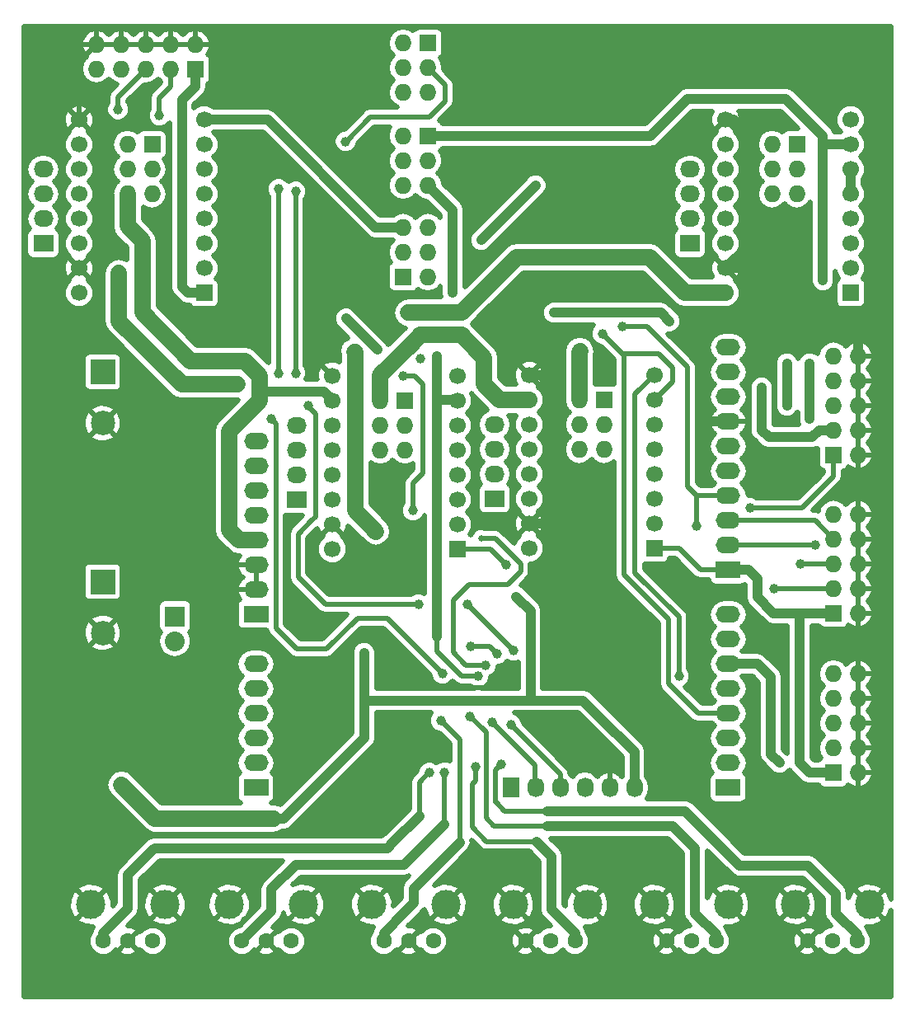
<source format=gbl>
G04 #@! TF.FileFunction,Copper,L2,Bot,Signal*
%FSLAX46Y46*%
G04 Gerber Fmt 4.6, Leading zero omitted, Abs format (unit mm)*
G04 Created by KiCad (PCBNEW 4.0.0-rc1-stable) date 28.10.2015 10:15:13*
%MOMM*%
G01*
G04 APERTURE LIST*
%ADD10C,0.150000*%
%ADD11C,1.700000*%
%ADD12R,1.700000X1.700000*%
%ADD13R,1.727200X1.727200*%
%ADD14O,1.727200X1.727200*%
%ADD15R,2.032000X1.727200*%
%ADD16O,2.032000X1.727200*%
%ADD17C,2.500000*%
%ADD18R,2.500000X2.500000*%
%ADD19R,1.727200X2.032000*%
%ADD20O,1.727200X2.032000*%
%ADD21R,2.500000X1.727200*%
%ADD22O,2.500000X1.727200*%
%ADD23C,3.000000*%
%ADD24C,1.600000*%
%ADD25R,2.032000X2.032000*%
%ADD26O,2.032000X2.032000*%
%ADD27C,1.000000*%
%ADD28C,0.647700*%
%ADD29C,1.700000*%
%ADD30C,0.500000*%
%ADD31C,1.000000*%
G04 APERTURE END LIST*
D10*
D11*
X170919000Y-60960000D03*
X170919000Y-58420000D03*
X170919000Y-63500000D03*
X170919000Y-66040000D03*
X170919000Y-68580000D03*
X170919000Y-71120000D03*
X170919000Y-73660000D03*
X170919000Y-76200000D03*
D12*
X183769000Y-76200000D03*
D11*
X183769000Y-73660000D03*
X183769000Y-71120000D03*
X183769000Y-68580000D03*
X183769000Y-66040000D03*
X183769000Y-63500000D03*
X183769000Y-58420000D03*
X183769000Y-60960000D03*
X130533000Y-87249000D03*
X130533000Y-84709000D03*
X130533000Y-89789000D03*
X130533000Y-92329000D03*
X130533000Y-94869000D03*
X130533000Y-97409000D03*
X130533000Y-99949000D03*
X130533000Y-102489000D03*
D12*
X143383000Y-102489000D03*
D11*
X143383000Y-99949000D03*
X143383000Y-97409000D03*
X143383000Y-94869000D03*
X143383000Y-92329000D03*
X143383000Y-89789000D03*
X143383000Y-84709000D03*
X143383000Y-87249000D03*
X150726000Y-87185500D03*
X150726000Y-84645500D03*
X150726000Y-89725500D03*
X150726000Y-92265500D03*
X150726000Y-94805500D03*
X150726000Y-97345500D03*
X150726000Y-99885500D03*
X150726000Y-102425500D03*
D12*
X163576000Y-102425500D03*
D11*
X163576000Y-99885500D03*
X163576000Y-97345500D03*
X163576000Y-94805500D03*
X163576000Y-92265500D03*
X163576000Y-89725500D03*
X163576000Y-84645500D03*
X163576000Y-87185500D03*
X104498000Y-60960000D03*
X104498000Y-58420000D03*
X104498000Y-63500000D03*
X104498000Y-66040000D03*
X104498000Y-68580000D03*
X104498000Y-71120000D03*
X104498000Y-73660000D03*
X104498000Y-76200000D03*
D12*
X117348000Y-76200000D03*
D11*
X117348000Y-73660000D03*
X117348000Y-71120000D03*
X117348000Y-68580000D03*
X117348000Y-66040000D03*
X117348000Y-63500000D03*
X117348000Y-58420000D03*
X117348000Y-60960000D03*
D13*
X116459000Y-53213000D03*
D14*
X116459000Y-50673000D03*
X113919000Y-53213000D03*
X113919000Y-50673000D03*
X111379000Y-53213000D03*
X111379000Y-50673000D03*
X108839000Y-53213000D03*
X108839000Y-50673000D03*
X106299000Y-53213000D03*
X106299000Y-50673000D03*
D13*
X140335000Y-50546000D03*
D14*
X137795000Y-50546000D03*
X140335000Y-53086000D03*
X137795000Y-53086000D03*
X140335000Y-55626000D03*
X137795000Y-55626000D03*
D13*
X158432500Y-87185500D03*
D14*
X155892500Y-87185500D03*
X158432500Y-89725500D03*
X155892500Y-89725500D03*
X158432500Y-92265500D03*
X155892500Y-92265500D03*
D15*
X147193000Y-97345500D03*
D16*
X147193000Y-94805500D03*
X147193000Y-92265500D03*
X147193000Y-89725500D03*
D13*
X137985500Y-87249000D03*
D14*
X135445500Y-87249000D03*
X137985500Y-89789000D03*
X135445500Y-89789000D03*
X137985500Y-92329000D03*
X135445500Y-92329000D03*
D15*
X126873000Y-97409000D03*
D16*
X126873000Y-94869000D03*
X126873000Y-92329000D03*
X126873000Y-89789000D03*
D15*
X167259000Y-71120000D03*
D16*
X167259000Y-68580000D03*
X167259000Y-66040000D03*
X167259000Y-63500000D03*
D13*
X178244500Y-60960000D03*
D14*
X175704500Y-60960000D03*
X178244500Y-63500000D03*
X175704500Y-63500000D03*
X178244500Y-66040000D03*
X175704500Y-66040000D03*
D13*
X112014000Y-60960000D03*
D14*
X109474000Y-60960000D03*
X112014000Y-63500000D03*
X109474000Y-63500000D03*
X112014000Y-66040000D03*
X109474000Y-66040000D03*
D15*
X100838000Y-71120000D03*
D16*
X100838000Y-68580000D03*
X100838000Y-66040000D03*
X100838000Y-63500000D03*
D13*
X137795000Y-74549000D03*
D14*
X140335000Y-74549000D03*
X137795000Y-72009000D03*
X140335000Y-72009000D03*
X137795000Y-69469000D03*
X140335000Y-69469000D03*
D13*
X140335000Y-60071000D03*
D14*
X137795000Y-60071000D03*
X140335000Y-62611000D03*
X137795000Y-62611000D03*
X140335000Y-65151000D03*
X137795000Y-65151000D03*
D17*
X106934000Y-89578000D03*
D18*
X106934000Y-84328000D03*
D17*
X106934000Y-111104500D03*
D18*
X106934000Y-105854500D03*
D13*
X181991000Y-125476000D03*
D14*
X184531000Y-125476000D03*
X181991000Y-122936000D03*
X184531000Y-122936000D03*
X181991000Y-120396000D03*
X184531000Y-120396000D03*
X181991000Y-117856000D03*
X184531000Y-117856000D03*
X181991000Y-115316000D03*
X184531000Y-115316000D03*
D13*
X181991000Y-109093000D03*
D14*
X184531000Y-109093000D03*
X181991000Y-106553000D03*
X184531000Y-106553000D03*
X181991000Y-104013000D03*
X184531000Y-104013000D03*
X181991000Y-101473000D03*
X184531000Y-101473000D03*
X181991000Y-98933000D03*
X184531000Y-98933000D03*
D13*
X181991000Y-92837000D03*
D14*
X184531000Y-92837000D03*
X181991000Y-90297000D03*
X184531000Y-90297000D03*
X181991000Y-87757000D03*
X184531000Y-87757000D03*
X181991000Y-85217000D03*
X184531000Y-85217000D03*
X181991000Y-82677000D03*
X184531000Y-82677000D03*
D19*
X148844000Y-127000000D03*
D20*
X151384000Y-127000000D03*
X153924000Y-127000000D03*
X156464000Y-127000000D03*
X159004000Y-127000000D03*
X161544000Y-127000000D03*
D21*
X122682000Y-109200000D03*
D22*
X122682000Y-106660000D03*
X122682000Y-104120000D03*
X122682000Y-101580000D03*
X122682000Y-99040000D03*
X122682000Y-96500000D03*
X122682000Y-93960000D03*
X122682000Y-91420000D03*
D21*
X122682000Y-127000000D03*
D22*
X122682000Y-124460000D03*
X122682000Y-121920000D03*
X122682000Y-119380000D03*
X122682000Y-116840000D03*
X122682000Y-114300000D03*
D21*
X171182000Y-104656000D03*
D22*
X171182000Y-102116000D03*
X171182000Y-99576000D03*
X171182000Y-97036000D03*
X171182000Y-94496000D03*
X171182000Y-91956000D03*
X171182000Y-89416000D03*
X171182000Y-86876000D03*
X171182000Y-84336000D03*
X171182000Y-81796000D03*
D23*
X156718000Y-138998000D03*
D24*
X155448000Y-142748000D03*
X152908000Y-142748000D03*
X150368000Y-142748000D03*
D23*
X149098000Y-138998000D03*
X171196000Y-138998000D03*
D24*
X169926000Y-142748000D03*
X167386000Y-142748000D03*
X164846000Y-142748000D03*
D23*
X163576000Y-138998000D03*
X185674000Y-138998000D03*
D24*
X184404000Y-142748000D03*
X181864000Y-142748000D03*
X179324000Y-142748000D03*
D23*
X178054000Y-138998000D03*
D21*
X171182000Y-127000000D03*
D22*
X171182000Y-124460000D03*
X171182000Y-121920000D03*
X171182000Y-119380000D03*
X171182000Y-116840000D03*
X171182000Y-114300000D03*
X171182000Y-111760000D03*
X171182000Y-109220000D03*
D25*
X114363500Y-109410500D03*
D26*
X114363500Y-111950500D03*
D23*
X113347500Y-138998000D03*
D24*
X112077500Y-142748000D03*
X109537500Y-142748000D03*
X106997500Y-142748000D03*
D23*
X105727500Y-138998000D03*
X127571500Y-138998000D03*
D24*
X126301500Y-142748000D03*
X123761500Y-142748000D03*
X121221500Y-142748000D03*
D23*
X119951500Y-138998000D03*
X142176500Y-138998000D03*
D24*
X140906500Y-142748000D03*
X138366500Y-142748000D03*
X135826500Y-142748000D03*
D23*
X134556500Y-138998000D03*
D27*
X138303000Y-78232000D03*
X120777000Y-85598000D03*
D28*
X108585000Y-74168000D03*
D27*
X135001000Y-100711000D03*
X132842000Y-82232500D03*
X157988000Y-105918000D03*
X163563000Y-104669000D03*
X132313000Y-71619000D03*
X164063000Y-123919000D03*
X134112000Y-111252000D03*
X148971000Y-115697000D03*
X153289000Y-107442000D03*
X138684000Y-125222000D03*
X129013000Y-79369000D03*
X122682000Y-60896500D03*
X127635000Y-60071000D03*
X161417000Y-118237000D03*
X121666000Y-66548000D03*
X121666000Y-80391000D03*
X126111000Y-106553000D03*
X128016000Y-111252000D03*
X116586000Y-98933000D03*
X107696000Y-99822000D03*
X129413000Y-137160000D03*
X149415500Y-107378500D03*
X157797500Y-119570500D03*
X133794500Y-113157000D03*
X108872020Y-126715520D03*
X127698500Y-128016000D03*
X155956000Y-82169000D03*
X173418500Y-98298000D03*
X179563000Y-89169000D03*
X179563000Y-83419000D03*
X137795000Y-84709000D03*
X135128000Y-82042000D03*
X138811000Y-98552000D03*
X131913000Y-78819000D03*
X148399500Y-104140000D03*
X146263000Y-114469000D03*
X176463000Y-124469000D03*
D28*
X145796000Y-101409500D03*
D27*
X139573000Y-82931000D03*
X145513000Y-115569000D03*
X141224000Y-82677000D03*
X142875000Y-76200000D03*
X141859000Y-115316000D03*
X124968000Y-65532000D03*
X124206000Y-89154000D03*
X124968000Y-84455000D03*
X144763000Y-112469000D03*
X147463000Y-113269000D03*
X180086000Y-102108000D03*
X166116000Y-115564920D03*
X175895000Y-106553000D03*
X158242000Y-80391000D03*
X178625500Y-104013000D03*
X149113000Y-112919000D03*
X144363000Y-108169000D03*
X139413000Y-108169000D03*
X131889500Y-60642500D03*
X126746000Y-65786000D03*
X126746000Y-84455000D03*
X128016000Y-87757000D03*
X174625000Y-85915500D03*
X165163000Y-79119000D03*
X153289000Y-78232000D03*
X145813000Y-70769000D03*
X151413000Y-65169000D03*
X174625000Y-90297000D03*
X177213000Y-87769000D03*
X177213000Y-83419000D03*
X180911500Y-74930000D03*
X160274000Y-79629000D03*
X167913000Y-100169000D03*
X146913000Y-120269000D03*
X148851500Y-120530500D03*
X140463000Y-125469000D03*
X142063000Y-125419000D03*
X141663000Y-120119000D03*
X145263000Y-124819000D03*
X144663000Y-119669000D03*
X147891500Y-124587000D03*
X112763000Y-57969000D03*
X108513000Y-57369000D03*
D29*
X138303000Y-78232000D02*
X143764000Y-78232000D01*
X143764000Y-78232000D02*
X149479000Y-72517000D01*
X149479000Y-72517000D02*
X163068000Y-72517000D01*
X163068000Y-72517000D02*
X166751000Y-76200000D01*
X166751000Y-76200000D02*
X170919000Y-76200000D01*
X115062000Y-85598000D02*
X120777000Y-85598000D01*
X108585000Y-74168000D02*
X108585000Y-79121000D01*
X115062000Y-85598000D02*
X108585000Y-79121000D01*
X132842000Y-82232500D02*
X132842000Y-98552000D01*
X132842000Y-98552000D02*
X135001000Y-100711000D01*
X132842000Y-82232500D02*
X132778500Y-82232500D01*
D30*
X160083500Y-118237000D02*
X157988000Y-116141500D01*
X157988000Y-116141500D02*
X157988000Y-105918000D01*
X161417000Y-118237000D02*
X160083500Y-118237000D01*
X129013000Y-79369000D02*
X129013000Y-74919000D01*
X129013000Y-74919000D02*
X132313000Y-71619000D01*
X164063000Y-123919000D02*
X164063000Y-120883000D01*
X164063000Y-120883000D02*
X161417000Y-118237000D01*
X148971000Y-115697000D02*
X147285000Y-115697000D01*
X139579000Y-116719000D02*
X134112000Y-111252000D01*
X146263000Y-116719000D02*
X139579000Y-116719000D01*
X147285000Y-115697000D02*
X146263000Y-116719000D01*
D31*
X150726000Y-84645500D02*
X151939500Y-84645500D01*
X152496500Y-99885500D02*
X150726000Y-99885500D01*
X153313000Y-99069000D02*
X152496500Y-99885500D01*
X153313000Y-86019000D02*
X153313000Y-99069000D01*
X151939500Y-84645500D02*
X153313000Y-86019000D01*
D30*
X129013000Y-83169000D02*
X129013000Y-79369000D01*
X130533000Y-84689000D02*
X129013000Y-83169000D01*
X130533000Y-84709000D02*
X130533000Y-84689000D01*
X116459000Y-50673000D02*
X118237000Y-50673000D01*
X120777000Y-53213000D02*
X127635000Y-60071000D01*
X118237000Y-50673000D02*
X120777000Y-53213000D01*
D31*
X173663000Y-78019000D02*
X180463000Y-78019000D01*
X184531000Y-80487000D02*
X184531000Y-82677000D01*
X183563000Y-79519000D02*
X184531000Y-80487000D01*
X181963000Y-79519000D02*
X183563000Y-79519000D01*
X180463000Y-78019000D02*
X181963000Y-79519000D01*
X170919000Y-73660000D02*
X172754000Y-73660000D01*
X168463000Y-80819000D02*
X170213000Y-79069000D01*
X170213000Y-79069000D02*
X172613000Y-79069000D01*
X173663000Y-76369000D02*
X173663000Y-78019000D01*
X173663000Y-78019000D02*
X172613000Y-79069000D01*
X169360000Y-89416000D02*
X171182000Y-89416000D01*
X168463000Y-88519000D02*
X169360000Y-89416000D01*
X168463000Y-82769000D02*
X168463000Y-88519000D01*
X168463000Y-82769000D02*
X168463000Y-80819000D01*
X173663000Y-74569000D02*
X173663000Y-76369000D01*
X172754000Y-73660000D02*
X173663000Y-74569000D01*
X170919000Y-73660000D02*
X170954000Y-73660000D01*
X170919000Y-58420000D02*
X171714000Y-58420000D01*
X171714000Y-58420000D02*
X173263000Y-59969000D01*
X173263000Y-59969000D02*
X173263000Y-71316000D01*
X173263000Y-71316000D02*
X170919000Y-73660000D01*
D30*
X104498000Y-58420000D02*
X104564000Y-58420000D01*
X104564000Y-58420000D02*
X106963000Y-60819000D01*
X106963000Y-71195000D02*
X104498000Y-73660000D01*
X106963000Y-60819000D02*
X106963000Y-71195000D01*
X108839000Y-50673000D02*
X111379000Y-50673000D01*
X106299000Y-50673000D02*
X108839000Y-50673000D01*
X113919000Y-50673000D02*
X111379000Y-50673000D01*
X104498000Y-58420000D02*
X104498000Y-52474000D01*
X104498000Y-52474000D02*
X106299000Y-50673000D01*
X116459000Y-50673000D02*
X106299000Y-50673000D01*
X121666000Y-66548000D02*
X121666000Y-80391000D01*
X126111000Y-106553000D02*
X128016000Y-108458000D01*
X128016000Y-108458000D02*
X128016000Y-111252000D01*
D31*
X150876000Y-117983000D02*
X150939500Y-118046500D01*
X150876000Y-110109000D02*
X150876000Y-108839000D01*
X150876000Y-108839000D02*
X149415500Y-107378500D01*
X150876000Y-112649000D02*
X150876000Y-110109000D01*
X150876000Y-117983000D02*
X150876000Y-112649000D01*
X150939500Y-118046500D02*
X156273500Y-118046500D01*
X156273500Y-118046500D02*
X157797500Y-119570500D01*
X133794500Y-113157000D02*
X133794500Y-121920000D01*
X133794500Y-121920000D02*
X125539500Y-130175000D01*
X125539500Y-130175000D02*
X112331500Y-130175000D01*
X112331500Y-130175000D02*
X108872020Y-126715520D01*
X133794500Y-118046500D02*
X156273500Y-118046500D01*
X157797500Y-119570500D02*
X156273500Y-118046500D01*
X161544000Y-127000000D02*
X161544000Y-123317000D01*
X161544000Y-123317000D02*
X157797500Y-119570500D01*
X127698500Y-128016000D02*
X133794500Y-121920000D01*
X133794500Y-113157000D02*
X133794500Y-118046500D01*
X133794500Y-118046500D02*
X133794500Y-121920000D01*
X124460000Y-130175000D02*
X125539500Y-130175000D01*
D29*
X124460000Y-130175000D02*
X112331500Y-130175000D01*
X108872020Y-126715520D02*
X112331500Y-130175000D01*
D31*
X125539500Y-130175000D02*
X127698500Y-128016000D01*
X130533000Y-87249000D02*
X129644000Y-86360000D01*
X129644000Y-86360000D02*
X123063000Y-86360000D01*
D29*
X155892500Y-82232500D02*
X155892500Y-87185500D01*
X155892500Y-82232500D02*
X155956000Y-82169000D01*
X139827000Y-80518000D02*
X139573000Y-80518000D01*
X139827000Y-80518000D02*
X143764000Y-80518000D01*
X143764000Y-80518000D02*
X145351500Y-82105500D01*
X150726000Y-87185500D02*
X147701000Y-87185500D01*
X146113500Y-82867500D02*
X145351500Y-82105500D01*
X146113500Y-85598000D02*
X146113500Y-82867500D01*
X147701000Y-87185500D02*
X146113500Y-85598000D01*
X135445500Y-84645500D02*
X138684000Y-81407000D01*
X135445500Y-84899500D02*
X135445500Y-87249000D01*
X135445500Y-84899500D02*
X135445500Y-84645500D01*
X139573000Y-80518000D02*
X138684000Y-81407000D01*
X123063000Y-87249000D02*
X123063000Y-86360000D01*
X120947500Y-101580000D02*
X119888000Y-100520500D01*
X119888000Y-100520500D02*
X119888000Y-90424000D01*
X119888000Y-90424000D02*
X123063000Y-87249000D01*
X122682000Y-101580000D02*
X120947500Y-101580000D01*
X123063000Y-86360000D02*
X123063000Y-84709000D01*
X123063000Y-84709000D02*
X121539000Y-83185000D01*
X121539000Y-83185000D02*
X115951000Y-83185000D01*
X115951000Y-83185000D02*
X110998000Y-78232000D01*
X110998000Y-78232000D02*
X110998000Y-70866000D01*
X110998000Y-70866000D02*
X109474000Y-69342000D01*
X109474000Y-69342000D02*
X109474000Y-66040000D01*
D31*
X181991000Y-125476000D02*
X179520000Y-125476000D01*
X178513000Y-124469000D02*
X178513000Y-109093000D01*
X179520000Y-125476000D02*
X178513000Y-124469000D01*
X171182000Y-104656000D02*
X173250000Y-104656000D01*
X175837000Y-109093000D02*
X178513000Y-109093000D01*
X178513000Y-109093000D02*
X181991000Y-109093000D01*
X174163000Y-107419000D02*
X175837000Y-109093000D01*
X174163000Y-105569000D02*
X174163000Y-107419000D01*
X173250000Y-104656000D02*
X174163000Y-105569000D01*
D30*
X178752500Y-98298000D02*
X173418500Y-98298000D01*
X181991000Y-95059500D02*
X181229000Y-95821500D01*
X178752500Y-98298000D02*
X181229000Y-95821500D01*
X181991000Y-92837000D02*
X181991000Y-95059500D01*
D31*
X179563000Y-89169000D02*
X179563000Y-83419000D01*
X131913000Y-78819000D02*
X131913000Y-78827000D01*
D30*
X138938000Y-84709000D02*
X139827000Y-85598000D01*
X139827000Y-85598000D02*
X139827000Y-94742000D01*
X139827000Y-94742000D02*
X138811000Y-95758000D01*
X138811000Y-95758000D02*
X138811000Y-98552000D01*
X137795000Y-84709000D02*
X138938000Y-84709000D01*
D31*
X131913000Y-78827000D02*
X135128000Y-82042000D01*
X115062000Y-73914000D02*
X115062000Y-75568000D01*
X116459000Y-53213000D02*
X116459000Y-54991000D01*
X115062000Y-56388000D02*
X116459000Y-54991000D01*
X115062000Y-73914000D02*
X115062000Y-58420000D01*
X115062000Y-58420000D02*
X115062000Y-57912000D01*
X115062000Y-57912000D02*
X115062000Y-56388000D01*
X115694000Y-76200000D02*
X117348000Y-76200000D01*
X115062000Y-75568000D02*
X115694000Y-76200000D01*
D30*
X146748500Y-102489000D02*
X148399500Y-104140000D01*
X143383000Y-102489000D02*
X146748500Y-102489000D01*
X163576000Y-102425500D02*
X166116000Y-102425500D01*
X166116000Y-102425500D02*
X168346500Y-104656000D01*
X168346500Y-104656000D02*
X171182000Y-104656000D01*
X142913000Y-113119000D02*
X144113000Y-114319000D01*
X144573500Y-106108500D02*
X142913000Y-107769000D01*
X142913000Y-107769000D02*
X142913000Y-113119000D01*
X145813000Y-106108500D02*
X144573500Y-106108500D01*
X144263000Y-114469000D02*
X146263000Y-114469000D01*
X144113000Y-114319000D02*
X144263000Y-114469000D01*
D31*
X174194000Y-114300000D02*
X175563000Y-115669000D01*
X175563000Y-115669000D02*
X175563000Y-123569000D01*
X175563000Y-123569000D02*
X176463000Y-124469000D01*
X171182000Y-114300000D02*
X174194000Y-114300000D01*
D30*
X145796000Y-106108500D02*
X145813000Y-106108500D01*
X145813000Y-106108500D02*
X148526500Y-106108500D01*
X147256500Y-101409500D02*
X145796000Y-101409500D01*
X149860000Y-104013000D02*
X147256500Y-101409500D01*
X149860000Y-104775000D02*
X149860000Y-104013000D01*
X148526500Y-106108500D02*
X149860000Y-104775000D01*
X170643000Y-114300000D02*
X170643000Y-114318500D01*
X145513000Y-115569000D02*
X143813000Y-115569000D01*
X143813000Y-115569000D02*
X141224000Y-112980000D01*
X141224000Y-111480000D02*
X141224000Y-112230000D01*
X141224000Y-112230000D02*
X141224000Y-112980000D01*
D31*
X141224000Y-98298000D02*
X141224000Y-110934500D01*
X141224000Y-98298000D02*
X141224000Y-96266000D01*
X141224000Y-87219000D02*
X141224000Y-96266000D01*
X141224000Y-110934500D02*
X141224000Y-111480000D01*
X141224000Y-87219000D02*
X143353000Y-87219000D01*
X143353000Y-87219000D02*
X143383000Y-87249000D01*
X142875000Y-76200000D02*
X142875000Y-67691000D01*
X141224000Y-87219000D02*
X141224000Y-86550500D01*
X141224000Y-86550500D02*
X141224000Y-82677000D01*
X142875000Y-67691000D02*
X140335000Y-65151000D01*
D30*
X144763000Y-112469000D02*
X146663000Y-112469000D01*
X136144000Y-109601000D02*
X133096000Y-109601000D01*
X141859000Y-115316000D02*
X136144000Y-109601000D01*
X126873000Y-112776000D02*
X124714000Y-110617000D01*
X129921000Y-112776000D02*
X126873000Y-112776000D01*
X133096000Y-109601000D02*
X129921000Y-112776000D01*
X124714000Y-90805000D02*
X124714000Y-89662000D01*
X124714000Y-89662000D02*
X124206000Y-89154000D01*
X124714000Y-107061000D02*
X124714000Y-94996000D01*
X124714000Y-94996000D02*
X124714000Y-90805000D01*
X124968000Y-65532000D02*
X124968000Y-84455000D01*
X124714000Y-110617000D02*
X124714000Y-107061000D01*
X146663000Y-112469000D02*
X147463000Y-113269000D01*
X170643000Y-102116000D02*
X180078000Y-102116000D01*
X180078000Y-102116000D02*
X180086000Y-102108000D01*
X161607500Y-88963500D02*
X161607500Y-86614000D01*
X166116000Y-109474000D02*
X161607500Y-104965500D01*
X161607500Y-104965500D02*
X161607500Y-88963500D01*
X166116000Y-115564920D02*
X166116000Y-109474000D01*
X161607500Y-86614000D02*
X163576000Y-84645500D01*
X166116000Y-115564920D02*
X166116000Y-115570000D01*
X181991000Y-106553000D02*
X175895000Y-106553000D01*
X158242000Y-80391000D02*
X160320000Y-82469000D01*
X160464500Y-87947500D02*
X160464500Y-82613500D01*
X160464500Y-87947500D02*
X160464500Y-105170500D01*
X168074000Y-119380000D02*
X165013000Y-116319000D01*
X165013000Y-116319000D02*
X165013000Y-109719000D01*
X165013000Y-109719000D02*
X160464500Y-105170500D01*
X171182000Y-119380000D02*
X168074000Y-119380000D01*
X160464500Y-82613500D02*
X160320000Y-82469000D01*
X163576000Y-87185500D02*
X163596500Y-87185500D01*
X163596500Y-87185500D02*
X165463000Y-85319000D01*
X164013000Y-82469000D02*
X160320000Y-82469000D01*
X165463000Y-83919000D02*
X164013000Y-82469000D01*
X165463000Y-85319000D02*
X165463000Y-83919000D01*
X163576000Y-87185500D02*
X163576000Y-87249000D01*
X181991000Y-104013000D02*
X178625500Y-104013000D01*
X144363000Y-108169000D02*
X147263000Y-111069000D01*
X139378000Y-108204000D02*
X139413000Y-108169000D01*
X131889500Y-60642500D02*
X131953000Y-60642500D01*
X128778000Y-88619702D02*
X128016000Y-87857702D01*
X128397000Y-99568000D02*
X128778000Y-99187000D01*
X138811000Y-108204000D02*
X129794000Y-108204000D01*
X129794000Y-108204000D02*
X127000000Y-105410000D01*
X127000000Y-105410000D02*
X127000000Y-101092000D01*
X127000000Y-101092000D02*
X127000000Y-100965000D01*
X127000000Y-100965000D02*
X128397000Y-99568000D01*
X128778000Y-99187000D02*
X128778000Y-96266000D01*
X128778000Y-88619702D02*
X128778000Y-96266000D01*
X128016000Y-87857702D02*
X128016000Y-87757000D01*
X126746000Y-84455000D02*
X126746000Y-65786000D01*
X131953000Y-60642500D02*
X134429500Y-58166000D01*
X138811000Y-108204000D02*
X139378000Y-108204000D01*
X149113000Y-112919000D02*
X147263000Y-111069000D01*
X134366000Y-58166000D02*
X134429500Y-58166000D01*
X134429500Y-58166000D02*
X140462000Y-58166000D01*
X142113000Y-54864000D02*
X142113000Y-56388000D01*
X142113000Y-56388000D02*
X142113000Y-56515000D01*
X142113000Y-56515000D02*
X140462000Y-58166000D01*
X141605000Y-54356000D02*
X140335000Y-53086000D01*
X141605000Y-54356000D02*
X142113000Y-54864000D01*
X170643000Y-99576000D02*
X180094000Y-99576000D01*
X180094000Y-99576000D02*
X181991000Y-101473000D01*
D31*
X181991000Y-90297000D02*
X180535000Y-90297000D01*
X175347000Y-91019000D02*
X174625000Y-90297000D01*
X179813000Y-91019000D02*
X175347000Y-91019000D01*
X180535000Y-90297000D02*
X179813000Y-91019000D01*
X164276000Y-78232000D02*
X165163000Y-79119000D01*
X153289000Y-78232000D02*
X163258500Y-78232000D01*
X163258500Y-78232000D02*
X164276000Y-78232000D01*
X174625000Y-85915500D02*
X174625000Y-90297000D01*
D30*
X174625000Y-85915500D02*
X174561500Y-85852000D01*
D31*
X151413000Y-65169000D02*
X145813000Y-70769000D01*
X177213000Y-83419000D02*
X177213000Y-84569000D01*
X177213000Y-84569000D02*
X177213000Y-87769000D01*
X180911500Y-61020500D02*
X180911500Y-61912500D01*
X180911500Y-74930000D02*
X180911500Y-61912500D01*
X180911500Y-61020500D02*
X180911500Y-60071000D01*
X167005000Y-56261000D02*
X171831000Y-56261000D01*
X163195000Y-60071000D02*
X167005000Y-56261000D01*
X163195000Y-60071000D02*
X140335000Y-60071000D01*
X171831000Y-56261000D02*
X177101500Y-56261000D01*
X180911500Y-60071000D02*
X177101500Y-56261000D01*
X183769000Y-60960000D02*
X181864000Y-60960000D01*
D30*
X181800500Y-60960000D02*
X181864000Y-60960000D01*
D31*
X180972000Y-60960000D02*
X181800500Y-60960000D01*
X180911500Y-61020500D02*
X180972000Y-60960000D01*
D30*
X167005000Y-94996000D02*
X167005000Y-96061000D01*
X167005000Y-83820000D02*
X162814000Y-79629000D01*
X162814000Y-79629000D02*
X160274000Y-79629000D01*
X167005000Y-94996000D02*
X167005000Y-89408000D01*
X167005000Y-89408000D02*
X167005000Y-87376000D01*
X167005000Y-87376000D02*
X167005000Y-83820000D01*
X167005000Y-96061000D02*
X167913000Y-96969000D01*
X171182000Y-97036000D02*
X167913000Y-97036000D01*
X167863000Y-96969000D02*
X167913000Y-96969000D01*
X167863000Y-96986000D02*
X167863000Y-96969000D01*
X167913000Y-97036000D02*
X167863000Y-96986000D01*
X167913000Y-96969000D02*
X167913000Y-100169000D01*
X146913000Y-120269000D02*
X148913000Y-122269000D01*
X151363000Y-124719000D02*
X151363000Y-126979000D01*
X148913000Y-122269000D02*
X151363000Y-124719000D01*
X151363000Y-126979000D02*
X151384000Y-127000000D01*
X148851500Y-120530500D02*
X148851500Y-120557500D01*
X153924000Y-125630000D02*
X153924000Y-127000000D01*
X148851500Y-120557500D02*
X153924000Y-125630000D01*
X148851500Y-120530500D02*
X148863000Y-120519000D01*
X139446000Y-126486000D02*
X140456000Y-125476000D01*
D31*
X136144000Y-133223000D02*
X112268000Y-133223000D01*
X106997500Y-141922500D02*
X109537500Y-139382500D01*
X109537500Y-139382500D02*
X109537500Y-135953500D01*
X109537500Y-135953500D02*
X112141000Y-133350000D01*
X106997500Y-141922500D02*
X106997500Y-142748000D01*
X136779000Y-132588000D02*
X139446000Y-129921000D01*
X136779000Y-132588000D02*
X136144000Y-133223000D01*
X112268000Y-133223000D02*
X112141000Y-133350000D01*
D30*
X139446000Y-129921000D02*
X139446000Y-126486000D01*
X140463000Y-125469000D02*
X140456000Y-125476000D01*
X106997500Y-142748000D02*
X106997500Y-142557500D01*
X142049500Y-125432500D02*
X142063000Y-125419000D01*
D31*
X126746000Y-134937500D02*
X137858500Y-134937500D01*
X124269500Y-137414000D02*
X126746000Y-134937500D01*
X124269500Y-139700000D02*
X121221500Y-142748000D01*
X124269500Y-139700000D02*
X124269500Y-137731500D01*
X124269500Y-137731500D02*
X124269500Y-137414000D01*
X137858500Y-134937500D02*
X142049500Y-130746500D01*
D30*
X142049500Y-130746500D02*
X142049500Y-125432500D01*
X143613000Y-122069000D02*
X141663000Y-120119000D01*
X143613000Y-128969000D02*
X143613000Y-132619000D01*
X143613000Y-128969000D02*
X143613000Y-122069000D01*
D31*
X138881500Y-137350500D02*
X138881500Y-138867500D01*
X143613000Y-132619000D02*
X138881500Y-137350500D01*
X138557000Y-139192000D02*
X137985500Y-139763500D01*
X135826500Y-141922500D02*
X137985500Y-139763500D01*
X135826500Y-141922500D02*
X135826500Y-142748000D01*
X138881500Y-138867500D02*
X138557000Y-139192000D01*
D30*
X143613000Y-132619000D02*
X143513000Y-132719000D01*
X145263000Y-124819000D02*
X145263000Y-126269000D01*
D31*
X153035000Y-135255000D02*
X153035000Y-134048500D01*
X155448000Y-141922500D02*
X155448000Y-142748000D01*
X153035000Y-139509500D02*
X153035000Y-137477500D01*
X155448000Y-141922500D02*
X153035000Y-139509500D01*
X153035000Y-135255000D02*
X153035000Y-137477500D01*
X153035000Y-134048500D02*
X151511000Y-132524500D01*
D30*
X151511000Y-132524500D02*
X148272500Y-132524500D01*
X146368500Y-132524500D02*
X148272500Y-132524500D01*
X144913000Y-131069000D02*
X146368500Y-132524500D01*
X144913000Y-126619000D02*
X144913000Y-131069000D01*
X145263000Y-126269000D02*
X144913000Y-126619000D01*
X146313000Y-121319000D02*
X146163000Y-121169000D01*
X152590500Y-130937000D02*
X147131000Y-130937000D01*
D31*
X167767000Y-137731500D02*
X167767000Y-133223000D01*
X167767000Y-139890500D02*
X167767000Y-137731500D01*
X167767000Y-139890500D02*
X169926000Y-142049500D01*
X165481000Y-130937000D02*
X152590500Y-130937000D01*
X167767000Y-133223000D02*
X165481000Y-130937000D01*
D30*
X147131000Y-130937000D02*
X146313000Y-130119000D01*
X144663000Y-119669000D02*
X146163000Y-121169000D01*
X146313000Y-130119000D02*
X146313000Y-121319000D01*
D31*
X169926000Y-142748000D02*
X169926000Y-142049500D01*
D30*
X147256500Y-128524000D02*
X147320000Y-128524000D01*
X147256500Y-125222000D02*
X147891500Y-124587000D01*
D31*
X182245000Y-137858500D02*
X179387500Y-135001000D01*
X182245000Y-139890500D02*
X182245000Y-137858500D01*
X182245000Y-139890500D02*
X184404000Y-142049500D01*
X166751000Y-129413000D02*
X152590500Y-129413000D01*
X172339000Y-135001000D02*
X166751000Y-129413000D01*
X179387500Y-135001000D02*
X172339000Y-135001000D01*
D30*
X147256500Y-128524000D02*
X147256500Y-125222000D01*
X148209000Y-129413000D02*
X152590500Y-129413000D01*
X147320000Y-128524000D02*
X148209000Y-129413000D01*
D31*
X184404000Y-142748000D02*
X184404000Y-142049500D01*
X183769000Y-63500000D02*
X183769000Y-66040000D01*
D30*
X113919000Y-53213000D02*
X113919000Y-55013000D01*
X112763000Y-56169000D02*
X112763000Y-57969000D01*
X113919000Y-55013000D02*
X112763000Y-56169000D01*
D31*
X137795000Y-69469000D02*
X134937500Y-69469000D01*
X123888500Y-58420000D02*
X117348000Y-58420000D01*
X134937500Y-69469000D02*
X123888500Y-58420000D01*
D30*
X108513000Y-56069000D02*
X111369000Y-53213000D01*
X108513000Y-56069000D02*
X108513000Y-57369000D01*
X111379000Y-53213000D02*
X111369000Y-53213000D01*
G36*
X187889000Y-138476813D02*
X187634886Y-137791676D01*
X187538897Y-137648016D01*
X187170756Y-137506901D01*
X185679657Y-138998000D01*
X187170756Y-140489099D01*
X187538897Y-140347984D01*
X187889000Y-139585067D01*
X187889000Y-148519000D01*
X98877000Y-148519000D01*
X98877000Y-140494756D01*
X104236401Y-140494756D01*
X104377516Y-140862897D01*
X105193943Y-141237556D01*
X105952228Y-141266030D01*
X105835260Y-141441084D01*
X105769313Y-141772621D01*
X105677462Y-141864312D01*
X105439771Y-142436735D01*
X105439230Y-143056546D01*
X105675922Y-143629383D01*
X106113812Y-144068038D01*
X106686235Y-144305729D01*
X107306046Y-144306270D01*
X107878883Y-144069578D01*
X108208954Y-143740083D01*
X108551074Y-143740083D01*
X108607029Y-144035489D01*
X109170558Y-144293561D01*
X109789950Y-144316335D01*
X110370909Y-144100344D01*
X110467971Y-144035489D01*
X110523926Y-143740083D01*
X109537500Y-142753657D01*
X108551074Y-143740083D01*
X108208954Y-143740083D01*
X108267378Y-143681761D01*
X108545417Y-143734426D01*
X109531843Y-142748000D01*
X109543157Y-142748000D01*
X110529583Y-143734426D01*
X110808115Y-143681667D01*
X111193812Y-144068038D01*
X111766235Y-144305729D01*
X112386046Y-144306270D01*
X112958883Y-144069578D01*
X113397538Y-143631688D01*
X113635229Y-143059265D01*
X113635770Y-142439454D01*
X113399078Y-141866617D01*
X112961188Y-141427962D01*
X112388765Y-141190271D01*
X111768954Y-141189730D01*
X111196117Y-141426422D01*
X110807622Y-141814239D01*
X110529583Y-141761574D01*
X109543157Y-142748000D01*
X109531843Y-142748000D01*
X109517701Y-142733858D01*
X109523358Y-142728201D01*
X109537500Y-142742343D01*
X110523926Y-141755917D01*
X110467971Y-141460511D01*
X109904442Y-141202439D01*
X109511104Y-141187977D01*
X110204325Y-140494756D01*
X111856401Y-140494756D01*
X111997516Y-140862897D01*
X112813943Y-141237556D01*
X113711599Y-141271263D01*
X114553824Y-140958886D01*
X114697484Y-140862897D01*
X114838599Y-140494756D01*
X113347500Y-139003657D01*
X111856401Y-140494756D01*
X110204325Y-140494756D01*
X110427040Y-140272041D01*
X110699740Y-139863916D01*
X110737633Y-139673415D01*
X110795500Y-139382500D01*
X110795500Y-139362099D01*
X111074237Y-139362099D01*
X111386614Y-140204324D01*
X111482603Y-140347984D01*
X111850744Y-140489099D01*
X113341843Y-138998000D01*
X113353157Y-138998000D01*
X114844256Y-140489099D01*
X115212397Y-140347984D01*
X115587056Y-139531557D01*
X115593419Y-139362099D01*
X117678237Y-139362099D01*
X117990614Y-140204324D01*
X118086603Y-140347984D01*
X118454744Y-140489099D01*
X119945843Y-138998000D01*
X118454744Y-137506901D01*
X118086603Y-137648016D01*
X117711944Y-138464443D01*
X117678237Y-139362099D01*
X115593419Y-139362099D01*
X115620763Y-138633901D01*
X115308386Y-137791676D01*
X115212397Y-137648016D01*
X114844256Y-137506901D01*
X113353157Y-138998000D01*
X113341843Y-138998000D01*
X111850744Y-137506901D01*
X111482603Y-137648016D01*
X111107944Y-138464443D01*
X111074237Y-139362099D01*
X110795500Y-139362099D01*
X110795500Y-137501244D01*
X111856401Y-137501244D01*
X113347500Y-138992343D01*
X114838599Y-137501244D01*
X118460401Y-137501244D01*
X119951500Y-138992343D01*
X121442599Y-137501244D01*
X121301484Y-137133103D01*
X120485057Y-136758444D01*
X119587401Y-136724737D01*
X118745176Y-137037114D01*
X118601516Y-137133103D01*
X118460401Y-137501244D01*
X114838599Y-137501244D01*
X114697484Y-137133103D01*
X113881057Y-136758444D01*
X112983401Y-136724737D01*
X112141176Y-137037114D01*
X111997516Y-137133103D01*
X111856401Y-137501244D01*
X110795500Y-137501244D01*
X110795500Y-136474580D01*
X112789080Y-134481000D01*
X125423420Y-134481000D01*
X123379960Y-136524460D01*
X123107260Y-136932584D01*
X123011500Y-137414000D01*
X123011500Y-139178920D01*
X121574790Y-140615630D01*
X121448258Y-140489098D01*
X121816397Y-140347984D01*
X122191056Y-139531557D01*
X122224763Y-138633901D01*
X121912386Y-137791676D01*
X121816397Y-137648016D01*
X121448256Y-137506901D01*
X119957157Y-138998000D01*
X119971299Y-139012142D01*
X119965642Y-139017799D01*
X119951500Y-139003657D01*
X118460401Y-140494756D01*
X118601516Y-140862897D01*
X119417943Y-141237556D01*
X120315599Y-141271263D01*
X121157824Y-140958886D01*
X121301484Y-140862897D01*
X121442598Y-140494758D01*
X121569130Y-140621290D01*
X121000613Y-141189807D01*
X120912954Y-141189730D01*
X120340117Y-141426422D01*
X119901462Y-141864312D01*
X119663771Y-142436735D01*
X119663230Y-143056546D01*
X119899922Y-143629383D01*
X120337812Y-144068038D01*
X120910235Y-144305729D01*
X121530046Y-144306270D01*
X122102883Y-144069578D01*
X122432954Y-143740083D01*
X122775074Y-143740083D01*
X122831029Y-144035489D01*
X123394558Y-144293561D01*
X124013950Y-144316335D01*
X124594909Y-144100344D01*
X124691971Y-144035489D01*
X124747926Y-143740083D01*
X123761500Y-142753657D01*
X122775074Y-143740083D01*
X122432954Y-143740083D01*
X122491378Y-143681761D01*
X122769417Y-143734426D01*
X123755843Y-142748000D01*
X123767157Y-142748000D01*
X124753583Y-143734426D01*
X125032115Y-143681667D01*
X125417812Y-144068038D01*
X125990235Y-144305729D01*
X126610046Y-144306270D01*
X127182883Y-144069578D01*
X127621538Y-143631688D01*
X127859229Y-143059265D01*
X127859770Y-142439454D01*
X127623078Y-141866617D01*
X127185188Y-141427962D01*
X126612765Y-141190271D01*
X125992954Y-141189730D01*
X125420117Y-141426422D01*
X125031622Y-141814239D01*
X124753583Y-141761574D01*
X123767157Y-142748000D01*
X123755843Y-142748000D01*
X123741701Y-142733858D01*
X123747358Y-142728201D01*
X123761500Y-142742343D01*
X124747926Y-141755917D01*
X124691971Y-141460511D01*
X124414938Y-141333642D01*
X125159040Y-140589540D01*
X125222373Y-140494756D01*
X126080401Y-140494756D01*
X126221516Y-140862897D01*
X127037943Y-141237556D01*
X127935599Y-141271263D01*
X128777824Y-140958886D01*
X128921484Y-140862897D01*
X129062599Y-140494756D01*
X127571500Y-139003657D01*
X126080401Y-140494756D01*
X125222373Y-140494756D01*
X125431740Y-140181416D01*
X125491217Y-139882407D01*
X125610614Y-140204324D01*
X125706603Y-140347984D01*
X126074744Y-140489099D01*
X127565843Y-138998000D01*
X127577157Y-138998000D01*
X129068256Y-140489099D01*
X129436397Y-140347984D01*
X129811056Y-139531557D01*
X129817419Y-139362099D01*
X132283237Y-139362099D01*
X132595614Y-140204324D01*
X132691603Y-140347984D01*
X133059744Y-140489099D01*
X134550843Y-138998000D01*
X133059744Y-137506901D01*
X132691603Y-137648016D01*
X132316944Y-138464443D01*
X132283237Y-139362099D01*
X129817419Y-139362099D01*
X129844763Y-138633901D01*
X129532386Y-137791676D01*
X129436397Y-137648016D01*
X129068256Y-137506901D01*
X127577157Y-138998000D01*
X127565843Y-138998000D01*
X127551701Y-138983858D01*
X127557358Y-138978201D01*
X127571500Y-138992343D01*
X129062599Y-137501244D01*
X133065401Y-137501244D01*
X134556500Y-138992343D01*
X136047599Y-137501244D01*
X135906484Y-137133103D01*
X135090057Y-136758444D01*
X134192401Y-136724737D01*
X133350176Y-137037114D01*
X133206516Y-137133103D01*
X133065401Y-137501244D01*
X129062599Y-137501244D01*
X128921484Y-137133103D01*
X128105057Y-136758444D01*
X127207401Y-136724737D01*
X126461011Y-137001569D01*
X127267080Y-136195500D01*
X137858500Y-136195500D01*
X138339916Y-136099740D01*
X138379889Y-136073031D01*
X137991960Y-136460960D01*
X137719260Y-136869084D01*
X137623500Y-137350500D01*
X137623500Y-138346420D01*
X136810011Y-139159909D01*
X136829763Y-138633901D01*
X136517386Y-137791676D01*
X136421397Y-137648016D01*
X136053256Y-137506901D01*
X134562157Y-138998000D01*
X134576299Y-139012142D01*
X134570642Y-139017799D01*
X134556500Y-139003657D01*
X133065401Y-140494756D01*
X133206516Y-140862897D01*
X134022943Y-141237556D01*
X134781228Y-141266030D01*
X134664260Y-141441084D01*
X134598313Y-141772621D01*
X134506462Y-141864312D01*
X134268771Y-142436735D01*
X134268230Y-143056546D01*
X134504922Y-143629383D01*
X134942812Y-144068038D01*
X135515235Y-144305729D01*
X136135046Y-144306270D01*
X136707883Y-144069578D01*
X137037954Y-143740083D01*
X137380074Y-143740083D01*
X137436029Y-144035489D01*
X137999558Y-144293561D01*
X138618950Y-144316335D01*
X139199909Y-144100344D01*
X139296971Y-144035489D01*
X139352926Y-143740083D01*
X138366500Y-142753657D01*
X137380074Y-143740083D01*
X137037954Y-143740083D01*
X137096378Y-143681761D01*
X137374417Y-143734426D01*
X138360843Y-142748000D01*
X138372157Y-142748000D01*
X139358583Y-143734426D01*
X139637115Y-143681667D01*
X140022812Y-144068038D01*
X140595235Y-144305729D01*
X141215046Y-144306270D01*
X141787883Y-144069578D01*
X142117953Y-143740083D01*
X149381574Y-143740083D01*
X149437529Y-144035489D01*
X150001058Y-144293561D01*
X150620450Y-144316335D01*
X151201409Y-144100344D01*
X151298471Y-144035489D01*
X151354426Y-143740083D01*
X150368000Y-142753657D01*
X149381574Y-143740083D01*
X142117953Y-143740083D01*
X142226538Y-143631688D01*
X142464229Y-143059265D01*
X142464280Y-143000450D01*
X148799665Y-143000450D01*
X149015656Y-143581409D01*
X149080511Y-143678471D01*
X149375917Y-143734426D01*
X150362343Y-142748000D01*
X149375917Y-141761574D01*
X149080511Y-141817529D01*
X148822439Y-142381058D01*
X148799665Y-143000450D01*
X142464280Y-143000450D01*
X142464770Y-142439454D01*
X142228078Y-141866617D01*
X142117572Y-141755917D01*
X149381574Y-141755917D01*
X150368000Y-142742343D01*
X151354426Y-141755917D01*
X151298471Y-141460511D01*
X150734942Y-141202439D01*
X150115550Y-141179665D01*
X149534591Y-141395656D01*
X149437529Y-141460511D01*
X149381574Y-141755917D01*
X142117572Y-141755917D01*
X141790188Y-141427962D01*
X141217765Y-141190271D01*
X140597954Y-141189730D01*
X140025117Y-141426422D01*
X139636622Y-141814239D01*
X139358583Y-141761574D01*
X138372157Y-142748000D01*
X138360843Y-142748000D01*
X138346701Y-142733858D01*
X138352358Y-142728201D01*
X138366500Y-142742343D01*
X139352926Y-141755917D01*
X139296971Y-141460511D01*
X138733442Y-141202439D01*
X138340103Y-141187977D01*
X139033324Y-140494756D01*
X140685401Y-140494756D01*
X140826516Y-140862897D01*
X141642943Y-141237556D01*
X142540599Y-141271263D01*
X143382824Y-140958886D01*
X143526484Y-140862897D01*
X143667599Y-140494756D01*
X147606901Y-140494756D01*
X147748016Y-140862897D01*
X148564443Y-141237556D01*
X149462099Y-141271263D01*
X150304324Y-140958886D01*
X150447984Y-140862897D01*
X150589099Y-140494756D01*
X149098000Y-139003657D01*
X147606901Y-140494756D01*
X143667599Y-140494756D01*
X142176500Y-139003657D01*
X140685401Y-140494756D01*
X139033324Y-140494756D01*
X139446540Y-140081540D01*
X139771040Y-139757041D01*
X139950245Y-139488841D01*
X140215614Y-140204324D01*
X140311603Y-140347984D01*
X140679744Y-140489099D01*
X142170843Y-138998000D01*
X142182157Y-138998000D01*
X143673256Y-140489099D01*
X144041397Y-140347984D01*
X144416056Y-139531557D01*
X144422419Y-139362099D01*
X146824737Y-139362099D01*
X147137114Y-140204324D01*
X147233103Y-140347984D01*
X147601244Y-140489099D01*
X149092343Y-138998000D01*
X149103657Y-138998000D01*
X150594756Y-140489099D01*
X150962897Y-140347984D01*
X151337556Y-139531557D01*
X151371263Y-138633901D01*
X151058886Y-137791676D01*
X150962897Y-137648016D01*
X150594756Y-137506901D01*
X149103657Y-138998000D01*
X149092343Y-138998000D01*
X147601244Y-137506901D01*
X147233103Y-137648016D01*
X146858444Y-138464443D01*
X146824737Y-139362099D01*
X144422419Y-139362099D01*
X144449763Y-138633901D01*
X144137386Y-137791676D01*
X144041397Y-137648016D01*
X143673256Y-137506901D01*
X142182157Y-138998000D01*
X142170843Y-138998000D01*
X142156701Y-138983858D01*
X142162358Y-138978201D01*
X142176500Y-138992343D01*
X143667599Y-137501244D01*
X147606901Y-137501244D01*
X149098000Y-138992343D01*
X150589099Y-137501244D01*
X150447984Y-137133103D01*
X149631557Y-136758444D01*
X148733901Y-136724737D01*
X147891676Y-137037114D01*
X147748016Y-137133103D01*
X147606901Y-137501244D01*
X143667599Y-137501244D01*
X143526484Y-137133103D01*
X142710057Y-136758444D01*
X141812401Y-136724737D01*
X140976201Y-137034879D01*
X144502540Y-133508541D01*
X144775240Y-133100416D01*
X144870999Y-132619000D01*
X144829663Y-132411191D01*
X145655736Y-133237264D01*
X145982755Y-133455771D01*
X146368500Y-133532501D01*
X146368505Y-133532500D01*
X150739920Y-133532500D01*
X151777000Y-134569581D01*
X151777000Y-139509500D01*
X151872760Y-139990916D01*
X152115526Y-140354240D01*
X152145460Y-140399040D01*
X152936444Y-141190024D01*
X152599454Y-141189730D01*
X152026617Y-141426422D01*
X151638122Y-141814239D01*
X151360083Y-141761574D01*
X150373657Y-142748000D01*
X151360083Y-143734426D01*
X151638615Y-143681667D01*
X152024312Y-144068038D01*
X152596735Y-144305729D01*
X153216546Y-144306270D01*
X153789383Y-144069578D01*
X154178294Y-143681345D01*
X154564312Y-144068038D01*
X155136735Y-144305729D01*
X155756546Y-144306270D01*
X156329383Y-144069578D01*
X156659453Y-143740083D01*
X163859574Y-143740083D01*
X163915529Y-144035489D01*
X164479058Y-144293561D01*
X165098450Y-144316335D01*
X165679409Y-144100344D01*
X165776471Y-144035489D01*
X165832426Y-143740083D01*
X164846000Y-142753657D01*
X163859574Y-143740083D01*
X156659453Y-143740083D01*
X156768038Y-143631688D01*
X157005729Y-143059265D01*
X157005780Y-143000450D01*
X163277665Y-143000450D01*
X163493656Y-143581409D01*
X163558511Y-143678471D01*
X163853917Y-143734426D01*
X164840343Y-142748000D01*
X163853917Y-141761574D01*
X163558511Y-141817529D01*
X163300439Y-142381058D01*
X163277665Y-143000450D01*
X157005780Y-143000450D01*
X157006270Y-142439454D01*
X156769578Y-141866617D01*
X156676297Y-141773173D01*
X156672865Y-141755917D01*
X163859574Y-141755917D01*
X164846000Y-142742343D01*
X165832426Y-141755917D01*
X165776471Y-141460511D01*
X165212942Y-141202439D01*
X164593550Y-141179665D01*
X164012591Y-141395656D01*
X163915529Y-141460511D01*
X163859574Y-141755917D01*
X156672865Y-141755917D01*
X156610240Y-141441084D01*
X156481705Y-141248718D01*
X157082099Y-141271263D01*
X157924324Y-140958886D01*
X158067984Y-140862897D01*
X158209099Y-140494756D01*
X162084901Y-140494756D01*
X162226016Y-140862897D01*
X163042443Y-141237556D01*
X163940099Y-141271263D01*
X164782324Y-140958886D01*
X164925984Y-140862897D01*
X165067099Y-140494756D01*
X163576000Y-139003657D01*
X162084901Y-140494756D01*
X158209099Y-140494756D01*
X156718000Y-139003657D01*
X156703858Y-139017799D01*
X156698201Y-139012142D01*
X156712343Y-138998000D01*
X156723657Y-138998000D01*
X158214756Y-140489099D01*
X158582897Y-140347984D01*
X158957556Y-139531557D01*
X158963919Y-139362099D01*
X161302737Y-139362099D01*
X161615114Y-140204324D01*
X161711103Y-140347984D01*
X162079244Y-140489099D01*
X163570343Y-138998000D01*
X163581657Y-138998000D01*
X165072756Y-140489099D01*
X165440897Y-140347984D01*
X165815556Y-139531557D01*
X165849263Y-138633901D01*
X165536886Y-137791676D01*
X165440897Y-137648016D01*
X165072756Y-137506901D01*
X163581657Y-138998000D01*
X163570343Y-138998000D01*
X162079244Y-137506901D01*
X161711103Y-137648016D01*
X161336444Y-138464443D01*
X161302737Y-139362099D01*
X158963919Y-139362099D01*
X158991263Y-138633901D01*
X158678886Y-137791676D01*
X158582897Y-137648016D01*
X158214756Y-137506901D01*
X156723657Y-138998000D01*
X156712343Y-138998000D01*
X155221244Y-137506901D01*
X154853103Y-137648016D01*
X154478444Y-138464443D01*
X154452769Y-139148189D01*
X154293000Y-138988420D01*
X154293000Y-137501244D01*
X155226901Y-137501244D01*
X156718000Y-138992343D01*
X158209099Y-137501244D01*
X162084901Y-137501244D01*
X163576000Y-138992343D01*
X165067099Y-137501244D01*
X164925984Y-137133103D01*
X164109557Y-136758444D01*
X163211901Y-136724737D01*
X162369676Y-137037114D01*
X162226016Y-137133103D01*
X162084901Y-137501244D01*
X158209099Y-137501244D01*
X158067984Y-137133103D01*
X157251557Y-136758444D01*
X156353901Y-136724737D01*
X155511676Y-137037114D01*
X155368016Y-137133103D01*
X155226901Y-137501244D01*
X154293000Y-137501244D01*
X154293000Y-134048500D01*
X154197240Y-133567084D01*
X154040004Y-133331764D01*
X153924540Y-133158959D01*
X152960580Y-132195000D01*
X164959920Y-132195000D01*
X166509000Y-133744080D01*
X166509000Y-139890500D01*
X166604760Y-140371916D01*
X166750172Y-140589540D01*
X166877460Y-140780040D01*
X167287333Y-141189913D01*
X167077454Y-141189730D01*
X166504617Y-141426422D01*
X166116122Y-141814239D01*
X165838083Y-141761574D01*
X164851657Y-142748000D01*
X165838083Y-143734426D01*
X166116615Y-143681667D01*
X166502312Y-144068038D01*
X167074735Y-144305729D01*
X167694546Y-144306270D01*
X168267383Y-144069578D01*
X168656294Y-143681345D01*
X169042312Y-144068038D01*
X169614735Y-144305729D01*
X170234546Y-144306270D01*
X170807383Y-144069578D01*
X171137453Y-143740083D01*
X178337574Y-143740083D01*
X178393529Y-144035489D01*
X178957058Y-144293561D01*
X179576450Y-144316335D01*
X180157409Y-144100344D01*
X180254471Y-144035489D01*
X180310426Y-143740083D01*
X179324000Y-142753657D01*
X178337574Y-143740083D01*
X171137453Y-143740083D01*
X171246038Y-143631688D01*
X171483729Y-143059265D01*
X171483780Y-143000450D01*
X177755665Y-143000450D01*
X177971656Y-143581409D01*
X178036511Y-143678471D01*
X178331917Y-143734426D01*
X179318343Y-142748000D01*
X178331917Y-141761574D01*
X178036511Y-141817529D01*
X177778439Y-142381058D01*
X177755665Y-143000450D01*
X171483780Y-143000450D01*
X171484270Y-142439454D01*
X171247578Y-141866617D01*
X171137072Y-141755917D01*
X178337574Y-141755917D01*
X179324000Y-142742343D01*
X180310426Y-141755917D01*
X180254471Y-141460511D01*
X179690942Y-141202439D01*
X179071550Y-141179665D01*
X178490591Y-141395656D01*
X178393529Y-141460511D01*
X178337574Y-141755917D01*
X171137072Y-141755917D01*
X171122749Y-141741569D01*
X171088240Y-141568084D01*
X170872662Y-141245450D01*
X171560099Y-141271263D01*
X172402324Y-140958886D01*
X172545984Y-140862897D01*
X172687099Y-140494756D01*
X176562901Y-140494756D01*
X176704016Y-140862897D01*
X177520443Y-141237556D01*
X178418099Y-141271263D01*
X179260324Y-140958886D01*
X179403984Y-140862897D01*
X179545099Y-140494756D01*
X178054000Y-139003657D01*
X176562901Y-140494756D01*
X172687099Y-140494756D01*
X171196000Y-139003657D01*
X171181858Y-139017799D01*
X171176201Y-139012142D01*
X171190343Y-138998000D01*
X171201657Y-138998000D01*
X172692756Y-140489099D01*
X173060897Y-140347984D01*
X173435556Y-139531557D01*
X173441919Y-139362099D01*
X175780737Y-139362099D01*
X176093114Y-140204324D01*
X176189103Y-140347984D01*
X176557244Y-140489099D01*
X178048343Y-138998000D01*
X178059657Y-138998000D01*
X179550756Y-140489099D01*
X179918897Y-140347984D01*
X180293556Y-139531557D01*
X180327263Y-138633901D01*
X180014886Y-137791676D01*
X179918897Y-137648016D01*
X179550756Y-137506901D01*
X178059657Y-138998000D01*
X178048343Y-138998000D01*
X176557244Y-137506901D01*
X176189103Y-137648016D01*
X175814444Y-138464443D01*
X175780737Y-139362099D01*
X173441919Y-139362099D01*
X173469263Y-138633901D01*
X173156886Y-137791676D01*
X173060897Y-137648016D01*
X172692756Y-137506901D01*
X171201657Y-138998000D01*
X171190343Y-138998000D01*
X169699244Y-137506901D01*
X169331103Y-137648016D01*
X169025000Y-138315051D01*
X169025000Y-137501244D01*
X169704901Y-137501244D01*
X171196000Y-138992343D01*
X172687099Y-137501244D01*
X176562901Y-137501244D01*
X178054000Y-138992343D01*
X179545099Y-137501244D01*
X179403984Y-137133103D01*
X178587557Y-136758444D01*
X177689901Y-136724737D01*
X176847676Y-137037114D01*
X176704016Y-137133103D01*
X176562901Y-137501244D01*
X172687099Y-137501244D01*
X172545984Y-137133103D01*
X171729557Y-136758444D01*
X170831901Y-136724737D01*
X169989676Y-137037114D01*
X169846016Y-137133103D01*
X169704901Y-137501244D01*
X169025000Y-137501244D01*
X169025000Y-133466081D01*
X171449459Y-135890540D01*
X171829597Y-136144540D01*
X171857584Y-136163240D01*
X172339000Y-136259000D01*
X178866420Y-136259000D01*
X180987000Y-138379581D01*
X180987000Y-139890500D01*
X181082760Y-140371916D01*
X181228172Y-140589540D01*
X181355460Y-140780040D01*
X181765333Y-141189913D01*
X181555454Y-141189730D01*
X180982617Y-141426422D01*
X180594122Y-141814239D01*
X180316083Y-141761574D01*
X179329657Y-142748000D01*
X180316083Y-143734426D01*
X180594615Y-143681667D01*
X180980312Y-144068038D01*
X181552735Y-144305729D01*
X182172546Y-144306270D01*
X182745383Y-144069578D01*
X183134294Y-143681345D01*
X183520312Y-144068038D01*
X184092735Y-144305729D01*
X184712546Y-144306270D01*
X185285383Y-144069578D01*
X185724038Y-143631688D01*
X185961729Y-143059265D01*
X185962270Y-142439454D01*
X185725578Y-141866617D01*
X185600749Y-141741569D01*
X185566240Y-141568084D01*
X185350662Y-141245450D01*
X186038099Y-141271263D01*
X186880324Y-140958886D01*
X187023984Y-140862897D01*
X187165099Y-140494756D01*
X185674000Y-139003657D01*
X185659858Y-139017799D01*
X185654201Y-139012142D01*
X185668343Y-138998000D01*
X184177244Y-137506901D01*
X183809103Y-137648016D01*
X183503000Y-138315051D01*
X183503000Y-137858500D01*
X183431938Y-137501244D01*
X184182901Y-137501244D01*
X185674000Y-138992343D01*
X187165099Y-137501244D01*
X187023984Y-137133103D01*
X186207557Y-136758444D01*
X185309901Y-136724737D01*
X184467676Y-137037114D01*
X184324016Y-137133103D01*
X184182901Y-137501244D01*
X183431938Y-137501244D01*
X183407240Y-137377084D01*
X183244217Y-137133103D01*
X183134540Y-136968959D01*
X180277040Y-134111460D01*
X180182814Y-134048500D01*
X179868916Y-133838760D01*
X179387500Y-133743000D01*
X172860081Y-133743000D01*
X167640540Y-128523460D01*
X167463252Y-128405000D01*
X167232416Y-128250760D01*
X166751000Y-128155000D01*
X162810114Y-128155000D01*
X163042163Y-127807714D01*
X163165600Y-127187155D01*
X163165600Y-126812845D01*
X163042163Y-126192286D01*
X162802000Y-125832857D01*
X162802000Y-123317000D01*
X162706240Y-122835584D01*
X162433540Y-122427460D01*
X158688103Y-118682023D01*
X158511030Y-118504641D01*
X158510503Y-118504422D01*
X157163040Y-117156960D01*
X156754916Y-116884260D01*
X156273500Y-116788500D01*
X152134000Y-116788500D01*
X152134000Y-108839000D01*
X152038240Y-108357584D01*
X151765540Y-107949460D01*
X150306103Y-106490023D01*
X150129030Y-106312641D01*
X149859716Y-106200812D01*
X150572761Y-105487766D01*
X150572764Y-105487764D01*
X150791271Y-105160745D01*
X150795912Y-105137415D01*
X150868001Y-104775000D01*
X150868000Y-104774995D01*
X150868000Y-104033625D01*
X151044448Y-104033779D01*
X151635669Y-103789491D01*
X152088402Y-103337548D01*
X152333721Y-102746754D01*
X152334279Y-102107052D01*
X152089991Y-101515831D01*
X151703994Y-101129159D01*
X151748474Y-100913631D01*
X150726000Y-99891157D01*
X149703526Y-100913631D01*
X149748102Y-101129619D01*
X149363598Y-101513452D01*
X149194122Y-101921594D01*
X147969264Y-100696736D01*
X147642245Y-100478229D01*
X147256500Y-100401499D01*
X147256495Y-100401500D01*
X146189535Y-100401500D01*
X146012137Y-100327838D01*
X145581751Y-100327462D01*
X145183982Y-100491817D01*
X144879387Y-100795881D01*
X144760557Y-101082056D01*
X144620127Y-100986105D01*
X144745402Y-100861048D01*
X144990721Y-100270254D01*
X144990829Y-100145925D01*
X149107313Y-100145925D01*
X149330189Y-100745546D01*
X149397267Y-100845936D01*
X149697869Y-100907974D01*
X150720343Y-99885500D01*
X150731657Y-99885500D01*
X151754131Y-100907974D01*
X152054733Y-100845936D01*
X152321132Y-100264343D01*
X152344687Y-99625075D01*
X152121811Y-99025454D01*
X152054733Y-98925064D01*
X151754131Y-98863026D01*
X150731657Y-99885500D01*
X150720343Y-99885500D01*
X149697869Y-98863026D01*
X149397267Y-98925064D01*
X149130868Y-99506657D01*
X149107313Y-100145925D01*
X144990829Y-100145925D01*
X144991279Y-99630552D01*
X144746991Y-99039331D01*
X144387057Y-98678768D01*
X144745402Y-98321048D01*
X144990721Y-97730254D01*
X144991279Y-97090552D01*
X144746991Y-96499331D01*
X144387057Y-96138768D01*
X144745402Y-95781048D01*
X144990721Y-95190254D01*
X144991279Y-94550552D01*
X144746991Y-93959331D01*
X144387057Y-93598768D01*
X144745402Y-93241048D01*
X144990721Y-92650254D01*
X144991279Y-92010552D01*
X144746991Y-91419331D01*
X144387057Y-91058768D01*
X144745402Y-90701048D01*
X144990721Y-90110254D01*
X144991279Y-89470552D01*
X144746991Y-88879331D01*
X144387057Y-88518768D01*
X144745402Y-88161048D01*
X144990721Y-87570254D01*
X144991279Y-86930552D01*
X144803569Y-86476260D01*
X144976472Y-86735028D01*
X146454928Y-88213484D01*
X146385286Y-88227337D01*
X145859201Y-88578856D01*
X145507682Y-89104941D01*
X145384245Y-89725500D01*
X145507682Y-90346059D01*
X145859201Y-90872144D01*
X146043816Y-90995500D01*
X145859201Y-91118856D01*
X145507682Y-91644941D01*
X145384245Y-92265500D01*
X145507682Y-92886059D01*
X145859201Y-93412144D01*
X146043816Y-93535500D01*
X145859201Y-93658856D01*
X145507682Y-94184941D01*
X145384245Y-94805500D01*
X145507682Y-95426059D01*
X145781403Y-95835711D01*
X145638114Y-95927915D01*
X145465040Y-96181218D01*
X145404150Y-96481900D01*
X145404150Y-98209100D01*
X145457005Y-98489998D01*
X145623015Y-98747986D01*
X145876318Y-98921060D01*
X146177000Y-98981950D01*
X148209000Y-98981950D01*
X148489898Y-98929095D01*
X148747886Y-98763085D01*
X148920960Y-98509782D01*
X148981850Y-98209100D01*
X148981850Y-96481900D01*
X148928995Y-96201002D01*
X148762985Y-95943014D01*
X148605018Y-95835080D01*
X148878318Y-95426059D01*
X149001755Y-94805500D01*
X148878318Y-94184941D01*
X148526799Y-93658856D01*
X148342184Y-93535500D01*
X148526799Y-93412144D01*
X148878318Y-92886059D01*
X149001755Y-92265500D01*
X148878318Y-91644941D01*
X148526799Y-91118856D01*
X148342184Y-90995500D01*
X148526799Y-90872144D01*
X148878318Y-90346059D01*
X149001755Y-89725500D01*
X148878318Y-89104941D01*
X148670220Y-88793500D01*
X149383585Y-88793500D01*
X149363598Y-88813452D01*
X149118279Y-89404246D01*
X149117721Y-90043948D01*
X149362009Y-90635169D01*
X149721943Y-90995732D01*
X149363598Y-91353452D01*
X149118279Y-91944246D01*
X149117721Y-92583948D01*
X149362009Y-93175169D01*
X149721943Y-93535732D01*
X149363598Y-93893452D01*
X149118279Y-94484246D01*
X149117721Y-95123948D01*
X149362009Y-95715169D01*
X149721943Y-96075732D01*
X149363598Y-96433452D01*
X149118279Y-97024246D01*
X149117721Y-97663948D01*
X149362009Y-98255169D01*
X149748006Y-98641841D01*
X149703526Y-98857369D01*
X150726000Y-99879843D01*
X151748474Y-98857369D01*
X151703898Y-98641381D01*
X152088402Y-98257548D01*
X152333721Y-97666754D01*
X152334279Y-97027052D01*
X152089991Y-96435831D01*
X151730057Y-96075268D01*
X152088402Y-95717548D01*
X152333721Y-95126754D01*
X152334279Y-94487052D01*
X152089991Y-93895831D01*
X151730057Y-93535268D01*
X152088402Y-93177548D01*
X152333721Y-92586754D01*
X152334279Y-91947052D01*
X152089991Y-91355831D01*
X151730057Y-90995268D01*
X152088402Y-90637548D01*
X152333721Y-90046754D01*
X152334279Y-89407052D01*
X152089991Y-88815831D01*
X151730057Y-88455268D01*
X152088402Y-88097548D01*
X152333721Y-87506754D01*
X152334279Y-86867052D01*
X152089991Y-86275831D01*
X151703994Y-85889159D01*
X151748474Y-85673631D01*
X150726000Y-84651157D01*
X150711858Y-84665299D01*
X150706201Y-84659642D01*
X150720343Y-84645500D01*
X150731657Y-84645500D01*
X151754131Y-85667974D01*
X152054733Y-85605936D01*
X152321132Y-85024343D01*
X152344687Y-84385075D01*
X152121811Y-83785454D01*
X152054733Y-83685064D01*
X151754131Y-83623026D01*
X150731657Y-84645500D01*
X150720343Y-84645500D01*
X149697869Y-83623026D01*
X149397267Y-83685064D01*
X149130868Y-84266657D01*
X149107313Y-84905925D01*
X149330189Y-85505546D01*
X149378267Y-85577500D01*
X148367056Y-85577500D01*
X147721500Y-84931944D01*
X147721500Y-83617369D01*
X149703526Y-83617369D01*
X150726000Y-84639843D01*
X151748474Y-83617369D01*
X151686436Y-83316767D01*
X151104843Y-83050368D01*
X150465575Y-83026813D01*
X149865954Y-83249689D01*
X149765564Y-83316767D01*
X149703526Y-83617369D01*
X147721500Y-83617369D01*
X147721500Y-82867505D01*
X147721501Y-82867500D01*
X147599098Y-82252145D01*
X147250528Y-81730472D01*
X144901028Y-79380972D01*
X144892090Y-79375000D01*
X144901028Y-79369028D01*
X145788921Y-78481134D01*
X152030782Y-78481134D01*
X152221897Y-78943669D01*
X152575470Y-79297859D01*
X153037670Y-79489781D01*
X153538134Y-79490218D01*
X153538662Y-79490000D01*
X157363938Y-79490000D01*
X157176141Y-79677470D01*
X156984219Y-80139670D01*
X156983782Y-80640134D01*
X157174897Y-81102669D01*
X157528470Y-81456859D01*
X157990670Y-81648781D01*
X158074326Y-81648854D01*
X159456500Y-83031027D01*
X159456500Y-85581532D01*
X159296100Y-85549050D01*
X157568900Y-85549050D01*
X157500500Y-85561920D01*
X157500500Y-82488237D01*
X157564001Y-82169000D01*
X157441598Y-81553645D01*
X157093028Y-81031972D01*
X156571355Y-80683402D01*
X155956000Y-80560999D01*
X155340646Y-80683402D01*
X154818973Y-81031972D01*
X154755472Y-81095472D01*
X154406902Y-81617145D01*
X154284500Y-82232500D01*
X154284500Y-87085359D01*
X154270900Y-87153731D01*
X154270900Y-87217269D01*
X154394337Y-87837828D01*
X154745856Y-88363913D01*
X154882926Y-88455500D01*
X154745856Y-88547087D01*
X154394337Y-89073172D01*
X154270900Y-89693731D01*
X154270900Y-89757269D01*
X154394337Y-90377828D01*
X154745856Y-90903913D01*
X154882926Y-90995500D01*
X154745856Y-91087087D01*
X154394337Y-91613172D01*
X154270900Y-92233731D01*
X154270900Y-92297269D01*
X154394337Y-92917828D01*
X154745856Y-93443913D01*
X155271941Y-93795432D01*
X155892500Y-93918869D01*
X156513059Y-93795432D01*
X157039144Y-93443913D01*
X157162500Y-93259298D01*
X157285856Y-93443913D01*
X157811941Y-93795432D01*
X158432500Y-93918869D01*
X159053059Y-93795432D01*
X159456500Y-93525861D01*
X159456500Y-105170495D01*
X159456499Y-105170500D01*
X159533229Y-105556245D01*
X159751736Y-105883264D01*
X164005000Y-110136527D01*
X164005000Y-116318995D01*
X164004999Y-116319000D01*
X164081729Y-116704745D01*
X164300236Y-117031764D01*
X167361234Y-120092761D01*
X167361236Y-120092764D01*
X167643499Y-120281366D01*
X167688255Y-120311271D01*
X168074000Y-120388001D01*
X168074005Y-120388000D01*
X169516978Y-120388000D01*
X169609617Y-120526644D01*
X169794232Y-120650000D01*
X169609617Y-120773356D01*
X169258098Y-121299441D01*
X169134661Y-121920000D01*
X169258098Y-122540559D01*
X169609617Y-123066644D01*
X169794232Y-123190000D01*
X169609617Y-123313356D01*
X169258098Y-123839441D01*
X169134661Y-124460000D01*
X169258098Y-125080559D01*
X169533197Y-125492274D01*
X169393114Y-125582415D01*
X169220040Y-125835718D01*
X169159150Y-126136400D01*
X169159150Y-127863600D01*
X169212005Y-128144498D01*
X169378015Y-128402486D01*
X169631318Y-128575560D01*
X169932000Y-128636450D01*
X172432000Y-128636450D01*
X172712898Y-128583595D01*
X172970886Y-128417585D01*
X173143960Y-128164282D01*
X173204850Y-127863600D01*
X173204850Y-126136400D01*
X173151995Y-125855502D01*
X172985985Y-125597514D01*
X172831166Y-125491731D01*
X173105902Y-125080559D01*
X173229339Y-124460000D01*
X173105902Y-123839441D01*
X172754383Y-123313356D01*
X172569768Y-123190000D01*
X172754383Y-123066644D01*
X173105902Y-122540559D01*
X173229339Y-121920000D01*
X173105902Y-121299441D01*
X172754383Y-120773356D01*
X172569768Y-120650000D01*
X172754383Y-120526644D01*
X173105902Y-120000559D01*
X173229339Y-119380000D01*
X173105902Y-118759441D01*
X172754383Y-118233356D01*
X172569768Y-118110000D01*
X172754383Y-117986644D01*
X173105902Y-117460559D01*
X173229339Y-116840000D01*
X173105902Y-116219441D01*
X172754383Y-115693356D01*
X172569768Y-115570000D01*
X172587727Y-115558000D01*
X173672920Y-115558000D01*
X174305000Y-116190081D01*
X174305000Y-123569000D01*
X174400760Y-124050416D01*
X174603035Y-124353141D01*
X174673460Y-124458540D01*
X175572397Y-125357477D01*
X175749470Y-125534859D01*
X176211670Y-125726781D01*
X176712134Y-125727218D01*
X177174669Y-125536103D01*
X177515059Y-125196306D01*
X177584699Y-125300530D01*
X177623460Y-125358540D01*
X178630460Y-126365540D01*
X179038584Y-126638240D01*
X179520000Y-126734000D01*
X180480441Y-126734000D01*
X180573415Y-126878486D01*
X180826718Y-127051560D01*
X181127400Y-127112450D01*
X182854600Y-127112450D01*
X183135498Y-127059595D01*
X183393486Y-126893585D01*
X183513675Y-126717683D01*
X183581087Y-126790249D01*
X184156336Y-127053724D01*
X184273376Y-127077005D01*
X184527000Y-126908094D01*
X184527000Y-125480000D01*
X184535000Y-125480000D01*
X184535000Y-126908094D01*
X184788624Y-127077005D01*
X184905664Y-127053724D01*
X185480913Y-126790249D01*
X185911547Y-126326692D01*
X186132005Y-125733624D01*
X185963095Y-125480000D01*
X184535000Y-125480000D01*
X184527000Y-125480000D01*
X184507000Y-125480000D01*
X184507000Y-125472000D01*
X184527000Y-125472000D01*
X184527000Y-122940000D01*
X184535000Y-122940000D01*
X184535000Y-125472000D01*
X185963095Y-125472000D01*
X186132005Y-125218376D01*
X185911547Y-124625308D01*
X185522019Y-124206000D01*
X185911547Y-123786692D01*
X186132005Y-123193624D01*
X185963095Y-122940000D01*
X184535000Y-122940000D01*
X184527000Y-122940000D01*
X184507000Y-122940000D01*
X184507000Y-122932000D01*
X184527000Y-122932000D01*
X184527000Y-120400000D01*
X184535000Y-120400000D01*
X184535000Y-122932000D01*
X185963095Y-122932000D01*
X186132005Y-122678376D01*
X185911547Y-122085308D01*
X185522019Y-121666000D01*
X185911547Y-121246692D01*
X186132005Y-120653624D01*
X185963095Y-120400000D01*
X184535000Y-120400000D01*
X184527000Y-120400000D01*
X184507000Y-120400000D01*
X184507000Y-120392000D01*
X184527000Y-120392000D01*
X184527000Y-117860000D01*
X184535000Y-117860000D01*
X184535000Y-120392000D01*
X185963095Y-120392000D01*
X186132005Y-120138376D01*
X185911547Y-119545308D01*
X185522019Y-119126000D01*
X185911547Y-118706692D01*
X186132005Y-118113624D01*
X185963095Y-117860000D01*
X184535000Y-117860000D01*
X184527000Y-117860000D01*
X184507000Y-117860000D01*
X184507000Y-117852000D01*
X184527000Y-117852000D01*
X184527000Y-115320000D01*
X184535000Y-115320000D01*
X184535000Y-117852000D01*
X185963095Y-117852000D01*
X186132005Y-117598376D01*
X185911547Y-117005308D01*
X185522019Y-116586000D01*
X185911547Y-116166692D01*
X186132005Y-115573624D01*
X185963095Y-115320000D01*
X184535000Y-115320000D01*
X184527000Y-115320000D01*
X184507000Y-115320000D01*
X184507000Y-115312000D01*
X184527000Y-115312000D01*
X184527000Y-113883906D01*
X184535000Y-113883906D01*
X184535000Y-115312000D01*
X185963095Y-115312000D01*
X186132005Y-115058376D01*
X185911547Y-114465308D01*
X185480913Y-114001751D01*
X184905664Y-113738276D01*
X184788624Y-113714995D01*
X184535000Y-113883906D01*
X184527000Y-113883906D01*
X184273376Y-113714995D01*
X184156336Y-113738276D01*
X183581087Y-114001751D01*
X183270369Y-114336224D01*
X183137644Y-114137587D01*
X182611559Y-113786068D01*
X181991000Y-113662631D01*
X181370441Y-113786068D01*
X180844356Y-114137587D01*
X180492837Y-114663672D01*
X180369400Y-115284231D01*
X180369400Y-115347769D01*
X180492837Y-115968328D01*
X180844356Y-116494413D01*
X180981426Y-116586000D01*
X180844356Y-116677587D01*
X180492837Y-117203672D01*
X180369400Y-117824231D01*
X180369400Y-117887769D01*
X180492837Y-118508328D01*
X180844356Y-119034413D01*
X180981426Y-119126000D01*
X180844356Y-119217587D01*
X180492837Y-119743672D01*
X180369400Y-120364231D01*
X180369400Y-120427769D01*
X180492837Y-121048328D01*
X180844356Y-121574413D01*
X180981426Y-121666000D01*
X180844356Y-121757587D01*
X180492837Y-122283672D01*
X180369400Y-122904231D01*
X180369400Y-122967769D01*
X180492837Y-123588328D01*
X180741263Y-123960124D01*
X180588514Y-124058415D01*
X180479475Y-124218000D01*
X180041080Y-124218000D01*
X179771000Y-123947920D01*
X179771000Y-110351000D01*
X180480441Y-110351000D01*
X180573415Y-110495486D01*
X180826718Y-110668560D01*
X181127400Y-110729450D01*
X182854600Y-110729450D01*
X183135498Y-110676595D01*
X183393486Y-110510585D01*
X183513675Y-110334683D01*
X183581087Y-110407249D01*
X184156336Y-110670724D01*
X184273376Y-110694005D01*
X184527000Y-110525094D01*
X184527000Y-109097000D01*
X184535000Y-109097000D01*
X184535000Y-110525094D01*
X184788624Y-110694005D01*
X184905664Y-110670724D01*
X185480913Y-110407249D01*
X185911547Y-109943692D01*
X186132005Y-109350624D01*
X185963095Y-109097000D01*
X184535000Y-109097000D01*
X184527000Y-109097000D01*
X184507000Y-109097000D01*
X184507000Y-109089000D01*
X184527000Y-109089000D01*
X184527000Y-106557000D01*
X184535000Y-106557000D01*
X184535000Y-109089000D01*
X185963095Y-109089000D01*
X186132005Y-108835376D01*
X185911547Y-108242308D01*
X185522019Y-107823000D01*
X185911547Y-107403692D01*
X186132005Y-106810624D01*
X185963095Y-106557000D01*
X184535000Y-106557000D01*
X184527000Y-106557000D01*
X184507000Y-106557000D01*
X184507000Y-106549000D01*
X184527000Y-106549000D01*
X184527000Y-104017000D01*
X184535000Y-104017000D01*
X184535000Y-106549000D01*
X185963095Y-106549000D01*
X186132005Y-106295376D01*
X185911547Y-105702308D01*
X185522019Y-105283000D01*
X185911547Y-104863692D01*
X186132005Y-104270624D01*
X185963095Y-104017000D01*
X184535000Y-104017000D01*
X184527000Y-104017000D01*
X184507000Y-104017000D01*
X184507000Y-104009000D01*
X184527000Y-104009000D01*
X184527000Y-101477000D01*
X184535000Y-101477000D01*
X184535000Y-104009000D01*
X185963095Y-104009000D01*
X186132005Y-103755376D01*
X185911547Y-103162308D01*
X185522019Y-102743000D01*
X185911547Y-102323692D01*
X186132005Y-101730624D01*
X185963095Y-101477000D01*
X184535000Y-101477000D01*
X184527000Y-101477000D01*
X184507000Y-101477000D01*
X184507000Y-101469000D01*
X184527000Y-101469000D01*
X184527000Y-98937000D01*
X184535000Y-98937000D01*
X184535000Y-101469000D01*
X185963095Y-101469000D01*
X186132005Y-101215376D01*
X185911547Y-100622308D01*
X185522019Y-100203000D01*
X185911547Y-99783692D01*
X186132005Y-99190624D01*
X185963095Y-98937000D01*
X184535000Y-98937000D01*
X184527000Y-98937000D01*
X184507000Y-98937000D01*
X184507000Y-98929000D01*
X184527000Y-98929000D01*
X184527000Y-97500906D01*
X184535000Y-97500906D01*
X184535000Y-98929000D01*
X185963095Y-98929000D01*
X186132005Y-98675376D01*
X185911547Y-98082308D01*
X185480913Y-97618751D01*
X184905664Y-97355276D01*
X184788624Y-97331995D01*
X184535000Y-97500906D01*
X184527000Y-97500906D01*
X184273376Y-97331995D01*
X184156336Y-97355276D01*
X183581087Y-97618751D01*
X183270369Y-97953224D01*
X183137644Y-97754587D01*
X182611559Y-97403068D01*
X181991000Y-97279631D01*
X181370441Y-97403068D01*
X180844356Y-97754587D01*
X180492837Y-98280672D01*
X180422679Y-98633378D01*
X180094000Y-98567999D01*
X180093995Y-98568000D01*
X179908028Y-98568000D01*
X181941764Y-96534264D01*
X182703761Y-95772266D01*
X182703764Y-95772264D01*
X182922271Y-95445245D01*
X182944254Y-95334729D01*
X182999001Y-95059500D01*
X182999000Y-95059495D01*
X182999000Y-94446279D01*
X183135498Y-94420595D01*
X183393486Y-94254585D01*
X183513675Y-94078683D01*
X183581087Y-94151249D01*
X184156336Y-94414724D01*
X184273376Y-94438005D01*
X184527000Y-94269094D01*
X184527000Y-92841000D01*
X184535000Y-92841000D01*
X184535000Y-94269094D01*
X184788624Y-94438005D01*
X184905664Y-94414724D01*
X185480913Y-94151249D01*
X185911547Y-93687692D01*
X186132005Y-93094624D01*
X185963095Y-92841000D01*
X184535000Y-92841000D01*
X184527000Y-92841000D01*
X184507000Y-92841000D01*
X184507000Y-92833000D01*
X184527000Y-92833000D01*
X184527000Y-90301000D01*
X184535000Y-90301000D01*
X184535000Y-92833000D01*
X185963095Y-92833000D01*
X186132005Y-92579376D01*
X185911547Y-91986308D01*
X185522019Y-91567000D01*
X185911547Y-91147692D01*
X186132005Y-90554624D01*
X185963095Y-90301000D01*
X184535000Y-90301000D01*
X184527000Y-90301000D01*
X184507000Y-90301000D01*
X184507000Y-90293000D01*
X184527000Y-90293000D01*
X184527000Y-87761000D01*
X184535000Y-87761000D01*
X184535000Y-90293000D01*
X185963095Y-90293000D01*
X186132005Y-90039376D01*
X185911547Y-89446308D01*
X185522019Y-89027000D01*
X185911547Y-88607692D01*
X186132005Y-88014624D01*
X185963095Y-87761000D01*
X184535000Y-87761000D01*
X184527000Y-87761000D01*
X184507000Y-87761000D01*
X184507000Y-87753000D01*
X184527000Y-87753000D01*
X184527000Y-85221000D01*
X184535000Y-85221000D01*
X184535000Y-87753000D01*
X185963095Y-87753000D01*
X186132005Y-87499376D01*
X185911547Y-86906308D01*
X185522019Y-86487000D01*
X185911547Y-86067692D01*
X186132005Y-85474624D01*
X185963095Y-85221000D01*
X184535000Y-85221000D01*
X184527000Y-85221000D01*
X184507000Y-85221000D01*
X184507000Y-85213000D01*
X184527000Y-85213000D01*
X184527000Y-82681000D01*
X184535000Y-82681000D01*
X184535000Y-85213000D01*
X185963095Y-85213000D01*
X186132005Y-84959376D01*
X185911547Y-84366308D01*
X185522019Y-83947000D01*
X185911547Y-83527692D01*
X186132005Y-82934624D01*
X185963095Y-82681000D01*
X184535000Y-82681000D01*
X184527000Y-82681000D01*
X184507000Y-82681000D01*
X184507000Y-82673000D01*
X184527000Y-82673000D01*
X184527000Y-81244906D01*
X184535000Y-81244906D01*
X184535000Y-82673000D01*
X185963095Y-82673000D01*
X186132005Y-82419376D01*
X185911547Y-81826308D01*
X185480913Y-81362751D01*
X184905664Y-81099276D01*
X184788624Y-81075995D01*
X184535000Y-81244906D01*
X184527000Y-81244906D01*
X184273376Y-81075995D01*
X184156336Y-81099276D01*
X183581087Y-81362751D01*
X183270369Y-81697224D01*
X183137644Y-81498587D01*
X182611559Y-81147068D01*
X181991000Y-81023631D01*
X181370441Y-81147068D01*
X180844356Y-81498587D01*
X180492837Y-82024672D01*
X180402416Y-82479247D01*
X180276530Y-82353141D01*
X179814330Y-82161219D01*
X179313866Y-82160782D01*
X178851331Y-82351897D01*
X178497141Y-82705470D01*
X178387969Y-82968387D01*
X178280103Y-82707331D01*
X177926530Y-82353141D01*
X177464330Y-82161219D01*
X176963866Y-82160782D01*
X176501331Y-82351897D01*
X176147141Y-82705470D01*
X175955219Y-83167670D01*
X175954782Y-83668134D01*
X175955000Y-83668662D01*
X175955000Y-87768475D01*
X175954782Y-88018134D01*
X176145897Y-88480669D01*
X176499470Y-88834859D01*
X176961670Y-89026781D01*
X177462134Y-89027218D01*
X177924669Y-88836103D01*
X178278859Y-88482530D01*
X178305000Y-88419575D01*
X178305000Y-89168441D01*
X178304782Y-89418134D01*
X178446451Y-89761000D01*
X175883000Y-89761000D01*
X175883000Y-85915500D01*
X175883218Y-85666366D01*
X175692103Y-85203831D01*
X175338530Y-84849641D01*
X174876330Y-84657719D01*
X174375866Y-84657282D01*
X173913331Y-84848397D01*
X173559141Y-85201970D01*
X173367219Y-85664170D01*
X173366782Y-86164634D01*
X173367000Y-86165162D01*
X173367000Y-90296475D01*
X173366782Y-90546134D01*
X173557897Y-91008669D01*
X173911470Y-91362859D01*
X173911998Y-91363078D01*
X174457460Y-91908540D01*
X174865584Y-92181240D01*
X175347000Y-92277000D01*
X179813000Y-92277000D01*
X180294416Y-92181240D01*
X180354550Y-92141060D01*
X180354550Y-93700600D01*
X180407405Y-93981498D01*
X180573415Y-94239486D01*
X180826718Y-94412560D01*
X180983000Y-94444208D01*
X180983000Y-94641973D01*
X180516236Y-95108736D01*
X178334972Y-97290000D01*
X174189788Y-97290000D01*
X174132030Y-97232141D01*
X173669830Y-97040219D01*
X173228576Y-97039834D01*
X173229339Y-97036000D01*
X173105902Y-96415441D01*
X172754383Y-95889356D01*
X172569768Y-95766000D01*
X172754383Y-95642644D01*
X173105902Y-95116559D01*
X173229339Y-94496000D01*
X173105902Y-93875441D01*
X172754383Y-93349356D01*
X172569768Y-93226000D01*
X172754383Y-93102644D01*
X173105902Y-92576559D01*
X173229339Y-91956000D01*
X173105902Y-91335441D01*
X172754383Y-90809356D01*
X172549846Y-90672689D01*
X172717873Y-90559816D01*
X173068094Y-90032864D01*
X173169405Y-89673624D01*
X173000494Y-89420000D01*
X171186000Y-89420000D01*
X171186000Y-89440000D01*
X171178000Y-89440000D01*
X171178000Y-89420000D01*
X169363506Y-89420000D01*
X169194595Y-89673624D01*
X169295906Y-90032864D01*
X169646127Y-90559816D01*
X169814154Y-90672689D01*
X169609617Y-90809356D01*
X169258098Y-91335441D01*
X169134661Y-91956000D01*
X169258098Y-92576559D01*
X169609617Y-93102644D01*
X169794232Y-93226000D01*
X169609617Y-93349356D01*
X169258098Y-93875441D01*
X169134661Y-94496000D01*
X169258098Y-95116559D01*
X169609617Y-95642644D01*
X169794232Y-95766000D01*
X169609617Y-95889356D01*
X169516978Y-96028000D01*
X168397528Y-96028000D01*
X168013000Y-95643472D01*
X168013000Y-83820000D01*
X167936271Y-83434255D01*
X167717764Y-83107236D01*
X166406528Y-81796000D01*
X169134661Y-81796000D01*
X169258098Y-82416559D01*
X169609617Y-82942644D01*
X169794232Y-83066000D01*
X169609617Y-83189356D01*
X169258098Y-83715441D01*
X169134661Y-84336000D01*
X169258098Y-84956559D01*
X169609617Y-85482644D01*
X169794232Y-85606000D01*
X169609617Y-85729356D01*
X169258098Y-86255441D01*
X169134661Y-86876000D01*
X169258098Y-87496559D01*
X169609617Y-88022644D01*
X169814154Y-88159311D01*
X169646127Y-88272184D01*
X169295906Y-88799136D01*
X169194595Y-89158376D01*
X169363506Y-89412000D01*
X171178000Y-89412000D01*
X171178000Y-89392000D01*
X171186000Y-89392000D01*
X171186000Y-89412000D01*
X173000494Y-89412000D01*
X173169405Y-89158376D01*
X173068094Y-88799136D01*
X172717873Y-88272184D01*
X172549846Y-88159311D01*
X172754383Y-88022644D01*
X173105902Y-87496559D01*
X173229339Y-86876000D01*
X173105902Y-86255441D01*
X172754383Y-85729356D01*
X172569768Y-85606000D01*
X172754383Y-85482644D01*
X173105902Y-84956559D01*
X173229339Y-84336000D01*
X173105902Y-83715441D01*
X172754383Y-83189356D01*
X172569768Y-83066000D01*
X172754383Y-82942644D01*
X173105902Y-82416559D01*
X173229339Y-81796000D01*
X173105902Y-81175441D01*
X172754383Y-80649356D01*
X172228298Y-80297837D01*
X171607739Y-80174400D01*
X170756261Y-80174400D01*
X170135702Y-80297837D01*
X169609617Y-80649356D01*
X169258098Y-81175441D01*
X169134661Y-81796000D01*
X166406528Y-81796000D01*
X164987375Y-80376847D01*
X165412134Y-80377218D01*
X165874669Y-80186103D01*
X166228859Y-79832530D01*
X166420781Y-79370330D01*
X166421218Y-78869866D01*
X166230103Y-78407331D01*
X165876530Y-78053141D01*
X165876003Y-78052922D01*
X165165540Y-77342460D01*
X165052760Y-77267103D01*
X164757416Y-77069760D01*
X164276000Y-76974000D01*
X153289525Y-76974000D01*
X153039866Y-76973782D01*
X152577331Y-77164897D01*
X152223141Y-77518470D01*
X152031219Y-77980670D01*
X152030782Y-78481134D01*
X145788921Y-78481134D01*
X150145055Y-74125000D01*
X162401944Y-74125000D01*
X165613970Y-77337025D01*
X165613972Y-77337028D01*
X166135645Y-77685598D01*
X166237740Y-77705906D01*
X166751000Y-77808001D01*
X166751005Y-77808000D01*
X170917597Y-77808000D01*
X171237448Y-77808279D01*
X171828669Y-77563991D01*
X172281402Y-77112048D01*
X172526721Y-76521254D01*
X172527279Y-75881552D01*
X172282991Y-75290331D01*
X171896994Y-74903659D01*
X171941474Y-74688131D01*
X170919000Y-73665657D01*
X170904858Y-73679799D01*
X170899201Y-73674142D01*
X170913343Y-73660000D01*
X170924657Y-73660000D01*
X171947131Y-74682474D01*
X172247733Y-74620436D01*
X172514132Y-74038843D01*
X172537687Y-73399575D01*
X172314811Y-72799954D01*
X172247733Y-72699564D01*
X171947131Y-72637526D01*
X170924657Y-73660000D01*
X170913343Y-73660000D01*
X169890869Y-72637526D01*
X169590267Y-72699564D01*
X169323868Y-73281157D01*
X169300313Y-73920425D01*
X169523189Y-74520046D01*
X169571267Y-74592000D01*
X167417055Y-74592000D01*
X164205028Y-71379972D01*
X163683355Y-71031402D01*
X163068000Y-70909000D01*
X149479005Y-70909000D01*
X149479000Y-70908999D01*
X149026882Y-70998932D01*
X148863645Y-71031402D01*
X148341972Y-71379972D01*
X148341970Y-71379975D01*
X144133000Y-75588944D01*
X144133000Y-71018134D01*
X144554782Y-71018134D01*
X144745897Y-71480669D01*
X145099470Y-71834859D01*
X145561670Y-72026781D01*
X146062134Y-72027218D01*
X146524669Y-71836103D01*
X146878859Y-71482530D01*
X146879078Y-71482002D01*
X152301477Y-66059603D01*
X152478859Y-65882530D01*
X152670781Y-65420330D01*
X152671218Y-64919866D01*
X152480103Y-64457331D01*
X152126530Y-64103141D01*
X151664330Y-63911219D01*
X151163866Y-63910782D01*
X150701331Y-64101897D01*
X150347141Y-64455470D01*
X150346922Y-64455998D01*
X144924523Y-69878397D01*
X144747141Y-70055470D01*
X144555219Y-70517670D01*
X144554782Y-71018134D01*
X144133000Y-71018134D01*
X144133000Y-67691000D01*
X144037240Y-67209584D01*
X143865160Y-66952048D01*
X143764540Y-66801459D01*
X141925385Y-64962305D01*
X141833163Y-64498672D01*
X141481644Y-63972587D01*
X141344574Y-63881000D01*
X141481644Y-63789413D01*
X141675023Y-63500000D01*
X165450245Y-63500000D01*
X165573682Y-64120559D01*
X165925201Y-64646644D01*
X166109816Y-64770000D01*
X165925201Y-64893356D01*
X165573682Y-65419441D01*
X165450245Y-66040000D01*
X165573682Y-66660559D01*
X165925201Y-67186644D01*
X166109816Y-67310000D01*
X165925201Y-67433356D01*
X165573682Y-67959441D01*
X165450245Y-68580000D01*
X165573682Y-69200559D01*
X165847403Y-69610211D01*
X165704114Y-69702415D01*
X165531040Y-69955718D01*
X165470150Y-70256400D01*
X165470150Y-71983600D01*
X165523005Y-72264498D01*
X165689015Y-72522486D01*
X165942318Y-72695560D01*
X166243000Y-72756450D01*
X168275000Y-72756450D01*
X168555898Y-72703595D01*
X168813886Y-72537585D01*
X168986960Y-72284282D01*
X169047850Y-71983600D01*
X169047850Y-70256400D01*
X168994995Y-69975502D01*
X168828985Y-69717514D01*
X168671018Y-69609580D01*
X168944318Y-69200559D01*
X169067755Y-68580000D01*
X168944318Y-67959441D01*
X168592799Y-67433356D01*
X168408184Y-67310000D01*
X168592799Y-67186644D01*
X168944318Y-66660559D01*
X169067755Y-66040000D01*
X168944318Y-65419441D01*
X168592799Y-64893356D01*
X168408184Y-64770000D01*
X168592799Y-64646644D01*
X168944318Y-64120559D01*
X169067755Y-63500000D01*
X168944318Y-62879441D01*
X168592799Y-62353356D01*
X168066714Y-62001837D01*
X167446155Y-61878400D01*
X167071845Y-61878400D01*
X166451286Y-62001837D01*
X165925201Y-62353356D01*
X165573682Y-62879441D01*
X165450245Y-63500000D01*
X141675023Y-63500000D01*
X141833163Y-63263328D01*
X141956600Y-62642769D01*
X141956600Y-62579231D01*
X141833163Y-61958672D01*
X141584737Y-61586876D01*
X141737486Y-61488585D01*
X141846525Y-61329000D01*
X163195000Y-61329000D01*
X163449140Y-61278448D01*
X169310721Y-61278448D01*
X169555009Y-61869669D01*
X169914943Y-62230232D01*
X169556598Y-62587952D01*
X169311279Y-63178746D01*
X169310721Y-63818448D01*
X169555009Y-64409669D01*
X169914943Y-64770232D01*
X169556598Y-65127952D01*
X169311279Y-65718746D01*
X169310721Y-66358448D01*
X169555009Y-66949669D01*
X169914943Y-67310232D01*
X169556598Y-67667952D01*
X169311279Y-68258746D01*
X169310721Y-68898448D01*
X169555009Y-69489669D01*
X169914943Y-69850232D01*
X169556598Y-70207952D01*
X169311279Y-70798746D01*
X169310721Y-71438448D01*
X169555009Y-72029669D01*
X169941006Y-72416341D01*
X169896526Y-72631869D01*
X170919000Y-73654343D01*
X171941474Y-72631869D01*
X171896898Y-72415881D01*
X172281402Y-72032048D01*
X172526721Y-71441254D01*
X172527279Y-70801552D01*
X172282991Y-70210331D01*
X171923057Y-69849768D01*
X172281402Y-69492048D01*
X172526721Y-68901254D01*
X172527279Y-68261552D01*
X172282991Y-67670331D01*
X171923057Y-67309768D01*
X172281402Y-66952048D01*
X172526721Y-66361254D01*
X172527279Y-65721552D01*
X172282991Y-65130331D01*
X171923057Y-64769768D01*
X172281402Y-64412048D01*
X172526721Y-63821254D01*
X172527279Y-63181552D01*
X172282991Y-62590331D01*
X171923057Y-62229768D01*
X172281402Y-61872048D01*
X172526721Y-61281254D01*
X172527279Y-60641552D01*
X172282991Y-60050331D01*
X171896994Y-59663659D01*
X171941474Y-59448131D01*
X170919000Y-58425657D01*
X169896526Y-59448131D01*
X169941102Y-59664119D01*
X169556598Y-60047952D01*
X169311279Y-60638746D01*
X169310721Y-61278448D01*
X163449140Y-61278448D01*
X163676416Y-61233240D01*
X164084540Y-60960540D01*
X167526081Y-57519000D01*
X169563042Y-57519000D01*
X169323868Y-58041157D01*
X169300313Y-58680425D01*
X169523189Y-59280046D01*
X169590267Y-59380436D01*
X169890869Y-59442474D01*
X170913343Y-58420000D01*
X170899201Y-58405858D01*
X170904858Y-58400201D01*
X170919000Y-58414343D01*
X170933142Y-58400201D01*
X170938799Y-58405858D01*
X170924657Y-58420000D01*
X171947131Y-59442474D01*
X172247733Y-59380436D01*
X172514132Y-58798843D01*
X172537687Y-58159575D01*
X172314811Y-57559954D01*
X172287447Y-57519000D01*
X176580420Y-57519000D01*
X178384969Y-59323550D01*
X177380900Y-59323550D01*
X177100002Y-59376405D01*
X176842014Y-59542415D01*
X176732680Y-59702432D01*
X176325059Y-59430068D01*
X175704500Y-59306631D01*
X175083941Y-59430068D01*
X174557856Y-59781587D01*
X174206337Y-60307672D01*
X174082900Y-60928231D01*
X174082900Y-60991769D01*
X174206337Y-61612328D01*
X174557856Y-62138413D01*
X174694926Y-62230000D01*
X174557856Y-62321587D01*
X174206337Y-62847672D01*
X174082900Y-63468231D01*
X174082900Y-63531769D01*
X174206337Y-64152328D01*
X174557856Y-64678413D01*
X174694926Y-64770000D01*
X174557856Y-64861587D01*
X174206337Y-65387672D01*
X174082900Y-66008231D01*
X174082900Y-66071769D01*
X174206337Y-66692328D01*
X174557856Y-67218413D01*
X175083941Y-67569932D01*
X175704500Y-67693369D01*
X176325059Y-67569932D01*
X176851144Y-67218413D01*
X176974500Y-67033798D01*
X177097856Y-67218413D01*
X177623941Y-67569932D01*
X178244500Y-67693369D01*
X178865059Y-67569932D01*
X179391144Y-67218413D01*
X179653500Y-66825770D01*
X179653500Y-74929475D01*
X179653282Y-75179134D01*
X179844397Y-75641669D01*
X180197970Y-75995859D01*
X180660170Y-76187781D01*
X181160634Y-76188218D01*
X181623169Y-75997103D01*
X181977359Y-75643530D01*
X182169281Y-75181330D01*
X182169718Y-74680866D01*
X182169500Y-74680338D01*
X182169500Y-73999695D01*
X182405009Y-74569669D01*
X182532849Y-74697733D01*
X182380114Y-74796015D01*
X182207040Y-75049318D01*
X182146150Y-75350000D01*
X182146150Y-77050000D01*
X182199005Y-77330898D01*
X182365015Y-77588886D01*
X182618318Y-77761960D01*
X182919000Y-77822850D01*
X184619000Y-77822850D01*
X184899898Y-77769995D01*
X185157886Y-77603985D01*
X185330960Y-77350682D01*
X185391850Y-77050000D01*
X185391850Y-75350000D01*
X185338995Y-75069102D01*
X185172985Y-74811114D01*
X185006127Y-74697105D01*
X185131402Y-74572048D01*
X185376721Y-73981254D01*
X185377279Y-73341552D01*
X185132991Y-72750331D01*
X184773057Y-72389768D01*
X185131402Y-72032048D01*
X185376721Y-71441254D01*
X185377279Y-70801552D01*
X185132991Y-70210331D01*
X184773057Y-69849768D01*
X185131402Y-69492048D01*
X185376721Y-68901254D01*
X185377279Y-68261552D01*
X185132991Y-67670331D01*
X184773057Y-67309768D01*
X185131402Y-66952048D01*
X185376721Y-66361254D01*
X185377279Y-65721552D01*
X185132991Y-65130331D01*
X185027000Y-65024155D01*
X185027000Y-64516268D01*
X185131402Y-64412048D01*
X185376721Y-63821254D01*
X185377279Y-63181552D01*
X185132991Y-62590331D01*
X184773057Y-62229768D01*
X185131402Y-61872048D01*
X185376721Y-61281254D01*
X185377279Y-60641552D01*
X185132991Y-60050331D01*
X184773057Y-59689768D01*
X185131402Y-59332048D01*
X185376721Y-58741254D01*
X185377279Y-58101552D01*
X185132991Y-57510331D01*
X184681048Y-57057598D01*
X184090254Y-56812279D01*
X183450552Y-56811721D01*
X182859331Y-57056009D01*
X182406598Y-57507952D01*
X182161279Y-58098746D01*
X182160721Y-58738448D01*
X182405009Y-59329669D01*
X182764943Y-59690232D01*
X182753155Y-59702000D01*
X182096102Y-59702000D01*
X182073741Y-59589585D01*
X181801041Y-59181460D01*
X177991040Y-55371460D01*
X177865042Y-55287271D01*
X177582916Y-55098760D01*
X177101500Y-55003000D01*
X167005000Y-55003000D01*
X166523585Y-55098759D01*
X166115460Y-55371459D01*
X162673920Y-58813000D01*
X141845559Y-58813000D01*
X141752585Y-58668514D01*
X141534217Y-58519310D01*
X142825761Y-57227766D01*
X142825764Y-57227764D01*
X143044271Y-56900745D01*
X143074304Y-56749760D01*
X143121001Y-56515000D01*
X143121000Y-56514995D01*
X143121000Y-54864000D01*
X143044271Y-54478255D01*
X142825764Y-54151236D01*
X142825761Y-54151234D01*
X142317764Y-53643236D01*
X142317761Y-53643234D01*
X141929340Y-53254813D01*
X141956600Y-53117769D01*
X141956600Y-53054231D01*
X141833163Y-52433672D01*
X141584737Y-52061876D01*
X141737486Y-51963585D01*
X141910560Y-51710282D01*
X141971450Y-51409600D01*
X141971450Y-49682400D01*
X141918595Y-49401502D01*
X141752585Y-49143514D01*
X141499282Y-48970440D01*
X141198600Y-48909550D01*
X139471400Y-48909550D01*
X139190502Y-48962405D01*
X138932514Y-49128415D01*
X138823180Y-49288432D01*
X138415559Y-49016068D01*
X137795000Y-48892631D01*
X137174441Y-49016068D01*
X136648356Y-49367587D01*
X136296837Y-49893672D01*
X136173400Y-50514231D01*
X136173400Y-50577769D01*
X136296837Y-51198328D01*
X136648356Y-51724413D01*
X136785426Y-51816000D01*
X136648356Y-51907587D01*
X136296837Y-52433672D01*
X136173400Y-53054231D01*
X136173400Y-53117769D01*
X136296837Y-53738328D01*
X136648356Y-54264413D01*
X136785426Y-54356000D01*
X136648356Y-54447587D01*
X136296837Y-54973672D01*
X136173400Y-55594231D01*
X136173400Y-55657769D01*
X136296837Y-56278328D01*
X136648356Y-56804413D01*
X137174441Y-57155932D01*
X137184838Y-57158000D01*
X134429505Y-57158000D01*
X134429500Y-57157999D01*
X134429495Y-57158000D01*
X134366000Y-57158000D01*
X133980255Y-57234729D01*
X133653236Y-57453236D01*
X133525368Y-57644604D01*
X131785563Y-59384409D01*
X131640366Y-59384282D01*
X131177831Y-59575397D01*
X130823641Y-59928970D01*
X130631719Y-60391170D01*
X130631282Y-60891634D01*
X130822397Y-61354169D01*
X131175970Y-61708359D01*
X131638170Y-61900281D01*
X132138634Y-61900718D01*
X132601169Y-61709603D01*
X132955359Y-61356030D01*
X133147281Y-60893830D01*
X133147299Y-60873729D01*
X134847028Y-59174000D01*
X136460322Y-59174000D01*
X136296837Y-59418672D01*
X136173400Y-60039231D01*
X136173400Y-60102769D01*
X136296837Y-60723328D01*
X136648356Y-61249413D01*
X136785426Y-61341000D01*
X136648356Y-61432587D01*
X136296837Y-61958672D01*
X136173400Y-62579231D01*
X136173400Y-62642769D01*
X136296837Y-63263328D01*
X136648356Y-63789413D01*
X136785426Y-63881000D01*
X136648356Y-63972587D01*
X136296837Y-64498672D01*
X136173400Y-65119231D01*
X136173400Y-65182769D01*
X136296837Y-65803328D01*
X136648356Y-66329413D01*
X137174441Y-66680932D01*
X137795000Y-66804369D01*
X138415559Y-66680932D01*
X138941644Y-66329413D01*
X139065000Y-66144798D01*
X139188356Y-66329413D01*
X139714441Y-66680932D01*
X140178074Y-66773154D01*
X141617000Y-68212081D01*
X141617000Y-68493161D01*
X141481644Y-68290587D01*
X140955559Y-67939068D01*
X140335000Y-67815631D01*
X139714441Y-67939068D01*
X139188356Y-68290587D01*
X139065000Y-68475202D01*
X138941644Y-68290587D01*
X138415559Y-67939068D01*
X137795000Y-67815631D01*
X137174441Y-67939068D01*
X136767466Y-68211000D01*
X135458581Y-68211000D01*
X124778040Y-57530460D01*
X124744354Y-57507952D01*
X124369916Y-57257760D01*
X123888500Y-57162000D01*
X118364268Y-57162000D01*
X118260048Y-57057598D01*
X117669254Y-56812279D01*
X117029552Y-56811721D01*
X116438331Y-57056009D01*
X116320000Y-57174134D01*
X116320000Y-56909080D01*
X117348540Y-55880541D01*
X117621240Y-55472416D01*
X117641321Y-55371460D01*
X117717000Y-54991000D01*
X117717000Y-54723559D01*
X117861486Y-54630585D01*
X118034560Y-54377282D01*
X118095450Y-54076600D01*
X118095450Y-52349400D01*
X118042595Y-52068502D01*
X117876585Y-51810514D01*
X117700683Y-51690325D01*
X117773249Y-51622913D01*
X118036724Y-51047664D01*
X118060005Y-50930624D01*
X117891094Y-50677000D01*
X116463000Y-50677000D01*
X116463000Y-50697000D01*
X116455000Y-50697000D01*
X116455000Y-50677000D01*
X113923000Y-50677000D01*
X113923000Y-50697000D01*
X113915000Y-50697000D01*
X113915000Y-50677000D01*
X111383000Y-50677000D01*
X111383000Y-50697000D01*
X111375000Y-50697000D01*
X111375000Y-50677000D01*
X108843000Y-50677000D01*
X108843000Y-50697000D01*
X108835000Y-50697000D01*
X108835000Y-50677000D01*
X106303000Y-50677000D01*
X106303000Y-50697000D01*
X106295000Y-50697000D01*
X106295000Y-50677000D01*
X104866906Y-50677000D01*
X104697995Y-50930624D01*
X104721276Y-51047664D01*
X104984751Y-51622913D01*
X105319224Y-51933631D01*
X105120587Y-52066356D01*
X104769068Y-52592441D01*
X104645631Y-53213000D01*
X104769068Y-53833559D01*
X105120587Y-54359644D01*
X105646672Y-54711163D01*
X106267231Y-54834600D01*
X106330769Y-54834600D01*
X106951328Y-54711163D01*
X107477413Y-54359644D01*
X107569000Y-54222574D01*
X107660587Y-54359644D01*
X108186672Y-54711163D01*
X108402398Y-54754074D01*
X107800236Y-55356236D01*
X107581729Y-55683255D01*
X107504999Y-56069000D01*
X107505000Y-56069005D01*
X107505000Y-56597712D01*
X107447141Y-56655470D01*
X107255219Y-57117670D01*
X107254782Y-57618134D01*
X107445897Y-58080669D01*
X107799470Y-58434859D01*
X108261670Y-58626781D01*
X108762134Y-58627218D01*
X109224669Y-58436103D01*
X109578859Y-58082530D01*
X109770781Y-57620330D01*
X109771218Y-57119866D01*
X109580103Y-56657331D01*
X109521000Y-56598125D01*
X109521000Y-56486528D01*
X111201847Y-54805681D01*
X111347231Y-54834600D01*
X111410769Y-54834600D01*
X112031328Y-54711163D01*
X112557413Y-54359644D01*
X112649000Y-54222574D01*
X112740587Y-54359644D01*
X112911000Y-54473510D01*
X112911000Y-54595472D01*
X112050236Y-55456236D01*
X111831729Y-55783255D01*
X111754999Y-56169000D01*
X111755000Y-56169005D01*
X111755000Y-57197712D01*
X111697141Y-57255470D01*
X111505219Y-57717670D01*
X111504782Y-58218134D01*
X111695897Y-58680669D01*
X112049470Y-59034859D01*
X112511670Y-59226781D01*
X113012134Y-59227218D01*
X113474669Y-59036103D01*
X113804000Y-58707346D01*
X113804000Y-75568000D01*
X113899760Y-76049416D01*
X114001960Y-76202369D01*
X114172460Y-76457540D01*
X114804460Y-77089540D01*
X115212584Y-77362240D01*
X115694000Y-77458000D01*
X115859793Y-77458000D01*
X115944015Y-77588886D01*
X116197318Y-77761960D01*
X116498000Y-77822850D01*
X118198000Y-77822850D01*
X118478898Y-77769995D01*
X118736886Y-77603985D01*
X118909960Y-77350682D01*
X118970850Y-77050000D01*
X118970850Y-75350000D01*
X118917995Y-75069102D01*
X118751985Y-74811114D01*
X118585127Y-74697105D01*
X118710402Y-74572048D01*
X118955721Y-73981254D01*
X118956279Y-73341552D01*
X118711991Y-72750331D01*
X118352057Y-72389768D01*
X118710402Y-72032048D01*
X118955721Y-71441254D01*
X118956279Y-70801552D01*
X118711991Y-70210331D01*
X118352057Y-69849768D01*
X118710402Y-69492048D01*
X118955721Y-68901254D01*
X118956279Y-68261552D01*
X118711991Y-67670331D01*
X118352057Y-67309768D01*
X118710402Y-66952048D01*
X118955721Y-66361254D01*
X118956279Y-65721552D01*
X118711991Y-65130331D01*
X118352057Y-64769768D01*
X118710402Y-64412048D01*
X118955721Y-63821254D01*
X118956279Y-63181552D01*
X118711991Y-62590331D01*
X118352057Y-62229768D01*
X118710402Y-61872048D01*
X118955721Y-61281254D01*
X118956279Y-60641552D01*
X118711991Y-60050331D01*
X118352057Y-59689768D01*
X118363845Y-59678000D01*
X123367420Y-59678000D01*
X134047960Y-70358541D01*
X134456085Y-70631241D01*
X134937500Y-70727000D01*
X136767466Y-70727000D01*
X136785426Y-70739000D01*
X136648356Y-70830587D01*
X136296837Y-71356672D01*
X136173400Y-71977231D01*
X136173400Y-72040769D01*
X136296837Y-72661328D01*
X136545263Y-73033124D01*
X136392514Y-73131415D01*
X136219440Y-73384718D01*
X136158550Y-73685400D01*
X136158550Y-75412600D01*
X136211405Y-75693498D01*
X136377415Y-75951486D01*
X136630718Y-76124560D01*
X136931400Y-76185450D01*
X138658600Y-76185450D01*
X138939498Y-76132595D01*
X139197486Y-75966585D01*
X139306820Y-75806568D01*
X139714441Y-76078932D01*
X140335000Y-76202369D01*
X140955559Y-76078932D01*
X141481644Y-75727413D01*
X141617000Y-75524839D01*
X141617000Y-76199475D01*
X141616782Y-76449134D01*
X141689035Y-76624000D01*
X138303000Y-76624000D01*
X137687645Y-76746402D01*
X137165972Y-77094972D01*
X136817402Y-77616645D01*
X136695000Y-78232000D01*
X136817402Y-78847355D01*
X137165972Y-79369028D01*
X137687645Y-79717598D01*
X138031040Y-79785904D01*
X137546972Y-80269972D01*
X137546970Y-80269975D01*
X136280335Y-81536609D01*
X136195103Y-81330331D01*
X135841530Y-80976141D01*
X135841003Y-80975922D01*
X132985519Y-78120439D01*
X132980103Y-78107331D01*
X132626530Y-77753141D01*
X132164330Y-77561219D01*
X131663866Y-77560782D01*
X131201331Y-77751897D01*
X130847141Y-78105470D01*
X130655219Y-78567670D01*
X130654782Y-79068134D01*
X130747693Y-79292996D01*
X130750760Y-79308416D01*
X130759418Y-79321374D01*
X130845897Y-79530669D01*
X131007298Y-79692351D01*
X131023460Y-79716540D01*
X132097610Y-80790691D01*
X131641472Y-81095472D01*
X131292902Y-81617145D01*
X131170500Y-82232500D01*
X131234000Y-82551735D01*
X131234000Y-83261432D01*
X130911843Y-83113868D01*
X130272575Y-83090313D01*
X129672954Y-83313189D01*
X129572564Y-83380267D01*
X129510526Y-83680869D01*
X130533000Y-84703343D01*
X130547142Y-84689201D01*
X130552799Y-84694858D01*
X130538657Y-84709000D01*
X130552799Y-84723142D01*
X130547142Y-84728799D01*
X130533000Y-84714657D01*
X130518858Y-84728799D01*
X130513201Y-84723142D01*
X130527343Y-84709000D01*
X129504869Y-83686526D01*
X129204267Y-83748564D01*
X128937868Y-84330157D01*
X128914313Y-84969425D01*
X128963590Y-85102000D01*
X127839485Y-85102000D01*
X128003781Y-84706330D01*
X128004218Y-84205866D01*
X127813103Y-83743331D01*
X127754000Y-83684125D01*
X127754000Y-66557288D01*
X127811859Y-66499530D01*
X128003781Y-66037330D01*
X128004218Y-65536866D01*
X127813103Y-65074331D01*
X127459530Y-64720141D01*
X126997330Y-64528219D01*
X126496866Y-64527782D01*
X126034331Y-64718897D01*
X125984001Y-64769140D01*
X125681530Y-64466141D01*
X125219330Y-64274219D01*
X124718866Y-64273782D01*
X124256331Y-64464897D01*
X123902141Y-64818470D01*
X123710219Y-65280670D01*
X123709782Y-65781134D01*
X123900897Y-66243669D01*
X123960000Y-66302875D01*
X123960000Y-83331945D01*
X122676028Y-82047972D01*
X122154355Y-81699402D01*
X121539000Y-81577000D01*
X116617056Y-81577000D01*
X112606000Y-77565944D01*
X112606000Y-70866000D01*
X112483598Y-70250645D01*
X112135028Y-69728972D01*
X112135025Y-69728970D01*
X111082000Y-68675944D01*
X111082000Y-67361834D01*
X111393441Y-67569932D01*
X112014000Y-67693369D01*
X112634559Y-67569932D01*
X113160644Y-67218413D01*
X113512163Y-66692328D01*
X113635600Y-66071769D01*
X113635600Y-66008231D01*
X113512163Y-65387672D01*
X113160644Y-64861587D01*
X113023574Y-64770000D01*
X113160644Y-64678413D01*
X113512163Y-64152328D01*
X113635600Y-63531769D01*
X113635600Y-63468231D01*
X113512163Y-62847672D01*
X113263737Y-62475876D01*
X113416486Y-62377585D01*
X113589560Y-62124282D01*
X113650450Y-61823600D01*
X113650450Y-60096400D01*
X113597595Y-59815502D01*
X113431585Y-59557514D01*
X113178282Y-59384440D01*
X112877600Y-59323550D01*
X111150400Y-59323550D01*
X110869502Y-59376405D01*
X110611514Y-59542415D01*
X110502180Y-59702432D01*
X110094559Y-59430068D01*
X109474000Y-59306631D01*
X108853441Y-59430068D01*
X108327356Y-59781587D01*
X107975837Y-60307672D01*
X107852400Y-60928231D01*
X107852400Y-60991769D01*
X107975837Y-61612328D01*
X108327356Y-62138413D01*
X108464426Y-62230000D01*
X108327356Y-62321587D01*
X107975837Y-62847672D01*
X107852400Y-63468231D01*
X107852400Y-63531769D01*
X107975837Y-64152328D01*
X108327356Y-64678413D01*
X108464426Y-64770000D01*
X108327356Y-64861587D01*
X107975837Y-65387672D01*
X107852400Y-66008231D01*
X107852400Y-66071769D01*
X107866000Y-66140141D01*
X107866000Y-69342000D01*
X107988402Y-69957355D01*
X108336972Y-70479028D01*
X109390000Y-71532055D01*
X109390000Y-72809118D01*
X109200355Y-72682402D01*
X108585000Y-72560000D01*
X107969645Y-72682402D01*
X107447972Y-73030972D01*
X107099402Y-73552645D01*
X106977000Y-74168000D01*
X106977000Y-79121000D01*
X107099402Y-79736355D01*
X107447972Y-80258028D01*
X113924972Y-86735028D01*
X114446645Y-87083598D01*
X115062000Y-87206000D01*
X120777000Y-87206000D01*
X120845587Y-87192357D01*
X118750972Y-89286972D01*
X118402402Y-89808645D01*
X118280000Y-90424000D01*
X118280000Y-100520500D01*
X118402402Y-101135855D01*
X118750972Y-101657528D01*
X119810472Y-102717028D01*
X120332145Y-103065598D01*
X120947500Y-103188000D01*
X121005351Y-103188000D01*
X120795906Y-103503136D01*
X120694595Y-103862376D01*
X120863506Y-104116000D01*
X122678000Y-104116000D01*
X122678000Y-104096000D01*
X122686000Y-104096000D01*
X122686000Y-104116000D01*
X122706000Y-104116000D01*
X122706000Y-104124000D01*
X122686000Y-104124000D01*
X122686000Y-106656000D01*
X122706000Y-106656000D01*
X122706000Y-106664000D01*
X122686000Y-106664000D01*
X122686000Y-106684000D01*
X122678000Y-106684000D01*
X122678000Y-106664000D01*
X120863506Y-106664000D01*
X120694595Y-106917624D01*
X120795906Y-107276864D01*
X121060373Y-107674788D01*
X120893114Y-107782415D01*
X120720040Y-108035718D01*
X120659150Y-108336400D01*
X120659150Y-110063600D01*
X120712005Y-110344498D01*
X120878015Y-110602486D01*
X121131318Y-110775560D01*
X121432000Y-110836450D01*
X123749651Y-110836450D01*
X123782729Y-111002745D01*
X124001236Y-111329764D01*
X126160236Y-113488764D01*
X126487255Y-113707271D01*
X126873000Y-113784000D01*
X129920995Y-113784000D01*
X129921000Y-113784001D01*
X130306745Y-113707271D01*
X130633764Y-113488764D01*
X133513528Y-110609000D01*
X135726472Y-110609000D01*
X140600853Y-115483380D01*
X140600782Y-115565134D01*
X140791897Y-116027669D01*
X141145470Y-116381859D01*
X141607670Y-116573781D01*
X142108134Y-116574218D01*
X142570669Y-116383103D01*
X142886397Y-116067925D01*
X143100236Y-116281764D01*
X143427255Y-116500271D01*
X143813000Y-116577001D01*
X143813005Y-116577000D01*
X144741712Y-116577000D01*
X144799470Y-116634859D01*
X145169479Y-116788500D01*
X135052500Y-116788500D01*
X135052500Y-113157000D01*
X135052718Y-112907866D01*
X134861603Y-112445331D01*
X134508030Y-112091141D01*
X134045830Y-111899219D01*
X133545366Y-111898782D01*
X133082831Y-112089897D01*
X132728641Y-112443470D01*
X132536719Y-112905670D01*
X132536282Y-113406134D01*
X132536500Y-113406662D01*
X132536500Y-121398920D01*
X126810023Y-127125397D01*
X126632641Y-127302470D01*
X126632422Y-127302998D01*
X125177660Y-128757760D01*
X125075355Y-128689402D01*
X124460000Y-128567000D01*
X124238687Y-128567000D01*
X124470886Y-128417585D01*
X124643960Y-128164282D01*
X124704850Y-127863600D01*
X124704850Y-126136400D01*
X124651995Y-125855502D01*
X124485985Y-125597514D01*
X124331166Y-125491731D01*
X124605902Y-125080559D01*
X124729339Y-124460000D01*
X124605902Y-123839441D01*
X124254383Y-123313356D01*
X124069768Y-123190000D01*
X124254383Y-123066644D01*
X124605902Y-122540559D01*
X124729339Y-121920000D01*
X124605902Y-121299441D01*
X124254383Y-120773356D01*
X124069768Y-120650000D01*
X124254383Y-120526644D01*
X124605902Y-120000559D01*
X124729339Y-119380000D01*
X124605902Y-118759441D01*
X124254383Y-118233356D01*
X124069768Y-118110000D01*
X124254383Y-117986644D01*
X124605902Y-117460559D01*
X124729339Y-116840000D01*
X124605902Y-116219441D01*
X124254383Y-115693356D01*
X124069768Y-115570000D01*
X124254383Y-115446644D01*
X124605902Y-114920559D01*
X124729339Y-114300000D01*
X124605902Y-113679441D01*
X124254383Y-113153356D01*
X123728298Y-112801837D01*
X123107739Y-112678400D01*
X122256261Y-112678400D01*
X121635702Y-112801837D01*
X121109617Y-113153356D01*
X120758098Y-113679441D01*
X120634661Y-114300000D01*
X120758098Y-114920559D01*
X121109617Y-115446644D01*
X121294232Y-115570000D01*
X121109617Y-115693356D01*
X120758098Y-116219441D01*
X120634661Y-116840000D01*
X120758098Y-117460559D01*
X121109617Y-117986644D01*
X121294232Y-118110000D01*
X121109617Y-118233356D01*
X120758098Y-118759441D01*
X120634661Y-119380000D01*
X120758098Y-120000559D01*
X121109617Y-120526644D01*
X121294232Y-120650000D01*
X121109617Y-120773356D01*
X120758098Y-121299441D01*
X120634661Y-121920000D01*
X120758098Y-122540559D01*
X121109617Y-123066644D01*
X121294232Y-123190000D01*
X121109617Y-123313356D01*
X120758098Y-123839441D01*
X120634661Y-124460000D01*
X120758098Y-125080559D01*
X121033197Y-125492274D01*
X120893114Y-125582415D01*
X120720040Y-125835718D01*
X120659150Y-126136400D01*
X120659150Y-127863600D01*
X120712005Y-128144498D01*
X120878015Y-128402486D01*
X121118790Y-128567000D01*
X112997555Y-128567000D01*
X110009048Y-125578492D01*
X109487375Y-125229922D01*
X108872020Y-125107520D01*
X108256665Y-125229922D01*
X107734992Y-125578492D01*
X107386422Y-126100165D01*
X107264020Y-126715520D01*
X107386422Y-127330875D01*
X107734992Y-127852548D01*
X111194470Y-131312025D01*
X111194472Y-131312028D01*
X111716145Y-131660598D01*
X111802479Y-131677771D01*
X112331500Y-131783001D01*
X112331505Y-131783000D01*
X124460000Y-131783000D01*
X125075355Y-131660598D01*
X125415980Y-131433000D01*
X125539500Y-131433000D01*
X126020916Y-131337240D01*
X126429040Y-131064540D01*
X128586977Y-128906603D01*
X128764359Y-128729530D01*
X128764578Y-128729002D01*
X134684040Y-122809540D01*
X134787471Y-122654745D01*
X134956740Y-122401416D01*
X135052500Y-121920000D01*
X135052500Y-119304500D01*
X140698287Y-119304500D01*
X140597141Y-119405470D01*
X140405219Y-119867670D01*
X140404782Y-120368134D01*
X140595897Y-120830669D01*
X140949470Y-121184859D01*
X141411670Y-121376781D01*
X141495326Y-121376854D01*
X142605000Y-122486527D01*
X142605000Y-124281916D01*
X142314330Y-124161219D01*
X141813866Y-124160782D01*
X141351331Y-124351897D01*
X141238156Y-124464875D01*
X141176530Y-124403141D01*
X140714330Y-124211219D01*
X140213866Y-124210782D01*
X139751331Y-124401897D01*
X139397141Y-124755470D01*
X139205219Y-125217670D01*
X139205146Y-125301327D01*
X138733236Y-125773236D01*
X138514729Y-126100255D01*
X138437999Y-126486000D01*
X138438000Y-126486005D01*
X138438000Y-129149919D01*
X135889463Y-131698457D01*
X135889460Y-131698459D01*
X135622919Y-131965000D01*
X112268000Y-131965000D01*
X111786584Y-132060760D01*
X111378767Y-132333255D01*
X111378460Y-132333460D01*
X108647960Y-135063960D01*
X108375260Y-135472084D01*
X108279500Y-135953500D01*
X108279500Y-138861419D01*
X107981011Y-139159908D01*
X108000763Y-138633901D01*
X107688386Y-137791676D01*
X107592397Y-137648016D01*
X107224256Y-137506901D01*
X105733157Y-138998000D01*
X105747299Y-139012142D01*
X105741642Y-139017799D01*
X105727500Y-139003657D01*
X104236401Y-140494756D01*
X98877000Y-140494756D01*
X98877000Y-139362099D01*
X103454237Y-139362099D01*
X103766614Y-140204324D01*
X103862603Y-140347984D01*
X104230744Y-140489099D01*
X105721843Y-138998000D01*
X104230744Y-137506901D01*
X103862603Y-137648016D01*
X103487944Y-138464443D01*
X103454237Y-139362099D01*
X98877000Y-139362099D01*
X98877000Y-137501244D01*
X104236401Y-137501244D01*
X105727500Y-138992343D01*
X107218599Y-137501244D01*
X107077484Y-137133103D01*
X106261057Y-136758444D01*
X105363401Y-136724737D01*
X104521176Y-137037114D01*
X104377516Y-137133103D01*
X104236401Y-137501244D01*
X98877000Y-137501244D01*
X98877000Y-112421016D01*
X105623141Y-112421016D01*
X105733843Y-112763180D01*
X106459949Y-113096201D01*
X107258225Y-113126004D01*
X108007141Y-112848051D01*
X108134157Y-112763180D01*
X108244859Y-112421016D01*
X106934000Y-111110157D01*
X105623141Y-112421016D01*
X98877000Y-112421016D01*
X98877000Y-111428725D01*
X104912496Y-111428725D01*
X105190449Y-112177641D01*
X105275320Y-112304657D01*
X105617484Y-112415359D01*
X106928343Y-111104500D01*
X106939657Y-111104500D01*
X108250516Y-112415359D01*
X108592680Y-112304657D01*
X108925701Y-111578551D01*
X108955504Y-110780275D01*
X108677551Y-110031359D01*
X108592680Y-109904343D01*
X108250516Y-109793641D01*
X106939657Y-111104500D01*
X106928343Y-111104500D01*
X105617484Y-109793641D01*
X105275320Y-109904343D01*
X104942299Y-110630449D01*
X104912496Y-111428725D01*
X98877000Y-111428725D01*
X98877000Y-109787984D01*
X105623141Y-109787984D01*
X106934000Y-111098843D01*
X108244859Y-109787984D01*
X108134157Y-109445820D01*
X107408051Y-109112799D01*
X106609775Y-109082996D01*
X105860859Y-109360949D01*
X105733843Y-109445820D01*
X105623141Y-109787984D01*
X98877000Y-109787984D01*
X98877000Y-108394500D01*
X112574650Y-108394500D01*
X112574650Y-110426500D01*
X112627505Y-110707398D01*
X112793515Y-110965386D01*
X112870697Y-111018122D01*
X112724538Y-111236865D01*
X112589500Y-111915745D01*
X112589500Y-111985255D01*
X112724538Y-112664135D01*
X113109093Y-113239662D01*
X113684620Y-113624217D01*
X114363500Y-113759255D01*
X115042380Y-113624217D01*
X115617907Y-113239662D01*
X116002462Y-112664135D01*
X116137500Y-111985255D01*
X116137500Y-111915745D01*
X116002462Y-111236865D01*
X115857383Y-111019739D01*
X115918386Y-110980485D01*
X116091460Y-110727182D01*
X116152350Y-110426500D01*
X116152350Y-108394500D01*
X116099495Y-108113602D01*
X115933485Y-107855614D01*
X115680182Y-107682540D01*
X115379500Y-107621650D01*
X113347500Y-107621650D01*
X113066602Y-107674505D01*
X112808614Y-107840515D01*
X112635540Y-108093818D01*
X112574650Y-108394500D01*
X98877000Y-108394500D01*
X98877000Y-104604500D01*
X104911150Y-104604500D01*
X104911150Y-107104500D01*
X104964005Y-107385398D01*
X105130015Y-107643386D01*
X105383318Y-107816460D01*
X105684000Y-107877350D01*
X108184000Y-107877350D01*
X108464898Y-107824495D01*
X108722886Y-107658485D01*
X108895960Y-107405182D01*
X108956850Y-107104500D01*
X108956850Y-104604500D01*
X108914161Y-104377624D01*
X120694595Y-104377624D01*
X120795906Y-104736864D01*
X121146127Y-105263816D01*
X121333970Y-105390000D01*
X121146127Y-105516184D01*
X120795906Y-106043136D01*
X120694595Y-106402376D01*
X120863506Y-106656000D01*
X122678000Y-106656000D01*
X122678000Y-104124000D01*
X120863506Y-104124000D01*
X120694595Y-104377624D01*
X108914161Y-104377624D01*
X108903995Y-104323602D01*
X108737985Y-104065614D01*
X108484682Y-103892540D01*
X108184000Y-103831650D01*
X105684000Y-103831650D01*
X105403102Y-103884505D01*
X105145114Y-104050515D01*
X104972040Y-104303818D01*
X104911150Y-104604500D01*
X98877000Y-104604500D01*
X98877000Y-90894516D01*
X105623141Y-90894516D01*
X105733843Y-91236680D01*
X106459949Y-91569701D01*
X107258225Y-91599504D01*
X108007141Y-91321551D01*
X108134157Y-91236680D01*
X108244859Y-90894516D01*
X106934000Y-89583657D01*
X105623141Y-90894516D01*
X98877000Y-90894516D01*
X98877000Y-89902225D01*
X104912496Y-89902225D01*
X105190449Y-90651141D01*
X105275320Y-90778157D01*
X105617484Y-90888859D01*
X106928343Y-89578000D01*
X106939657Y-89578000D01*
X108250516Y-90888859D01*
X108592680Y-90778157D01*
X108925701Y-90052051D01*
X108955504Y-89253775D01*
X108677551Y-88504859D01*
X108592680Y-88377843D01*
X108250516Y-88267141D01*
X106939657Y-89578000D01*
X106928343Y-89578000D01*
X105617484Y-88267141D01*
X105275320Y-88377843D01*
X104942299Y-89103949D01*
X104912496Y-89902225D01*
X98877000Y-89902225D01*
X98877000Y-88261484D01*
X105623141Y-88261484D01*
X106934000Y-89572343D01*
X108244859Y-88261484D01*
X108134157Y-87919320D01*
X107408051Y-87586299D01*
X106609775Y-87556496D01*
X105860859Y-87834449D01*
X105733843Y-87919320D01*
X105623141Y-88261484D01*
X98877000Y-88261484D01*
X98877000Y-83078000D01*
X104911150Y-83078000D01*
X104911150Y-85578000D01*
X104964005Y-85858898D01*
X105130015Y-86116886D01*
X105383318Y-86289960D01*
X105684000Y-86350850D01*
X108184000Y-86350850D01*
X108464898Y-86297995D01*
X108722886Y-86131985D01*
X108895960Y-85878682D01*
X108956850Y-85578000D01*
X108956850Y-83078000D01*
X108903995Y-82797102D01*
X108737985Y-82539114D01*
X108484682Y-82366040D01*
X108184000Y-82305150D01*
X105684000Y-82305150D01*
X105403102Y-82358005D01*
X105145114Y-82524015D01*
X104972040Y-82777318D01*
X104911150Y-83078000D01*
X98877000Y-83078000D01*
X98877000Y-76518448D01*
X102889721Y-76518448D01*
X103134009Y-77109669D01*
X103585952Y-77562402D01*
X104176746Y-77807721D01*
X104816448Y-77808279D01*
X105407669Y-77563991D01*
X105860402Y-77112048D01*
X106105721Y-76521254D01*
X106106279Y-75881552D01*
X105861991Y-75290331D01*
X105475994Y-74903659D01*
X105520474Y-74688131D01*
X104498000Y-73665657D01*
X103475526Y-74688131D01*
X103520102Y-74904119D01*
X103135598Y-75287952D01*
X102890279Y-75878746D01*
X102889721Y-76518448D01*
X98877000Y-76518448D01*
X98877000Y-73920425D01*
X102879313Y-73920425D01*
X103102189Y-74520046D01*
X103169267Y-74620436D01*
X103469869Y-74682474D01*
X104492343Y-73660000D01*
X104503657Y-73660000D01*
X105526131Y-74682474D01*
X105826733Y-74620436D01*
X106093132Y-74038843D01*
X106116687Y-73399575D01*
X105893811Y-72799954D01*
X105826733Y-72699564D01*
X105526131Y-72637526D01*
X104503657Y-73660000D01*
X104492343Y-73660000D01*
X103469869Y-72637526D01*
X103169267Y-72699564D01*
X102902868Y-73281157D01*
X102879313Y-73920425D01*
X98877000Y-73920425D01*
X98877000Y-63500000D01*
X99029245Y-63500000D01*
X99152682Y-64120559D01*
X99504201Y-64646644D01*
X99688816Y-64770000D01*
X99504201Y-64893356D01*
X99152682Y-65419441D01*
X99029245Y-66040000D01*
X99152682Y-66660559D01*
X99504201Y-67186644D01*
X99688816Y-67310000D01*
X99504201Y-67433356D01*
X99152682Y-67959441D01*
X99029245Y-68580000D01*
X99152682Y-69200559D01*
X99426403Y-69610211D01*
X99283114Y-69702415D01*
X99110040Y-69955718D01*
X99049150Y-70256400D01*
X99049150Y-71983600D01*
X99102005Y-72264498D01*
X99268015Y-72522486D01*
X99521318Y-72695560D01*
X99822000Y-72756450D01*
X101854000Y-72756450D01*
X102134898Y-72703595D01*
X102392886Y-72537585D01*
X102565960Y-72284282D01*
X102626850Y-71983600D01*
X102626850Y-70256400D01*
X102573995Y-69975502D01*
X102407985Y-69717514D01*
X102250018Y-69609580D01*
X102523318Y-69200559D01*
X102646755Y-68580000D01*
X102523318Y-67959441D01*
X102171799Y-67433356D01*
X101987184Y-67310000D01*
X102171799Y-67186644D01*
X102523318Y-66660559D01*
X102646755Y-66040000D01*
X102523318Y-65419441D01*
X102171799Y-64893356D01*
X101987184Y-64770000D01*
X102171799Y-64646644D01*
X102523318Y-64120559D01*
X102646755Y-63500000D01*
X102523318Y-62879441D01*
X102171799Y-62353356D01*
X101645714Y-62001837D01*
X101025155Y-61878400D01*
X100650845Y-61878400D01*
X100030286Y-62001837D01*
X99504201Y-62353356D01*
X99152682Y-62879441D01*
X99029245Y-63500000D01*
X98877000Y-63500000D01*
X98877000Y-61278448D01*
X102889721Y-61278448D01*
X103134009Y-61869669D01*
X103493943Y-62230232D01*
X103135598Y-62587952D01*
X102890279Y-63178746D01*
X102889721Y-63818448D01*
X103134009Y-64409669D01*
X103493943Y-64770232D01*
X103135598Y-65127952D01*
X102890279Y-65718746D01*
X102889721Y-66358448D01*
X103134009Y-66949669D01*
X103493943Y-67310232D01*
X103135598Y-67667952D01*
X102890279Y-68258746D01*
X102889721Y-68898448D01*
X103134009Y-69489669D01*
X103493943Y-69850232D01*
X103135598Y-70207952D01*
X102890279Y-70798746D01*
X102889721Y-71438448D01*
X103134009Y-72029669D01*
X103520006Y-72416341D01*
X103475526Y-72631869D01*
X104498000Y-73654343D01*
X105520474Y-72631869D01*
X105475898Y-72415881D01*
X105860402Y-72032048D01*
X106105721Y-71441254D01*
X106106279Y-70801552D01*
X105861991Y-70210331D01*
X105502057Y-69849768D01*
X105860402Y-69492048D01*
X106105721Y-68901254D01*
X106106279Y-68261552D01*
X105861991Y-67670331D01*
X105502057Y-67309768D01*
X105860402Y-66952048D01*
X106105721Y-66361254D01*
X106106279Y-65721552D01*
X105861991Y-65130331D01*
X105502057Y-64769768D01*
X105860402Y-64412048D01*
X106105721Y-63821254D01*
X106106279Y-63181552D01*
X105861991Y-62590331D01*
X105502057Y-62229768D01*
X105860402Y-61872048D01*
X106105721Y-61281254D01*
X106106279Y-60641552D01*
X105861991Y-60050331D01*
X105475994Y-59663659D01*
X105520474Y-59448131D01*
X104498000Y-58425657D01*
X103475526Y-59448131D01*
X103520102Y-59664119D01*
X103135598Y-60047952D01*
X102890279Y-60638746D01*
X102889721Y-61278448D01*
X98877000Y-61278448D01*
X98877000Y-58680425D01*
X102879313Y-58680425D01*
X103102189Y-59280046D01*
X103169267Y-59380436D01*
X103469869Y-59442474D01*
X104492343Y-58420000D01*
X104503657Y-58420000D01*
X105526131Y-59442474D01*
X105826733Y-59380436D01*
X106093132Y-58798843D01*
X106116687Y-58159575D01*
X105893811Y-57559954D01*
X105826733Y-57459564D01*
X105526131Y-57397526D01*
X104503657Y-58420000D01*
X104492343Y-58420000D01*
X103469869Y-57397526D01*
X103169267Y-57459564D01*
X102902868Y-58041157D01*
X102879313Y-58680425D01*
X98877000Y-58680425D01*
X98877000Y-57391869D01*
X103475526Y-57391869D01*
X104498000Y-58414343D01*
X105520474Y-57391869D01*
X105458436Y-57091267D01*
X104876843Y-56824868D01*
X104237575Y-56801313D01*
X103637954Y-57024189D01*
X103537564Y-57091267D01*
X103475526Y-57391869D01*
X98877000Y-57391869D01*
X98877000Y-50415376D01*
X104697995Y-50415376D01*
X104866906Y-50669000D01*
X106295000Y-50669000D01*
X106295000Y-49240905D01*
X106303000Y-49240905D01*
X106303000Y-50669000D01*
X108835000Y-50669000D01*
X108835000Y-49240905D01*
X108843000Y-49240905D01*
X108843000Y-50669000D01*
X111375000Y-50669000D01*
X111375000Y-49240905D01*
X111383000Y-49240905D01*
X111383000Y-50669000D01*
X113915000Y-50669000D01*
X113915000Y-49240905D01*
X113923000Y-49240905D01*
X113923000Y-50669000D01*
X116455000Y-50669000D01*
X116455000Y-49240905D01*
X116463000Y-49240905D01*
X116463000Y-50669000D01*
X117891094Y-50669000D01*
X118060005Y-50415376D01*
X118036724Y-50298336D01*
X117773249Y-49723087D01*
X117309692Y-49292453D01*
X116716624Y-49071995D01*
X116463000Y-49240905D01*
X116455000Y-49240905D01*
X116201376Y-49071995D01*
X115608308Y-49292453D01*
X115189000Y-49681981D01*
X114769692Y-49292453D01*
X114176624Y-49071995D01*
X113923000Y-49240905D01*
X113915000Y-49240905D01*
X113661376Y-49071995D01*
X113068308Y-49292453D01*
X112649000Y-49681981D01*
X112229692Y-49292453D01*
X111636624Y-49071995D01*
X111383000Y-49240905D01*
X111375000Y-49240905D01*
X111121376Y-49071995D01*
X110528308Y-49292453D01*
X110109000Y-49681981D01*
X109689692Y-49292453D01*
X109096624Y-49071995D01*
X108843000Y-49240905D01*
X108835000Y-49240905D01*
X108581376Y-49071995D01*
X107988308Y-49292453D01*
X107569000Y-49681981D01*
X107149692Y-49292453D01*
X106556624Y-49071995D01*
X106303000Y-49240905D01*
X106295000Y-49240905D01*
X106041376Y-49071995D01*
X105448308Y-49292453D01*
X104984751Y-49723087D01*
X104721276Y-50298336D01*
X104697995Y-50415376D01*
X98877000Y-50415376D01*
X98877000Y-48839000D01*
X187889000Y-48839000D01*
X187889000Y-138476813D01*
X187889000Y-138476813D01*
G37*
X187889000Y-138476813D02*
X187634886Y-137791676D01*
X187538897Y-137648016D01*
X187170756Y-137506901D01*
X185679657Y-138998000D01*
X187170756Y-140489099D01*
X187538897Y-140347984D01*
X187889000Y-139585067D01*
X187889000Y-148519000D01*
X98877000Y-148519000D01*
X98877000Y-140494756D01*
X104236401Y-140494756D01*
X104377516Y-140862897D01*
X105193943Y-141237556D01*
X105952228Y-141266030D01*
X105835260Y-141441084D01*
X105769313Y-141772621D01*
X105677462Y-141864312D01*
X105439771Y-142436735D01*
X105439230Y-143056546D01*
X105675922Y-143629383D01*
X106113812Y-144068038D01*
X106686235Y-144305729D01*
X107306046Y-144306270D01*
X107878883Y-144069578D01*
X108208954Y-143740083D01*
X108551074Y-143740083D01*
X108607029Y-144035489D01*
X109170558Y-144293561D01*
X109789950Y-144316335D01*
X110370909Y-144100344D01*
X110467971Y-144035489D01*
X110523926Y-143740083D01*
X109537500Y-142753657D01*
X108551074Y-143740083D01*
X108208954Y-143740083D01*
X108267378Y-143681761D01*
X108545417Y-143734426D01*
X109531843Y-142748000D01*
X109543157Y-142748000D01*
X110529583Y-143734426D01*
X110808115Y-143681667D01*
X111193812Y-144068038D01*
X111766235Y-144305729D01*
X112386046Y-144306270D01*
X112958883Y-144069578D01*
X113397538Y-143631688D01*
X113635229Y-143059265D01*
X113635770Y-142439454D01*
X113399078Y-141866617D01*
X112961188Y-141427962D01*
X112388765Y-141190271D01*
X111768954Y-141189730D01*
X111196117Y-141426422D01*
X110807622Y-141814239D01*
X110529583Y-141761574D01*
X109543157Y-142748000D01*
X109531843Y-142748000D01*
X109517701Y-142733858D01*
X109523358Y-142728201D01*
X109537500Y-142742343D01*
X110523926Y-141755917D01*
X110467971Y-141460511D01*
X109904442Y-141202439D01*
X109511104Y-141187977D01*
X110204325Y-140494756D01*
X111856401Y-140494756D01*
X111997516Y-140862897D01*
X112813943Y-141237556D01*
X113711599Y-141271263D01*
X114553824Y-140958886D01*
X114697484Y-140862897D01*
X114838599Y-140494756D01*
X113347500Y-139003657D01*
X111856401Y-140494756D01*
X110204325Y-140494756D01*
X110427040Y-140272041D01*
X110699740Y-139863916D01*
X110737633Y-139673415D01*
X110795500Y-139382500D01*
X110795500Y-139362099D01*
X111074237Y-139362099D01*
X111386614Y-140204324D01*
X111482603Y-140347984D01*
X111850744Y-140489099D01*
X113341843Y-138998000D01*
X113353157Y-138998000D01*
X114844256Y-140489099D01*
X115212397Y-140347984D01*
X115587056Y-139531557D01*
X115593419Y-139362099D01*
X117678237Y-139362099D01*
X117990614Y-140204324D01*
X118086603Y-140347984D01*
X118454744Y-140489099D01*
X119945843Y-138998000D01*
X118454744Y-137506901D01*
X118086603Y-137648016D01*
X117711944Y-138464443D01*
X117678237Y-139362099D01*
X115593419Y-139362099D01*
X115620763Y-138633901D01*
X115308386Y-137791676D01*
X115212397Y-137648016D01*
X114844256Y-137506901D01*
X113353157Y-138998000D01*
X113341843Y-138998000D01*
X111850744Y-137506901D01*
X111482603Y-137648016D01*
X111107944Y-138464443D01*
X111074237Y-139362099D01*
X110795500Y-139362099D01*
X110795500Y-137501244D01*
X111856401Y-137501244D01*
X113347500Y-138992343D01*
X114838599Y-137501244D01*
X118460401Y-137501244D01*
X119951500Y-138992343D01*
X121442599Y-137501244D01*
X121301484Y-137133103D01*
X120485057Y-136758444D01*
X119587401Y-136724737D01*
X118745176Y-137037114D01*
X118601516Y-137133103D01*
X118460401Y-137501244D01*
X114838599Y-137501244D01*
X114697484Y-137133103D01*
X113881057Y-136758444D01*
X112983401Y-136724737D01*
X112141176Y-137037114D01*
X111997516Y-137133103D01*
X111856401Y-137501244D01*
X110795500Y-137501244D01*
X110795500Y-136474580D01*
X112789080Y-134481000D01*
X125423420Y-134481000D01*
X123379960Y-136524460D01*
X123107260Y-136932584D01*
X123011500Y-137414000D01*
X123011500Y-139178920D01*
X121574790Y-140615630D01*
X121448258Y-140489098D01*
X121816397Y-140347984D01*
X122191056Y-139531557D01*
X122224763Y-138633901D01*
X121912386Y-137791676D01*
X121816397Y-137648016D01*
X121448256Y-137506901D01*
X119957157Y-138998000D01*
X119971299Y-139012142D01*
X119965642Y-139017799D01*
X119951500Y-139003657D01*
X118460401Y-140494756D01*
X118601516Y-140862897D01*
X119417943Y-141237556D01*
X120315599Y-141271263D01*
X121157824Y-140958886D01*
X121301484Y-140862897D01*
X121442598Y-140494758D01*
X121569130Y-140621290D01*
X121000613Y-141189807D01*
X120912954Y-141189730D01*
X120340117Y-141426422D01*
X119901462Y-141864312D01*
X119663771Y-142436735D01*
X119663230Y-143056546D01*
X119899922Y-143629383D01*
X120337812Y-144068038D01*
X120910235Y-144305729D01*
X121530046Y-144306270D01*
X122102883Y-144069578D01*
X122432954Y-143740083D01*
X122775074Y-143740083D01*
X122831029Y-144035489D01*
X123394558Y-144293561D01*
X124013950Y-144316335D01*
X124594909Y-144100344D01*
X124691971Y-144035489D01*
X124747926Y-143740083D01*
X123761500Y-142753657D01*
X122775074Y-143740083D01*
X122432954Y-143740083D01*
X122491378Y-143681761D01*
X122769417Y-143734426D01*
X123755843Y-142748000D01*
X123767157Y-142748000D01*
X124753583Y-143734426D01*
X125032115Y-143681667D01*
X125417812Y-144068038D01*
X125990235Y-144305729D01*
X126610046Y-144306270D01*
X127182883Y-144069578D01*
X127621538Y-143631688D01*
X127859229Y-143059265D01*
X127859770Y-142439454D01*
X127623078Y-141866617D01*
X127185188Y-141427962D01*
X126612765Y-141190271D01*
X125992954Y-141189730D01*
X125420117Y-141426422D01*
X125031622Y-141814239D01*
X124753583Y-141761574D01*
X123767157Y-142748000D01*
X123755843Y-142748000D01*
X123741701Y-142733858D01*
X123747358Y-142728201D01*
X123761500Y-142742343D01*
X124747926Y-141755917D01*
X124691971Y-141460511D01*
X124414938Y-141333642D01*
X125159040Y-140589540D01*
X125222373Y-140494756D01*
X126080401Y-140494756D01*
X126221516Y-140862897D01*
X127037943Y-141237556D01*
X127935599Y-141271263D01*
X128777824Y-140958886D01*
X128921484Y-140862897D01*
X129062599Y-140494756D01*
X127571500Y-139003657D01*
X126080401Y-140494756D01*
X125222373Y-140494756D01*
X125431740Y-140181416D01*
X125491217Y-139882407D01*
X125610614Y-140204324D01*
X125706603Y-140347984D01*
X126074744Y-140489099D01*
X127565843Y-138998000D01*
X127577157Y-138998000D01*
X129068256Y-140489099D01*
X129436397Y-140347984D01*
X129811056Y-139531557D01*
X129817419Y-139362099D01*
X132283237Y-139362099D01*
X132595614Y-140204324D01*
X132691603Y-140347984D01*
X133059744Y-140489099D01*
X134550843Y-138998000D01*
X133059744Y-137506901D01*
X132691603Y-137648016D01*
X132316944Y-138464443D01*
X132283237Y-139362099D01*
X129817419Y-139362099D01*
X129844763Y-138633901D01*
X129532386Y-137791676D01*
X129436397Y-137648016D01*
X129068256Y-137506901D01*
X127577157Y-138998000D01*
X127565843Y-138998000D01*
X127551701Y-138983858D01*
X127557358Y-138978201D01*
X127571500Y-138992343D01*
X129062599Y-137501244D01*
X133065401Y-137501244D01*
X134556500Y-138992343D01*
X136047599Y-137501244D01*
X135906484Y-137133103D01*
X135090057Y-136758444D01*
X134192401Y-136724737D01*
X133350176Y-137037114D01*
X133206516Y-137133103D01*
X133065401Y-137501244D01*
X129062599Y-137501244D01*
X128921484Y-137133103D01*
X128105057Y-136758444D01*
X127207401Y-136724737D01*
X126461011Y-137001569D01*
X127267080Y-136195500D01*
X137858500Y-136195500D01*
X138339916Y-136099740D01*
X138379889Y-136073031D01*
X137991960Y-136460960D01*
X137719260Y-136869084D01*
X137623500Y-137350500D01*
X137623500Y-138346420D01*
X136810011Y-139159909D01*
X136829763Y-138633901D01*
X136517386Y-137791676D01*
X136421397Y-137648016D01*
X136053256Y-137506901D01*
X134562157Y-138998000D01*
X134576299Y-139012142D01*
X134570642Y-139017799D01*
X134556500Y-139003657D01*
X133065401Y-140494756D01*
X133206516Y-140862897D01*
X134022943Y-141237556D01*
X134781228Y-141266030D01*
X134664260Y-141441084D01*
X134598313Y-141772621D01*
X134506462Y-141864312D01*
X134268771Y-142436735D01*
X134268230Y-143056546D01*
X134504922Y-143629383D01*
X134942812Y-144068038D01*
X135515235Y-144305729D01*
X136135046Y-144306270D01*
X136707883Y-144069578D01*
X137037954Y-143740083D01*
X137380074Y-143740083D01*
X137436029Y-144035489D01*
X137999558Y-144293561D01*
X138618950Y-144316335D01*
X139199909Y-144100344D01*
X139296971Y-144035489D01*
X139352926Y-143740083D01*
X138366500Y-142753657D01*
X137380074Y-143740083D01*
X137037954Y-143740083D01*
X137096378Y-143681761D01*
X137374417Y-143734426D01*
X138360843Y-142748000D01*
X138372157Y-142748000D01*
X139358583Y-143734426D01*
X139637115Y-143681667D01*
X140022812Y-144068038D01*
X140595235Y-144305729D01*
X141215046Y-144306270D01*
X141787883Y-144069578D01*
X142117953Y-143740083D01*
X149381574Y-143740083D01*
X149437529Y-144035489D01*
X150001058Y-144293561D01*
X150620450Y-144316335D01*
X151201409Y-144100344D01*
X151298471Y-144035489D01*
X151354426Y-143740083D01*
X150368000Y-142753657D01*
X149381574Y-143740083D01*
X142117953Y-143740083D01*
X142226538Y-143631688D01*
X142464229Y-143059265D01*
X142464280Y-143000450D01*
X148799665Y-143000450D01*
X149015656Y-143581409D01*
X149080511Y-143678471D01*
X149375917Y-143734426D01*
X150362343Y-142748000D01*
X149375917Y-141761574D01*
X149080511Y-141817529D01*
X148822439Y-142381058D01*
X148799665Y-143000450D01*
X142464280Y-143000450D01*
X142464770Y-142439454D01*
X142228078Y-141866617D01*
X142117572Y-141755917D01*
X149381574Y-141755917D01*
X150368000Y-142742343D01*
X151354426Y-141755917D01*
X151298471Y-141460511D01*
X150734942Y-141202439D01*
X150115550Y-141179665D01*
X149534591Y-141395656D01*
X149437529Y-141460511D01*
X149381574Y-141755917D01*
X142117572Y-141755917D01*
X141790188Y-141427962D01*
X141217765Y-141190271D01*
X140597954Y-141189730D01*
X140025117Y-141426422D01*
X139636622Y-141814239D01*
X139358583Y-141761574D01*
X138372157Y-142748000D01*
X138360843Y-142748000D01*
X138346701Y-142733858D01*
X138352358Y-142728201D01*
X138366500Y-142742343D01*
X139352926Y-141755917D01*
X139296971Y-141460511D01*
X138733442Y-141202439D01*
X138340103Y-141187977D01*
X139033324Y-140494756D01*
X140685401Y-140494756D01*
X140826516Y-140862897D01*
X141642943Y-141237556D01*
X142540599Y-141271263D01*
X143382824Y-140958886D01*
X143526484Y-140862897D01*
X143667599Y-140494756D01*
X147606901Y-140494756D01*
X147748016Y-140862897D01*
X148564443Y-141237556D01*
X149462099Y-141271263D01*
X150304324Y-140958886D01*
X150447984Y-140862897D01*
X150589099Y-140494756D01*
X149098000Y-139003657D01*
X147606901Y-140494756D01*
X143667599Y-140494756D01*
X142176500Y-139003657D01*
X140685401Y-140494756D01*
X139033324Y-140494756D01*
X139446540Y-140081540D01*
X139771040Y-139757041D01*
X139950245Y-139488841D01*
X140215614Y-140204324D01*
X140311603Y-140347984D01*
X140679744Y-140489099D01*
X142170843Y-138998000D01*
X142182157Y-138998000D01*
X143673256Y-140489099D01*
X144041397Y-140347984D01*
X144416056Y-139531557D01*
X144422419Y-139362099D01*
X146824737Y-139362099D01*
X147137114Y-140204324D01*
X147233103Y-140347984D01*
X147601244Y-140489099D01*
X149092343Y-138998000D01*
X149103657Y-138998000D01*
X150594756Y-140489099D01*
X150962897Y-140347984D01*
X151337556Y-139531557D01*
X151371263Y-138633901D01*
X151058886Y-137791676D01*
X150962897Y-137648016D01*
X150594756Y-137506901D01*
X149103657Y-138998000D01*
X149092343Y-138998000D01*
X147601244Y-137506901D01*
X147233103Y-137648016D01*
X146858444Y-138464443D01*
X146824737Y-139362099D01*
X144422419Y-139362099D01*
X144449763Y-138633901D01*
X144137386Y-137791676D01*
X144041397Y-137648016D01*
X143673256Y-137506901D01*
X142182157Y-138998000D01*
X142170843Y-138998000D01*
X142156701Y-138983858D01*
X142162358Y-138978201D01*
X142176500Y-138992343D01*
X143667599Y-137501244D01*
X147606901Y-137501244D01*
X149098000Y-138992343D01*
X150589099Y-137501244D01*
X150447984Y-137133103D01*
X149631557Y-136758444D01*
X148733901Y-136724737D01*
X147891676Y-137037114D01*
X147748016Y-137133103D01*
X147606901Y-137501244D01*
X143667599Y-137501244D01*
X143526484Y-137133103D01*
X142710057Y-136758444D01*
X141812401Y-136724737D01*
X140976201Y-137034879D01*
X144502540Y-133508541D01*
X144775240Y-133100416D01*
X144870999Y-132619000D01*
X144829663Y-132411191D01*
X145655736Y-133237264D01*
X145982755Y-133455771D01*
X146368500Y-133532501D01*
X146368505Y-133532500D01*
X150739920Y-133532500D01*
X151777000Y-134569581D01*
X151777000Y-139509500D01*
X151872760Y-139990916D01*
X152115526Y-140354240D01*
X152145460Y-140399040D01*
X152936444Y-141190024D01*
X152599454Y-141189730D01*
X152026617Y-141426422D01*
X151638122Y-141814239D01*
X151360083Y-141761574D01*
X150373657Y-142748000D01*
X151360083Y-143734426D01*
X151638615Y-143681667D01*
X152024312Y-144068038D01*
X152596735Y-144305729D01*
X153216546Y-144306270D01*
X153789383Y-144069578D01*
X154178294Y-143681345D01*
X154564312Y-144068038D01*
X155136735Y-144305729D01*
X155756546Y-144306270D01*
X156329383Y-144069578D01*
X156659453Y-143740083D01*
X163859574Y-143740083D01*
X163915529Y-144035489D01*
X164479058Y-144293561D01*
X165098450Y-144316335D01*
X165679409Y-144100344D01*
X165776471Y-144035489D01*
X165832426Y-143740083D01*
X164846000Y-142753657D01*
X163859574Y-143740083D01*
X156659453Y-143740083D01*
X156768038Y-143631688D01*
X157005729Y-143059265D01*
X157005780Y-143000450D01*
X163277665Y-143000450D01*
X163493656Y-143581409D01*
X163558511Y-143678471D01*
X163853917Y-143734426D01*
X164840343Y-142748000D01*
X163853917Y-141761574D01*
X163558511Y-141817529D01*
X163300439Y-142381058D01*
X163277665Y-143000450D01*
X157005780Y-143000450D01*
X157006270Y-142439454D01*
X156769578Y-141866617D01*
X156676297Y-141773173D01*
X156672865Y-141755917D01*
X163859574Y-141755917D01*
X164846000Y-142742343D01*
X165832426Y-141755917D01*
X165776471Y-141460511D01*
X165212942Y-141202439D01*
X164593550Y-141179665D01*
X164012591Y-141395656D01*
X163915529Y-141460511D01*
X163859574Y-141755917D01*
X156672865Y-141755917D01*
X156610240Y-141441084D01*
X156481705Y-141248718D01*
X157082099Y-141271263D01*
X157924324Y-140958886D01*
X158067984Y-140862897D01*
X158209099Y-140494756D01*
X162084901Y-140494756D01*
X162226016Y-140862897D01*
X163042443Y-141237556D01*
X163940099Y-141271263D01*
X164782324Y-140958886D01*
X164925984Y-140862897D01*
X165067099Y-140494756D01*
X163576000Y-139003657D01*
X162084901Y-140494756D01*
X158209099Y-140494756D01*
X156718000Y-139003657D01*
X156703858Y-139017799D01*
X156698201Y-139012142D01*
X156712343Y-138998000D01*
X156723657Y-138998000D01*
X158214756Y-140489099D01*
X158582897Y-140347984D01*
X158957556Y-139531557D01*
X158963919Y-139362099D01*
X161302737Y-139362099D01*
X161615114Y-140204324D01*
X161711103Y-140347984D01*
X162079244Y-140489099D01*
X163570343Y-138998000D01*
X163581657Y-138998000D01*
X165072756Y-140489099D01*
X165440897Y-140347984D01*
X165815556Y-139531557D01*
X165849263Y-138633901D01*
X165536886Y-137791676D01*
X165440897Y-137648016D01*
X165072756Y-137506901D01*
X163581657Y-138998000D01*
X163570343Y-138998000D01*
X162079244Y-137506901D01*
X161711103Y-137648016D01*
X161336444Y-138464443D01*
X161302737Y-139362099D01*
X158963919Y-139362099D01*
X158991263Y-138633901D01*
X158678886Y-137791676D01*
X158582897Y-137648016D01*
X158214756Y-137506901D01*
X156723657Y-138998000D01*
X156712343Y-138998000D01*
X155221244Y-137506901D01*
X154853103Y-137648016D01*
X154478444Y-138464443D01*
X154452769Y-139148189D01*
X154293000Y-138988420D01*
X154293000Y-137501244D01*
X155226901Y-137501244D01*
X156718000Y-138992343D01*
X158209099Y-137501244D01*
X162084901Y-137501244D01*
X163576000Y-138992343D01*
X165067099Y-137501244D01*
X164925984Y-137133103D01*
X164109557Y-136758444D01*
X163211901Y-136724737D01*
X162369676Y-137037114D01*
X162226016Y-137133103D01*
X162084901Y-137501244D01*
X158209099Y-137501244D01*
X158067984Y-137133103D01*
X157251557Y-136758444D01*
X156353901Y-136724737D01*
X155511676Y-137037114D01*
X155368016Y-137133103D01*
X155226901Y-137501244D01*
X154293000Y-137501244D01*
X154293000Y-134048500D01*
X154197240Y-133567084D01*
X154040004Y-133331764D01*
X153924540Y-133158959D01*
X152960580Y-132195000D01*
X164959920Y-132195000D01*
X166509000Y-133744080D01*
X166509000Y-139890500D01*
X166604760Y-140371916D01*
X166750172Y-140589540D01*
X166877460Y-140780040D01*
X167287333Y-141189913D01*
X167077454Y-141189730D01*
X166504617Y-141426422D01*
X166116122Y-141814239D01*
X165838083Y-141761574D01*
X164851657Y-142748000D01*
X165838083Y-143734426D01*
X166116615Y-143681667D01*
X166502312Y-144068038D01*
X167074735Y-144305729D01*
X167694546Y-144306270D01*
X168267383Y-144069578D01*
X168656294Y-143681345D01*
X169042312Y-144068038D01*
X169614735Y-144305729D01*
X170234546Y-144306270D01*
X170807383Y-144069578D01*
X171137453Y-143740083D01*
X178337574Y-143740083D01*
X178393529Y-144035489D01*
X178957058Y-144293561D01*
X179576450Y-144316335D01*
X180157409Y-144100344D01*
X180254471Y-144035489D01*
X180310426Y-143740083D01*
X179324000Y-142753657D01*
X178337574Y-143740083D01*
X171137453Y-143740083D01*
X171246038Y-143631688D01*
X171483729Y-143059265D01*
X171483780Y-143000450D01*
X177755665Y-143000450D01*
X177971656Y-143581409D01*
X178036511Y-143678471D01*
X178331917Y-143734426D01*
X179318343Y-142748000D01*
X178331917Y-141761574D01*
X178036511Y-141817529D01*
X177778439Y-142381058D01*
X177755665Y-143000450D01*
X171483780Y-143000450D01*
X171484270Y-142439454D01*
X171247578Y-141866617D01*
X171137072Y-141755917D01*
X178337574Y-141755917D01*
X179324000Y-142742343D01*
X180310426Y-141755917D01*
X180254471Y-141460511D01*
X179690942Y-141202439D01*
X179071550Y-141179665D01*
X178490591Y-141395656D01*
X178393529Y-141460511D01*
X178337574Y-141755917D01*
X171137072Y-141755917D01*
X171122749Y-141741569D01*
X171088240Y-141568084D01*
X170872662Y-141245450D01*
X171560099Y-141271263D01*
X172402324Y-140958886D01*
X172545984Y-140862897D01*
X172687099Y-140494756D01*
X176562901Y-140494756D01*
X176704016Y-140862897D01*
X177520443Y-141237556D01*
X178418099Y-141271263D01*
X179260324Y-140958886D01*
X179403984Y-140862897D01*
X179545099Y-140494756D01*
X178054000Y-139003657D01*
X176562901Y-140494756D01*
X172687099Y-140494756D01*
X171196000Y-139003657D01*
X171181858Y-139017799D01*
X171176201Y-139012142D01*
X171190343Y-138998000D01*
X171201657Y-138998000D01*
X172692756Y-140489099D01*
X173060897Y-140347984D01*
X173435556Y-139531557D01*
X173441919Y-139362099D01*
X175780737Y-139362099D01*
X176093114Y-140204324D01*
X176189103Y-140347984D01*
X176557244Y-140489099D01*
X178048343Y-138998000D01*
X178059657Y-138998000D01*
X179550756Y-140489099D01*
X179918897Y-140347984D01*
X180293556Y-139531557D01*
X180327263Y-138633901D01*
X180014886Y-137791676D01*
X179918897Y-137648016D01*
X179550756Y-137506901D01*
X178059657Y-138998000D01*
X178048343Y-138998000D01*
X176557244Y-137506901D01*
X176189103Y-137648016D01*
X175814444Y-138464443D01*
X175780737Y-139362099D01*
X173441919Y-139362099D01*
X173469263Y-138633901D01*
X173156886Y-137791676D01*
X173060897Y-137648016D01*
X172692756Y-137506901D01*
X171201657Y-138998000D01*
X171190343Y-138998000D01*
X169699244Y-137506901D01*
X169331103Y-137648016D01*
X169025000Y-138315051D01*
X169025000Y-137501244D01*
X169704901Y-137501244D01*
X171196000Y-138992343D01*
X172687099Y-137501244D01*
X176562901Y-137501244D01*
X178054000Y-138992343D01*
X179545099Y-137501244D01*
X179403984Y-137133103D01*
X178587557Y-136758444D01*
X177689901Y-136724737D01*
X176847676Y-137037114D01*
X176704016Y-137133103D01*
X176562901Y-137501244D01*
X172687099Y-137501244D01*
X172545984Y-137133103D01*
X171729557Y-136758444D01*
X170831901Y-136724737D01*
X169989676Y-137037114D01*
X169846016Y-137133103D01*
X169704901Y-137501244D01*
X169025000Y-137501244D01*
X169025000Y-133466081D01*
X171449459Y-135890540D01*
X171829597Y-136144540D01*
X171857584Y-136163240D01*
X172339000Y-136259000D01*
X178866420Y-136259000D01*
X180987000Y-138379581D01*
X180987000Y-139890500D01*
X181082760Y-140371916D01*
X181228172Y-140589540D01*
X181355460Y-140780040D01*
X181765333Y-141189913D01*
X181555454Y-141189730D01*
X180982617Y-141426422D01*
X180594122Y-141814239D01*
X180316083Y-141761574D01*
X179329657Y-142748000D01*
X180316083Y-143734426D01*
X180594615Y-143681667D01*
X180980312Y-144068038D01*
X181552735Y-144305729D01*
X182172546Y-144306270D01*
X182745383Y-144069578D01*
X183134294Y-143681345D01*
X183520312Y-144068038D01*
X184092735Y-144305729D01*
X184712546Y-144306270D01*
X185285383Y-144069578D01*
X185724038Y-143631688D01*
X185961729Y-143059265D01*
X185962270Y-142439454D01*
X185725578Y-141866617D01*
X185600749Y-141741569D01*
X185566240Y-141568084D01*
X185350662Y-141245450D01*
X186038099Y-141271263D01*
X186880324Y-140958886D01*
X187023984Y-140862897D01*
X187165099Y-140494756D01*
X185674000Y-139003657D01*
X185659858Y-139017799D01*
X185654201Y-139012142D01*
X185668343Y-138998000D01*
X184177244Y-137506901D01*
X183809103Y-137648016D01*
X183503000Y-138315051D01*
X183503000Y-137858500D01*
X183431938Y-137501244D01*
X184182901Y-137501244D01*
X185674000Y-138992343D01*
X187165099Y-137501244D01*
X187023984Y-137133103D01*
X186207557Y-136758444D01*
X185309901Y-136724737D01*
X184467676Y-137037114D01*
X184324016Y-137133103D01*
X184182901Y-137501244D01*
X183431938Y-137501244D01*
X183407240Y-137377084D01*
X183244217Y-137133103D01*
X183134540Y-136968959D01*
X180277040Y-134111460D01*
X180182814Y-134048500D01*
X179868916Y-133838760D01*
X179387500Y-133743000D01*
X172860081Y-133743000D01*
X167640540Y-128523460D01*
X167463252Y-128405000D01*
X167232416Y-128250760D01*
X166751000Y-128155000D01*
X162810114Y-128155000D01*
X163042163Y-127807714D01*
X163165600Y-127187155D01*
X163165600Y-126812845D01*
X163042163Y-126192286D01*
X162802000Y-125832857D01*
X162802000Y-123317000D01*
X162706240Y-122835584D01*
X162433540Y-122427460D01*
X158688103Y-118682023D01*
X158511030Y-118504641D01*
X158510503Y-118504422D01*
X157163040Y-117156960D01*
X156754916Y-116884260D01*
X156273500Y-116788500D01*
X152134000Y-116788500D01*
X152134000Y-108839000D01*
X152038240Y-108357584D01*
X151765540Y-107949460D01*
X150306103Y-106490023D01*
X150129030Y-106312641D01*
X149859716Y-106200812D01*
X150572761Y-105487766D01*
X150572764Y-105487764D01*
X150791271Y-105160745D01*
X150795912Y-105137415D01*
X150868001Y-104775000D01*
X150868000Y-104774995D01*
X150868000Y-104033625D01*
X151044448Y-104033779D01*
X151635669Y-103789491D01*
X152088402Y-103337548D01*
X152333721Y-102746754D01*
X152334279Y-102107052D01*
X152089991Y-101515831D01*
X151703994Y-101129159D01*
X151748474Y-100913631D01*
X150726000Y-99891157D01*
X149703526Y-100913631D01*
X149748102Y-101129619D01*
X149363598Y-101513452D01*
X149194122Y-101921594D01*
X147969264Y-100696736D01*
X147642245Y-100478229D01*
X147256500Y-100401499D01*
X147256495Y-100401500D01*
X146189535Y-100401500D01*
X146012137Y-100327838D01*
X145581751Y-100327462D01*
X145183982Y-100491817D01*
X144879387Y-100795881D01*
X144760557Y-101082056D01*
X144620127Y-100986105D01*
X144745402Y-100861048D01*
X144990721Y-100270254D01*
X144990829Y-100145925D01*
X149107313Y-100145925D01*
X149330189Y-100745546D01*
X149397267Y-100845936D01*
X149697869Y-100907974D01*
X150720343Y-99885500D01*
X150731657Y-99885500D01*
X151754131Y-100907974D01*
X152054733Y-100845936D01*
X152321132Y-100264343D01*
X152344687Y-99625075D01*
X152121811Y-99025454D01*
X152054733Y-98925064D01*
X151754131Y-98863026D01*
X150731657Y-99885500D01*
X150720343Y-99885500D01*
X149697869Y-98863026D01*
X149397267Y-98925064D01*
X149130868Y-99506657D01*
X149107313Y-100145925D01*
X144990829Y-100145925D01*
X144991279Y-99630552D01*
X144746991Y-99039331D01*
X144387057Y-98678768D01*
X144745402Y-98321048D01*
X144990721Y-97730254D01*
X144991279Y-97090552D01*
X144746991Y-96499331D01*
X144387057Y-96138768D01*
X144745402Y-95781048D01*
X144990721Y-95190254D01*
X144991279Y-94550552D01*
X144746991Y-93959331D01*
X144387057Y-93598768D01*
X144745402Y-93241048D01*
X144990721Y-92650254D01*
X144991279Y-92010552D01*
X144746991Y-91419331D01*
X144387057Y-91058768D01*
X144745402Y-90701048D01*
X144990721Y-90110254D01*
X144991279Y-89470552D01*
X144746991Y-88879331D01*
X144387057Y-88518768D01*
X144745402Y-88161048D01*
X144990721Y-87570254D01*
X144991279Y-86930552D01*
X144803569Y-86476260D01*
X144976472Y-86735028D01*
X146454928Y-88213484D01*
X146385286Y-88227337D01*
X145859201Y-88578856D01*
X145507682Y-89104941D01*
X145384245Y-89725500D01*
X145507682Y-90346059D01*
X145859201Y-90872144D01*
X146043816Y-90995500D01*
X145859201Y-91118856D01*
X145507682Y-91644941D01*
X145384245Y-92265500D01*
X145507682Y-92886059D01*
X145859201Y-93412144D01*
X146043816Y-93535500D01*
X145859201Y-93658856D01*
X145507682Y-94184941D01*
X145384245Y-94805500D01*
X145507682Y-95426059D01*
X145781403Y-95835711D01*
X145638114Y-95927915D01*
X145465040Y-96181218D01*
X145404150Y-96481900D01*
X145404150Y-98209100D01*
X145457005Y-98489998D01*
X145623015Y-98747986D01*
X145876318Y-98921060D01*
X146177000Y-98981950D01*
X148209000Y-98981950D01*
X148489898Y-98929095D01*
X148747886Y-98763085D01*
X148920960Y-98509782D01*
X148981850Y-98209100D01*
X148981850Y-96481900D01*
X148928995Y-96201002D01*
X148762985Y-95943014D01*
X148605018Y-95835080D01*
X148878318Y-95426059D01*
X149001755Y-94805500D01*
X148878318Y-94184941D01*
X148526799Y-93658856D01*
X148342184Y-93535500D01*
X148526799Y-93412144D01*
X148878318Y-92886059D01*
X149001755Y-92265500D01*
X148878318Y-91644941D01*
X148526799Y-91118856D01*
X148342184Y-90995500D01*
X148526799Y-90872144D01*
X148878318Y-90346059D01*
X149001755Y-89725500D01*
X148878318Y-89104941D01*
X148670220Y-88793500D01*
X149383585Y-88793500D01*
X149363598Y-88813452D01*
X149118279Y-89404246D01*
X149117721Y-90043948D01*
X149362009Y-90635169D01*
X149721943Y-90995732D01*
X149363598Y-91353452D01*
X149118279Y-91944246D01*
X149117721Y-92583948D01*
X149362009Y-93175169D01*
X149721943Y-93535732D01*
X149363598Y-93893452D01*
X149118279Y-94484246D01*
X149117721Y-95123948D01*
X149362009Y-95715169D01*
X149721943Y-96075732D01*
X149363598Y-96433452D01*
X149118279Y-97024246D01*
X149117721Y-97663948D01*
X149362009Y-98255169D01*
X149748006Y-98641841D01*
X149703526Y-98857369D01*
X150726000Y-99879843D01*
X151748474Y-98857369D01*
X151703898Y-98641381D01*
X152088402Y-98257548D01*
X152333721Y-97666754D01*
X152334279Y-97027052D01*
X152089991Y-96435831D01*
X151730057Y-96075268D01*
X152088402Y-95717548D01*
X152333721Y-95126754D01*
X152334279Y-94487052D01*
X152089991Y-93895831D01*
X151730057Y-93535268D01*
X152088402Y-93177548D01*
X152333721Y-92586754D01*
X152334279Y-91947052D01*
X152089991Y-91355831D01*
X151730057Y-90995268D01*
X152088402Y-90637548D01*
X152333721Y-90046754D01*
X152334279Y-89407052D01*
X152089991Y-88815831D01*
X151730057Y-88455268D01*
X152088402Y-88097548D01*
X152333721Y-87506754D01*
X152334279Y-86867052D01*
X152089991Y-86275831D01*
X151703994Y-85889159D01*
X151748474Y-85673631D01*
X150726000Y-84651157D01*
X150711858Y-84665299D01*
X150706201Y-84659642D01*
X150720343Y-84645500D01*
X150731657Y-84645500D01*
X151754131Y-85667974D01*
X152054733Y-85605936D01*
X152321132Y-85024343D01*
X152344687Y-84385075D01*
X152121811Y-83785454D01*
X152054733Y-83685064D01*
X151754131Y-83623026D01*
X150731657Y-84645500D01*
X150720343Y-84645500D01*
X149697869Y-83623026D01*
X149397267Y-83685064D01*
X149130868Y-84266657D01*
X149107313Y-84905925D01*
X149330189Y-85505546D01*
X149378267Y-85577500D01*
X148367056Y-85577500D01*
X147721500Y-84931944D01*
X147721500Y-83617369D01*
X149703526Y-83617369D01*
X150726000Y-84639843D01*
X151748474Y-83617369D01*
X151686436Y-83316767D01*
X151104843Y-83050368D01*
X150465575Y-83026813D01*
X149865954Y-83249689D01*
X149765564Y-83316767D01*
X149703526Y-83617369D01*
X147721500Y-83617369D01*
X147721500Y-82867505D01*
X147721501Y-82867500D01*
X147599098Y-82252145D01*
X147250528Y-81730472D01*
X144901028Y-79380972D01*
X144892090Y-79375000D01*
X144901028Y-79369028D01*
X145788921Y-78481134D01*
X152030782Y-78481134D01*
X152221897Y-78943669D01*
X152575470Y-79297859D01*
X153037670Y-79489781D01*
X153538134Y-79490218D01*
X153538662Y-79490000D01*
X157363938Y-79490000D01*
X157176141Y-79677470D01*
X156984219Y-80139670D01*
X156983782Y-80640134D01*
X157174897Y-81102669D01*
X157528470Y-81456859D01*
X157990670Y-81648781D01*
X158074326Y-81648854D01*
X159456500Y-83031027D01*
X159456500Y-85581532D01*
X159296100Y-85549050D01*
X157568900Y-85549050D01*
X157500500Y-85561920D01*
X157500500Y-82488237D01*
X157564001Y-82169000D01*
X157441598Y-81553645D01*
X157093028Y-81031972D01*
X156571355Y-80683402D01*
X155956000Y-80560999D01*
X155340646Y-80683402D01*
X154818973Y-81031972D01*
X154755472Y-81095472D01*
X154406902Y-81617145D01*
X154284500Y-82232500D01*
X154284500Y-87085359D01*
X154270900Y-87153731D01*
X154270900Y-87217269D01*
X154394337Y-87837828D01*
X154745856Y-88363913D01*
X154882926Y-88455500D01*
X154745856Y-88547087D01*
X154394337Y-89073172D01*
X154270900Y-89693731D01*
X154270900Y-89757269D01*
X154394337Y-90377828D01*
X154745856Y-90903913D01*
X154882926Y-90995500D01*
X154745856Y-91087087D01*
X154394337Y-91613172D01*
X154270900Y-92233731D01*
X154270900Y-92297269D01*
X154394337Y-92917828D01*
X154745856Y-93443913D01*
X155271941Y-93795432D01*
X155892500Y-93918869D01*
X156513059Y-93795432D01*
X157039144Y-93443913D01*
X157162500Y-93259298D01*
X157285856Y-93443913D01*
X157811941Y-93795432D01*
X158432500Y-93918869D01*
X159053059Y-93795432D01*
X159456500Y-93525861D01*
X159456500Y-105170495D01*
X159456499Y-105170500D01*
X159533229Y-105556245D01*
X159751736Y-105883264D01*
X164005000Y-110136527D01*
X164005000Y-116318995D01*
X164004999Y-116319000D01*
X164081729Y-116704745D01*
X164300236Y-117031764D01*
X167361234Y-120092761D01*
X167361236Y-120092764D01*
X167643499Y-120281366D01*
X167688255Y-120311271D01*
X168074000Y-120388001D01*
X168074005Y-120388000D01*
X169516978Y-120388000D01*
X169609617Y-120526644D01*
X169794232Y-120650000D01*
X169609617Y-120773356D01*
X169258098Y-121299441D01*
X169134661Y-121920000D01*
X169258098Y-122540559D01*
X169609617Y-123066644D01*
X169794232Y-123190000D01*
X169609617Y-123313356D01*
X169258098Y-123839441D01*
X169134661Y-124460000D01*
X169258098Y-125080559D01*
X169533197Y-125492274D01*
X169393114Y-125582415D01*
X169220040Y-125835718D01*
X169159150Y-126136400D01*
X169159150Y-127863600D01*
X169212005Y-128144498D01*
X169378015Y-128402486D01*
X169631318Y-128575560D01*
X169932000Y-128636450D01*
X172432000Y-128636450D01*
X172712898Y-128583595D01*
X172970886Y-128417585D01*
X173143960Y-128164282D01*
X173204850Y-127863600D01*
X173204850Y-126136400D01*
X173151995Y-125855502D01*
X172985985Y-125597514D01*
X172831166Y-125491731D01*
X173105902Y-125080559D01*
X173229339Y-124460000D01*
X173105902Y-123839441D01*
X172754383Y-123313356D01*
X172569768Y-123190000D01*
X172754383Y-123066644D01*
X173105902Y-122540559D01*
X173229339Y-121920000D01*
X173105902Y-121299441D01*
X172754383Y-120773356D01*
X172569768Y-120650000D01*
X172754383Y-120526644D01*
X173105902Y-120000559D01*
X173229339Y-119380000D01*
X173105902Y-118759441D01*
X172754383Y-118233356D01*
X172569768Y-118110000D01*
X172754383Y-117986644D01*
X173105902Y-117460559D01*
X173229339Y-116840000D01*
X173105902Y-116219441D01*
X172754383Y-115693356D01*
X172569768Y-115570000D01*
X172587727Y-115558000D01*
X173672920Y-115558000D01*
X174305000Y-116190081D01*
X174305000Y-123569000D01*
X174400760Y-124050416D01*
X174603035Y-124353141D01*
X174673460Y-124458540D01*
X175572397Y-125357477D01*
X175749470Y-125534859D01*
X176211670Y-125726781D01*
X176712134Y-125727218D01*
X177174669Y-125536103D01*
X177515059Y-125196306D01*
X177584699Y-125300530D01*
X177623460Y-125358540D01*
X178630460Y-126365540D01*
X179038584Y-126638240D01*
X179520000Y-126734000D01*
X180480441Y-126734000D01*
X180573415Y-126878486D01*
X180826718Y-127051560D01*
X181127400Y-127112450D01*
X182854600Y-127112450D01*
X183135498Y-127059595D01*
X183393486Y-126893585D01*
X183513675Y-126717683D01*
X183581087Y-126790249D01*
X184156336Y-127053724D01*
X184273376Y-127077005D01*
X184527000Y-126908094D01*
X184527000Y-125480000D01*
X184535000Y-125480000D01*
X184535000Y-126908094D01*
X184788624Y-127077005D01*
X184905664Y-127053724D01*
X185480913Y-126790249D01*
X185911547Y-126326692D01*
X186132005Y-125733624D01*
X185963095Y-125480000D01*
X184535000Y-125480000D01*
X184527000Y-125480000D01*
X184507000Y-125480000D01*
X184507000Y-125472000D01*
X184527000Y-125472000D01*
X184527000Y-122940000D01*
X184535000Y-122940000D01*
X184535000Y-125472000D01*
X185963095Y-125472000D01*
X186132005Y-125218376D01*
X185911547Y-124625308D01*
X185522019Y-124206000D01*
X185911547Y-123786692D01*
X186132005Y-123193624D01*
X185963095Y-122940000D01*
X184535000Y-122940000D01*
X184527000Y-122940000D01*
X184507000Y-122940000D01*
X184507000Y-122932000D01*
X184527000Y-122932000D01*
X184527000Y-120400000D01*
X184535000Y-120400000D01*
X184535000Y-122932000D01*
X185963095Y-122932000D01*
X186132005Y-122678376D01*
X185911547Y-122085308D01*
X185522019Y-121666000D01*
X185911547Y-121246692D01*
X186132005Y-120653624D01*
X185963095Y-120400000D01*
X184535000Y-120400000D01*
X184527000Y-120400000D01*
X184507000Y-120400000D01*
X184507000Y-120392000D01*
X184527000Y-120392000D01*
X184527000Y-117860000D01*
X184535000Y-117860000D01*
X184535000Y-120392000D01*
X185963095Y-120392000D01*
X186132005Y-120138376D01*
X185911547Y-119545308D01*
X185522019Y-119126000D01*
X185911547Y-118706692D01*
X186132005Y-118113624D01*
X185963095Y-117860000D01*
X184535000Y-117860000D01*
X184527000Y-117860000D01*
X184507000Y-117860000D01*
X184507000Y-117852000D01*
X184527000Y-117852000D01*
X184527000Y-115320000D01*
X184535000Y-115320000D01*
X184535000Y-117852000D01*
X185963095Y-117852000D01*
X186132005Y-117598376D01*
X185911547Y-117005308D01*
X185522019Y-116586000D01*
X185911547Y-116166692D01*
X186132005Y-115573624D01*
X185963095Y-115320000D01*
X184535000Y-115320000D01*
X184527000Y-115320000D01*
X184507000Y-115320000D01*
X184507000Y-115312000D01*
X184527000Y-115312000D01*
X184527000Y-113883906D01*
X184535000Y-113883906D01*
X184535000Y-115312000D01*
X185963095Y-115312000D01*
X186132005Y-115058376D01*
X185911547Y-114465308D01*
X185480913Y-114001751D01*
X184905664Y-113738276D01*
X184788624Y-113714995D01*
X184535000Y-113883906D01*
X184527000Y-113883906D01*
X184273376Y-113714995D01*
X184156336Y-113738276D01*
X183581087Y-114001751D01*
X183270369Y-114336224D01*
X183137644Y-114137587D01*
X182611559Y-113786068D01*
X181991000Y-113662631D01*
X181370441Y-113786068D01*
X180844356Y-114137587D01*
X180492837Y-114663672D01*
X180369400Y-115284231D01*
X180369400Y-115347769D01*
X180492837Y-115968328D01*
X180844356Y-116494413D01*
X180981426Y-116586000D01*
X180844356Y-116677587D01*
X180492837Y-117203672D01*
X180369400Y-117824231D01*
X180369400Y-117887769D01*
X180492837Y-118508328D01*
X180844356Y-119034413D01*
X180981426Y-119126000D01*
X180844356Y-119217587D01*
X180492837Y-119743672D01*
X180369400Y-120364231D01*
X180369400Y-120427769D01*
X180492837Y-121048328D01*
X180844356Y-121574413D01*
X180981426Y-121666000D01*
X180844356Y-121757587D01*
X180492837Y-122283672D01*
X180369400Y-122904231D01*
X180369400Y-122967769D01*
X180492837Y-123588328D01*
X180741263Y-123960124D01*
X180588514Y-124058415D01*
X180479475Y-124218000D01*
X180041080Y-124218000D01*
X179771000Y-123947920D01*
X179771000Y-110351000D01*
X180480441Y-110351000D01*
X180573415Y-110495486D01*
X180826718Y-110668560D01*
X181127400Y-110729450D01*
X182854600Y-110729450D01*
X183135498Y-110676595D01*
X183393486Y-110510585D01*
X183513675Y-110334683D01*
X183581087Y-110407249D01*
X184156336Y-110670724D01*
X184273376Y-110694005D01*
X184527000Y-110525094D01*
X184527000Y-109097000D01*
X184535000Y-109097000D01*
X184535000Y-110525094D01*
X184788624Y-110694005D01*
X184905664Y-110670724D01*
X185480913Y-110407249D01*
X185911547Y-109943692D01*
X186132005Y-109350624D01*
X185963095Y-109097000D01*
X184535000Y-109097000D01*
X184527000Y-109097000D01*
X184507000Y-109097000D01*
X184507000Y-109089000D01*
X184527000Y-109089000D01*
X184527000Y-106557000D01*
X184535000Y-106557000D01*
X184535000Y-109089000D01*
X185963095Y-109089000D01*
X186132005Y-108835376D01*
X185911547Y-108242308D01*
X185522019Y-107823000D01*
X185911547Y-107403692D01*
X186132005Y-106810624D01*
X185963095Y-106557000D01*
X184535000Y-106557000D01*
X184527000Y-106557000D01*
X184507000Y-106557000D01*
X184507000Y-106549000D01*
X184527000Y-106549000D01*
X184527000Y-104017000D01*
X184535000Y-104017000D01*
X184535000Y-106549000D01*
X185963095Y-106549000D01*
X186132005Y-106295376D01*
X185911547Y-105702308D01*
X185522019Y-105283000D01*
X185911547Y-104863692D01*
X186132005Y-104270624D01*
X185963095Y-104017000D01*
X184535000Y-104017000D01*
X184527000Y-104017000D01*
X184507000Y-104017000D01*
X184507000Y-104009000D01*
X184527000Y-104009000D01*
X184527000Y-101477000D01*
X184535000Y-101477000D01*
X184535000Y-104009000D01*
X185963095Y-104009000D01*
X186132005Y-103755376D01*
X185911547Y-103162308D01*
X185522019Y-102743000D01*
X185911547Y-102323692D01*
X186132005Y-101730624D01*
X185963095Y-101477000D01*
X184535000Y-101477000D01*
X184527000Y-101477000D01*
X184507000Y-101477000D01*
X184507000Y-101469000D01*
X184527000Y-101469000D01*
X184527000Y-98937000D01*
X184535000Y-98937000D01*
X184535000Y-101469000D01*
X185963095Y-101469000D01*
X186132005Y-101215376D01*
X185911547Y-100622308D01*
X185522019Y-100203000D01*
X185911547Y-99783692D01*
X186132005Y-99190624D01*
X185963095Y-98937000D01*
X184535000Y-98937000D01*
X184527000Y-98937000D01*
X184507000Y-98937000D01*
X184507000Y-98929000D01*
X184527000Y-98929000D01*
X184527000Y-97500906D01*
X184535000Y-97500906D01*
X184535000Y-98929000D01*
X185963095Y-98929000D01*
X186132005Y-98675376D01*
X185911547Y-98082308D01*
X185480913Y-97618751D01*
X184905664Y-97355276D01*
X184788624Y-97331995D01*
X184535000Y-97500906D01*
X184527000Y-97500906D01*
X184273376Y-97331995D01*
X184156336Y-97355276D01*
X183581087Y-97618751D01*
X183270369Y-97953224D01*
X183137644Y-97754587D01*
X182611559Y-97403068D01*
X181991000Y-97279631D01*
X181370441Y-97403068D01*
X180844356Y-97754587D01*
X180492837Y-98280672D01*
X180422679Y-98633378D01*
X180094000Y-98567999D01*
X180093995Y-98568000D01*
X179908028Y-98568000D01*
X181941764Y-96534264D01*
X182703761Y-95772266D01*
X182703764Y-95772264D01*
X182922271Y-95445245D01*
X182944254Y-95334729D01*
X182999001Y-95059500D01*
X182999000Y-95059495D01*
X182999000Y-94446279D01*
X183135498Y-94420595D01*
X183393486Y-94254585D01*
X183513675Y-94078683D01*
X183581087Y-94151249D01*
X184156336Y-94414724D01*
X184273376Y-94438005D01*
X184527000Y-94269094D01*
X184527000Y-92841000D01*
X184535000Y-92841000D01*
X184535000Y-94269094D01*
X184788624Y-94438005D01*
X184905664Y-94414724D01*
X185480913Y-94151249D01*
X185911547Y-93687692D01*
X186132005Y-93094624D01*
X185963095Y-92841000D01*
X184535000Y-92841000D01*
X184527000Y-92841000D01*
X184507000Y-92841000D01*
X184507000Y-92833000D01*
X184527000Y-92833000D01*
X184527000Y-90301000D01*
X184535000Y-90301000D01*
X184535000Y-92833000D01*
X185963095Y-92833000D01*
X186132005Y-92579376D01*
X185911547Y-91986308D01*
X185522019Y-91567000D01*
X185911547Y-91147692D01*
X186132005Y-90554624D01*
X185963095Y-90301000D01*
X184535000Y-90301000D01*
X184527000Y-90301000D01*
X184507000Y-90301000D01*
X184507000Y-90293000D01*
X184527000Y-90293000D01*
X184527000Y-87761000D01*
X184535000Y-87761000D01*
X184535000Y-90293000D01*
X185963095Y-90293000D01*
X186132005Y-90039376D01*
X185911547Y-89446308D01*
X185522019Y-89027000D01*
X185911547Y-88607692D01*
X186132005Y-88014624D01*
X185963095Y-87761000D01*
X184535000Y-87761000D01*
X184527000Y-87761000D01*
X184507000Y-87761000D01*
X184507000Y-87753000D01*
X184527000Y-87753000D01*
X184527000Y-85221000D01*
X184535000Y-85221000D01*
X184535000Y-87753000D01*
X185963095Y-87753000D01*
X186132005Y-87499376D01*
X185911547Y-86906308D01*
X185522019Y-86487000D01*
X185911547Y-86067692D01*
X186132005Y-85474624D01*
X185963095Y-85221000D01*
X184535000Y-85221000D01*
X184527000Y-85221000D01*
X184507000Y-85221000D01*
X184507000Y-85213000D01*
X184527000Y-85213000D01*
X184527000Y-82681000D01*
X184535000Y-82681000D01*
X184535000Y-85213000D01*
X185963095Y-85213000D01*
X186132005Y-84959376D01*
X185911547Y-84366308D01*
X185522019Y-83947000D01*
X185911547Y-83527692D01*
X186132005Y-82934624D01*
X185963095Y-82681000D01*
X184535000Y-82681000D01*
X184527000Y-82681000D01*
X184507000Y-82681000D01*
X184507000Y-82673000D01*
X184527000Y-82673000D01*
X184527000Y-81244906D01*
X184535000Y-81244906D01*
X184535000Y-82673000D01*
X185963095Y-82673000D01*
X186132005Y-82419376D01*
X185911547Y-81826308D01*
X185480913Y-81362751D01*
X184905664Y-81099276D01*
X184788624Y-81075995D01*
X184535000Y-81244906D01*
X184527000Y-81244906D01*
X184273376Y-81075995D01*
X184156336Y-81099276D01*
X183581087Y-81362751D01*
X183270369Y-81697224D01*
X183137644Y-81498587D01*
X182611559Y-81147068D01*
X181991000Y-81023631D01*
X181370441Y-81147068D01*
X180844356Y-81498587D01*
X180492837Y-82024672D01*
X180402416Y-82479247D01*
X180276530Y-82353141D01*
X179814330Y-82161219D01*
X179313866Y-82160782D01*
X178851331Y-82351897D01*
X178497141Y-82705470D01*
X178387969Y-82968387D01*
X178280103Y-82707331D01*
X177926530Y-82353141D01*
X177464330Y-82161219D01*
X176963866Y-82160782D01*
X176501331Y-82351897D01*
X176147141Y-82705470D01*
X175955219Y-83167670D01*
X175954782Y-83668134D01*
X175955000Y-83668662D01*
X175955000Y-87768475D01*
X175954782Y-88018134D01*
X176145897Y-88480669D01*
X176499470Y-88834859D01*
X176961670Y-89026781D01*
X177462134Y-89027218D01*
X177924669Y-88836103D01*
X178278859Y-88482530D01*
X178305000Y-88419575D01*
X178305000Y-89168441D01*
X178304782Y-89418134D01*
X178446451Y-89761000D01*
X175883000Y-89761000D01*
X175883000Y-85915500D01*
X175883218Y-85666366D01*
X175692103Y-85203831D01*
X175338530Y-84849641D01*
X174876330Y-84657719D01*
X174375866Y-84657282D01*
X173913331Y-84848397D01*
X173559141Y-85201970D01*
X173367219Y-85664170D01*
X173366782Y-86164634D01*
X173367000Y-86165162D01*
X173367000Y-90296475D01*
X173366782Y-90546134D01*
X173557897Y-91008669D01*
X173911470Y-91362859D01*
X173911998Y-91363078D01*
X174457460Y-91908540D01*
X174865584Y-92181240D01*
X175347000Y-92277000D01*
X179813000Y-92277000D01*
X180294416Y-92181240D01*
X180354550Y-92141060D01*
X180354550Y-93700600D01*
X180407405Y-93981498D01*
X180573415Y-94239486D01*
X180826718Y-94412560D01*
X180983000Y-94444208D01*
X180983000Y-94641973D01*
X180516236Y-95108736D01*
X178334972Y-97290000D01*
X174189788Y-97290000D01*
X174132030Y-97232141D01*
X173669830Y-97040219D01*
X173228576Y-97039834D01*
X173229339Y-97036000D01*
X173105902Y-96415441D01*
X172754383Y-95889356D01*
X172569768Y-95766000D01*
X172754383Y-95642644D01*
X173105902Y-95116559D01*
X173229339Y-94496000D01*
X173105902Y-93875441D01*
X172754383Y-93349356D01*
X172569768Y-93226000D01*
X172754383Y-93102644D01*
X173105902Y-92576559D01*
X173229339Y-91956000D01*
X173105902Y-91335441D01*
X172754383Y-90809356D01*
X172549846Y-90672689D01*
X172717873Y-90559816D01*
X173068094Y-90032864D01*
X173169405Y-89673624D01*
X173000494Y-89420000D01*
X171186000Y-89420000D01*
X171186000Y-89440000D01*
X171178000Y-89440000D01*
X171178000Y-89420000D01*
X169363506Y-89420000D01*
X169194595Y-89673624D01*
X169295906Y-90032864D01*
X169646127Y-90559816D01*
X169814154Y-90672689D01*
X169609617Y-90809356D01*
X169258098Y-91335441D01*
X169134661Y-91956000D01*
X169258098Y-92576559D01*
X169609617Y-93102644D01*
X169794232Y-93226000D01*
X169609617Y-93349356D01*
X169258098Y-93875441D01*
X169134661Y-94496000D01*
X169258098Y-95116559D01*
X169609617Y-95642644D01*
X169794232Y-95766000D01*
X169609617Y-95889356D01*
X169516978Y-96028000D01*
X168397528Y-96028000D01*
X168013000Y-95643472D01*
X168013000Y-83820000D01*
X167936271Y-83434255D01*
X167717764Y-83107236D01*
X166406528Y-81796000D01*
X169134661Y-81796000D01*
X169258098Y-82416559D01*
X169609617Y-82942644D01*
X169794232Y-83066000D01*
X169609617Y-83189356D01*
X169258098Y-83715441D01*
X169134661Y-84336000D01*
X169258098Y-84956559D01*
X169609617Y-85482644D01*
X169794232Y-85606000D01*
X169609617Y-85729356D01*
X169258098Y-86255441D01*
X169134661Y-86876000D01*
X169258098Y-87496559D01*
X169609617Y-88022644D01*
X169814154Y-88159311D01*
X169646127Y-88272184D01*
X169295906Y-88799136D01*
X169194595Y-89158376D01*
X169363506Y-89412000D01*
X171178000Y-89412000D01*
X171178000Y-89392000D01*
X171186000Y-89392000D01*
X171186000Y-89412000D01*
X173000494Y-89412000D01*
X173169405Y-89158376D01*
X173068094Y-88799136D01*
X172717873Y-88272184D01*
X172549846Y-88159311D01*
X172754383Y-88022644D01*
X173105902Y-87496559D01*
X173229339Y-86876000D01*
X173105902Y-86255441D01*
X172754383Y-85729356D01*
X172569768Y-85606000D01*
X172754383Y-85482644D01*
X173105902Y-84956559D01*
X173229339Y-84336000D01*
X173105902Y-83715441D01*
X172754383Y-83189356D01*
X172569768Y-83066000D01*
X172754383Y-82942644D01*
X173105902Y-82416559D01*
X173229339Y-81796000D01*
X173105902Y-81175441D01*
X172754383Y-80649356D01*
X172228298Y-80297837D01*
X171607739Y-80174400D01*
X170756261Y-80174400D01*
X170135702Y-80297837D01*
X169609617Y-80649356D01*
X169258098Y-81175441D01*
X169134661Y-81796000D01*
X166406528Y-81796000D01*
X164987375Y-80376847D01*
X165412134Y-80377218D01*
X165874669Y-80186103D01*
X166228859Y-79832530D01*
X166420781Y-79370330D01*
X166421218Y-78869866D01*
X166230103Y-78407331D01*
X165876530Y-78053141D01*
X165876003Y-78052922D01*
X165165540Y-77342460D01*
X165052760Y-77267103D01*
X164757416Y-77069760D01*
X164276000Y-76974000D01*
X153289525Y-76974000D01*
X153039866Y-76973782D01*
X152577331Y-77164897D01*
X152223141Y-77518470D01*
X152031219Y-77980670D01*
X152030782Y-78481134D01*
X145788921Y-78481134D01*
X150145055Y-74125000D01*
X162401944Y-74125000D01*
X165613970Y-77337025D01*
X165613972Y-77337028D01*
X166135645Y-77685598D01*
X166237740Y-77705906D01*
X166751000Y-77808001D01*
X166751005Y-77808000D01*
X170917597Y-77808000D01*
X171237448Y-77808279D01*
X171828669Y-77563991D01*
X172281402Y-77112048D01*
X172526721Y-76521254D01*
X172527279Y-75881552D01*
X172282991Y-75290331D01*
X171896994Y-74903659D01*
X171941474Y-74688131D01*
X170919000Y-73665657D01*
X170904858Y-73679799D01*
X170899201Y-73674142D01*
X170913343Y-73660000D01*
X170924657Y-73660000D01*
X171947131Y-74682474D01*
X172247733Y-74620436D01*
X172514132Y-74038843D01*
X172537687Y-73399575D01*
X172314811Y-72799954D01*
X172247733Y-72699564D01*
X171947131Y-72637526D01*
X170924657Y-73660000D01*
X170913343Y-73660000D01*
X169890869Y-72637526D01*
X169590267Y-72699564D01*
X169323868Y-73281157D01*
X169300313Y-73920425D01*
X169523189Y-74520046D01*
X169571267Y-74592000D01*
X167417055Y-74592000D01*
X164205028Y-71379972D01*
X163683355Y-71031402D01*
X163068000Y-70909000D01*
X149479005Y-70909000D01*
X149479000Y-70908999D01*
X149026882Y-70998932D01*
X148863645Y-71031402D01*
X148341972Y-71379972D01*
X148341970Y-71379975D01*
X144133000Y-75588944D01*
X144133000Y-71018134D01*
X144554782Y-71018134D01*
X144745897Y-71480669D01*
X145099470Y-71834859D01*
X145561670Y-72026781D01*
X146062134Y-72027218D01*
X146524669Y-71836103D01*
X146878859Y-71482530D01*
X146879078Y-71482002D01*
X152301477Y-66059603D01*
X152478859Y-65882530D01*
X152670781Y-65420330D01*
X152671218Y-64919866D01*
X152480103Y-64457331D01*
X152126530Y-64103141D01*
X151664330Y-63911219D01*
X151163866Y-63910782D01*
X150701331Y-64101897D01*
X150347141Y-64455470D01*
X150346922Y-64455998D01*
X144924523Y-69878397D01*
X144747141Y-70055470D01*
X144555219Y-70517670D01*
X144554782Y-71018134D01*
X144133000Y-71018134D01*
X144133000Y-67691000D01*
X144037240Y-67209584D01*
X143865160Y-66952048D01*
X143764540Y-66801459D01*
X141925385Y-64962305D01*
X141833163Y-64498672D01*
X141481644Y-63972587D01*
X141344574Y-63881000D01*
X141481644Y-63789413D01*
X141675023Y-63500000D01*
X165450245Y-63500000D01*
X165573682Y-64120559D01*
X165925201Y-64646644D01*
X166109816Y-64770000D01*
X165925201Y-64893356D01*
X165573682Y-65419441D01*
X165450245Y-66040000D01*
X165573682Y-66660559D01*
X165925201Y-67186644D01*
X166109816Y-67310000D01*
X165925201Y-67433356D01*
X165573682Y-67959441D01*
X165450245Y-68580000D01*
X165573682Y-69200559D01*
X165847403Y-69610211D01*
X165704114Y-69702415D01*
X165531040Y-69955718D01*
X165470150Y-70256400D01*
X165470150Y-71983600D01*
X165523005Y-72264498D01*
X165689015Y-72522486D01*
X165942318Y-72695560D01*
X166243000Y-72756450D01*
X168275000Y-72756450D01*
X168555898Y-72703595D01*
X168813886Y-72537585D01*
X168986960Y-72284282D01*
X169047850Y-71983600D01*
X169047850Y-70256400D01*
X168994995Y-69975502D01*
X168828985Y-69717514D01*
X168671018Y-69609580D01*
X168944318Y-69200559D01*
X169067755Y-68580000D01*
X168944318Y-67959441D01*
X168592799Y-67433356D01*
X168408184Y-67310000D01*
X168592799Y-67186644D01*
X168944318Y-66660559D01*
X169067755Y-66040000D01*
X168944318Y-65419441D01*
X168592799Y-64893356D01*
X168408184Y-64770000D01*
X168592799Y-64646644D01*
X168944318Y-64120559D01*
X169067755Y-63500000D01*
X168944318Y-62879441D01*
X168592799Y-62353356D01*
X168066714Y-62001837D01*
X167446155Y-61878400D01*
X167071845Y-61878400D01*
X166451286Y-62001837D01*
X165925201Y-62353356D01*
X165573682Y-62879441D01*
X165450245Y-63500000D01*
X141675023Y-63500000D01*
X141833163Y-63263328D01*
X141956600Y-62642769D01*
X141956600Y-62579231D01*
X141833163Y-61958672D01*
X141584737Y-61586876D01*
X141737486Y-61488585D01*
X141846525Y-61329000D01*
X163195000Y-61329000D01*
X163449140Y-61278448D01*
X169310721Y-61278448D01*
X169555009Y-61869669D01*
X169914943Y-62230232D01*
X169556598Y-62587952D01*
X169311279Y-63178746D01*
X169310721Y-63818448D01*
X169555009Y-64409669D01*
X169914943Y-64770232D01*
X169556598Y-65127952D01*
X169311279Y-65718746D01*
X169310721Y-66358448D01*
X169555009Y-66949669D01*
X169914943Y-67310232D01*
X169556598Y-67667952D01*
X169311279Y-68258746D01*
X169310721Y-68898448D01*
X169555009Y-69489669D01*
X169914943Y-69850232D01*
X169556598Y-70207952D01*
X169311279Y-70798746D01*
X169310721Y-71438448D01*
X169555009Y-72029669D01*
X169941006Y-72416341D01*
X169896526Y-72631869D01*
X170919000Y-73654343D01*
X171941474Y-72631869D01*
X171896898Y-72415881D01*
X172281402Y-72032048D01*
X172526721Y-71441254D01*
X172527279Y-70801552D01*
X172282991Y-70210331D01*
X171923057Y-69849768D01*
X172281402Y-69492048D01*
X172526721Y-68901254D01*
X172527279Y-68261552D01*
X172282991Y-67670331D01*
X171923057Y-67309768D01*
X172281402Y-66952048D01*
X172526721Y-66361254D01*
X172527279Y-65721552D01*
X172282991Y-65130331D01*
X171923057Y-64769768D01*
X172281402Y-64412048D01*
X172526721Y-63821254D01*
X172527279Y-63181552D01*
X172282991Y-62590331D01*
X171923057Y-62229768D01*
X172281402Y-61872048D01*
X172526721Y-61281254D01*
X172527279Y-60641552D01*
X172282991Y-60050331D01*
X171896994Y-59663659D01*
X171941474Y-59448131D01*
X170919000Y-58425657D01*
X169896526Y-59448131D01*
X169941102Y-59664119D01*
X169556598Y-60047952D01*
X169311279Y-60638746D01*
X169310721Y-61278448D01*
X163449140Y-61278448D01*
X163676416Y-61233240D01*
X164084540Y-60960540D01*
X167526081Y-57519000D01*
X169563042Y-57519000D01*
X169323868Y-58041157D01*
X169300313Y-58680425D01*
X169523189Y-59280046D01*
X169590267Y-59380436D01*
X169890869Y-59442474D01*
X170913343Y-58420000D01*
X170899201Y-58405858D01*
X170904858Y-58400201D01*
X170919000Y-58414343D01*
X170933142Y-58400201D01*
X170938799Y-58405858D01*
X170924657Y-58420000D01*
X171947131Y-59442474D01*
X172247733Y-59380436D01*
X172514132Y-58798843D01*
X172537687Y-58159575D01*
X172314811Y-57559954D01*
X172287447Y-57519000D01*
X176580420Y-57519000D01*
X178384969Y-59323550D01*
X177380900Y-59323550D01*
X177100002Y-59376405D01*
X176842014Y-59542415D01*
X176732680Y-59702432D01*
X176325059Y-59430068D01*
X175704500Y-59306631D01*
X175083941Y-59430068D01*
X174557856Y-59781587D01*
X174206337Y-60307672D01*
X174082900Y-60928231D01*
X174082900Y-60991769D01*
X174206337Y-61612328D01*
X174557856Y-62138413D01*
X174694926Y-62230000D01*
X174557856Y-62321587D01*
X174206337Y-62847672D01*
X174082900Y-63468231D01*
X174082900Y-63531769D01*
X174206337Y-64152328D01*
X174557856Y-64678413D01*
X174694926Y-64770000D01*
X174557856Y-64861587D01*
X174206337Y-65387672D01*
X174082900Y-66008231D01*
X174082900Y-66071769D01*
X174206337Y-66692328D01*
X174557856Y-67218413D01*
X175083941Y-67569932D01*
X175704500Y-67693369D01*
X176325059Y-67569932D01*
X176851144Y-67218413D01*
X176974500Y-67033798D01*
X177097856Y-67218413D01*
X177623941Y-67569932D01*
X178244500Y-67693369D01*
X178865059Y-67569932D01*
X179391144Y-67218413D01*
X179653500Y-66825770D01*
X179653500Y-74929475D01*
X179653282Y-75179134D01*
X179844397Y-75641669D01*
X180197970Y-75995859D01*
X180660170Y-76187781D01*
X181160634Y-76188218D01*
X181623169Y-75997103D01*
X181977359Y-75643530D01*
X182169281Y-75181330D01*
X182169718Y-74680866D01*
X182169500Y-74680338D01*
X182169500Y-73999695D01*
X182405009Y-74569669D01*
X182532849Y-74697733D01*
X182380114Y-74796015D01*
X182207040Y-75049318D01*
X182146150Y-75350000D01*
X182146150Y-77050000D01*
X182199005Y-77330898D01*
X182365015Y-77588886D01*
X182618318Y-77761960D01*
X182919000Y-77822850D01*
X184619000Y-77822850D01*
X184899898Y-77769995D01*
X185157886Y-77603985D01*
X185330960Y-77350682D01*
X185391850Y-77050000D01*
X185391850Y-75350000D01*
X185338995Y-75069102D01*
X185172985Y-74811114D01*
X185006127Y-74697105D01*
X185131402Y-74572048D01*
X185376721Y-73981254D01*
X185377279Y-73341552D01*
X185132991Y-72750331D01*
X184773057Y-72389768D01*
X185131402Y-72032048D01*
X185376721Y-71441254D01*
X185377279Y-70801552D01*
X185132991Y-70210331D01*
X184773057Y-69849768D01*
X185131402Y-69492048D01*
X185376721Y-68901254D01*
X185377279Y-68261552D01*
X185132991Y-67670331D01*
X184773057Y-67309768D01*
X185131402Y-66952048D01*
X185376721Y-66361254D01*
X185377279Y-65721552D01*
X185132991Y-65130331D01*
X185027000Y-65024155D01*
X185027000Y-64516268D01*
X185131402Y-64412048D01*
X185376721Y-63821254D01*
X185377279Y-63181552D01*
X185132991Y-62590331D01*
X184773057Y-62229768D01*
X185131402Y-61872048D01*
X185376721Y-61281254D01*
X185377279Y-60641552D01*
X185132991Y-60050331D01*
X184773057Y-59689768D01*
X185131402Y-59332048D01*
X185376721Y-58741254D01*
X185377279Y-58101552D01*
X185132991Y-57510331D01*
X184681048Y-57057598D01*
X184090254Y-56812279D01*
X183450552Y-56811721D01*
X182859331Y-57056009D01*
X182406598Y-57507952D01*
X182161279Y-58098746D01*
X182160721Y-58738448D01*
X182405009Y-59329669D01*
X182764943Y-59690232D01*
X182753155Y-59702000D01*
X182096102Y-59702000D01*
X182073741Y-59589585D01*
X181801041Y-59181460D01*
X177991040Y-55371460D01*
X177865042Y-55287271D01*
X177582916Y-55098760D01*
X177101500Y-55003000D01*
X167005000Y-55003000D01*
X166523585Y-55098759D01*
X166115460Y-55371459D01*
X162673920Y-58813000D01*
X141845559Y-58813000D01*
X141752585Y-58668514D01*
X141534217Y-58519310D01*
X142825761Y-57227766D01*
X142825764Y-57227764D01*
X143044271Y-56900745D01*
X143074304Y-56749760D01*
X143121001Y-56515000D01*
X143121000Y-56514995D01*
X143121000Y-54864000D01*
X143044271Y-54478255D01*
X142825764Y-54151236D01*
X142825761Y-54151234D01*
X142317764Y-53643236D01*
X142317761Y-53643234D01*
X141929340Y-53254813D01*
X141956600Y-53117769D01*
X141956600Y-53054231D01*
X141833163Y-52433672D01*
X141584737Y-52061876D01*
X141737486Y-51963585D01*
X141910560Y-51710282D01*
X141971450Y-51409600D01*
X141971450Y-49682400D01*
X141918595Y-49401502D01*
X141752585Y-49143514D01*
X141499282Y-48970440D01*
X141198600Y-48909550D01*
X139471400Y-48909550D01*
X139190502Y-48962405D01*
X138932514Y-49128415D01*
X138823180Y-49288432D01*
X138415559Y-49016068D01*
X137795000Y-48892631D01*
X137174441Y-49016068D01*
X136648356Y-49367587D01*
X136296837Y-49893672D01*
X136173400Y-50514231D01*
X136173400Y-50577769D01*
X136296837Y-51198328D01*
X136648356Y-51724413D01*
X136785426Y-51816000D01*
X136648356Y-51907587D01*
X136296837Y-52433672D01*
X136173400Y-53054231D01*
X136173400Y-53117769D01*
X136296837Y-53738328D01*
X136648356Y-54264413D01*
X136785426Y-54356000D01*
X136648356Y-54447587D01*
X136296837Y-54973672D01*
X136173400Y-55594231D01*
X136173400Y-55657769D01*
X136296837Y-56278328D01*
X136648356Y-56804413D01*
X137174441Y-57155932D01*
X137184838Y-57158000D01*
X134429505Y-57158000D01*
X134429500Y-57157999D01*
X134429495Y-57158000D01*
X134366000Y-57158000D01*
X133980255Y-57234729D01*
X133653236Y-57453236D01*
X133525368Y-57644604D01*
X131785563Y-59384409D01*
X131640366Y-59384282D01*
X131177831Y-59575397D01*
X130823641Y-59928970D01*
X130631719Y-60391170D01*
X130631282Y-60891634D01*
X130822397Y-61354169D01*
X131175970Y-61708359D01*
X131638170Y-61900281D01*
X132138634Y-61900718D01*
X132601169Y-61709603D01*
X132955359Y-61356030D01*
X133147281Y-60893830D01*
X133147299Y-60873729D01*
X134847028Y-59174000D01*
X136460322Y-59174000D01*
X136296837Y-59418672D01*
X136173400Y-60039231D01*
X136173400Y-60102769D01*
X136296837Y-60723328D01*
X136648356Y-61249413D01*
X136785426Y-61341000D01*
X136648356Y-61432587D01*
X136296837Y-61958672D01*
X136173400Y-62579231D01*
X136173400Y-62642769D01*
X136296837Y-63263328D01*
X136648356Y-63789413D01*
X136785426Y-63881000D01*
X136648356Y-63972587D01*
X136296837Y-64498672D01*
X136173400Y-65119231D01*
X136173400Y-65182769D01*
X136296837Y-65803328D01*
X136648356Y-66329413D01*
X137174441Y-66680932D01*
X137795000Y-66804369D01*
X138415559Y-66680932D01*
X138941644Y-66329413D01*
X139065000Y-66144798D01*
X139188356Y-66329413D01*
X139714441Y-66680932D01*
X140178074Y-66773154D01*
X141617000Y-68212081D01*
X141617000Y-68493161D01*
X141481644Y-68290587D01*
X140955559Y-67939068D01*
X140335000Y-67815631D01*
X139714441Y-67939068D01*
X139188356Y-68290587D01*
X139065000Y-68475202D01*
X138941644Y-68290587D01*
X138415559Y-67939068D01*
X137795000Y-67815631D01*
X137174441Y-67939068D01*
X136767466Y-68211000D01*
X135458581Y-68211000D01*
X124778040Y-57530460D01*
X124744354Y-57507952D01*
X124369916Y-57257760D01*
X123888500Y-57162000D01*
X118364268Y-57162000D01*
X118260048Y-57057598D01*
X117669254Y-56812279D01*
X117029552Y-56811721D01*
X116438331Y-57056009D01*
X116320000Y-57174134D01*
X116320000Y-56909080D01*
X117348540Y-55880541D01*
X117621240Y-55472416D01*
X117641321Y-55371460D01*
X117717000Y-54991000D01*
X117717000Y-54723559D01*
X117861486Y-54630585D01*
X118034560Y-54377282D01*
X118095450Y-54076600D01*
X118095450Y-52349400D01*
X118042595Y-52068502D01*
X117876585Y-51810514D01*
X117700683Y-51690325D01*
X117773249Y-51622913D01*
X118036724Y-51047664D01*
X118060005Y-50930624D01*
X117891094Y-50677000D01*
X116463000Y-50677000D01*
X116463000Y-50697000D01*
X116455000Y-50697000D01*
X116455000Y-50677000D01*
X113923000Y-50677000D01*
X113923000Y-50697000D01*
X113915000Y-50697000D01*
X113915000Y-50677000D01*
X111383000Y-50677000D01*
X111383000Y-50697000D01*
X111375000Y-50697000D01*
X111375000Y-50677000D01*
X108843000Y-50677000D01*
X108843000Y-50697000D01*
X108835000Y-50697000D01*
X108835000Y-50677000D01*
X106303000Y-50677000D01*
X106303000Y-50697000D01*
X106295000Y-50697000D01*
X106295000Y-50677000D01*
X104866906Y-50677000D01*
X104697995Y-50930624D01*
X104721276Y-51047664D01*
X104984751Y-51622913D01*
X105319224Y-51933631D01*
X105120587Y-52066356D01*
X104769068Y-52592441D01*
X104645631Y-53213000D01*
X104769068Y-53833559D01*
X105120587Y-54359644D01*
X105646672Y-54711163D01*
X106267231Y-54834600D01*
X106330769Y-54834600D01*
X106951328Y-54711163D01*
X107477413Y-54359644D01*
X107569000Y-54222574D01*
X107660587Y-54359644D01*
X108186672Y-54711163D01*
X108402398Y-54754074D01*
X107800236Y-55356236D01*
X107581729Y-55683255D01*
X107504999Y-56069000D01*
X107505000Y-56069005D01*
X107505000Y-56597712D01*
X107447141Y-56655470D01*
X107255219Y-57117670D01*
X107254782Y-57618134D01*
X107445897Y-58080669D01*
X107799470Y-58434859D01*
X108261670Y-58626781D01*
X108762134Y-58627218D01*
X109224669Y-58436103D01*
X109578859Y-58082530D01*
X109770781Y-57620330D01*
X109771218Y-57119866D01*
X109580103Y-56657331D01*
X109521000Y-56598125D01*
X109521000Y-56486528D01*
X111201847Y-54805681D01*
X111347231Y-54834600D01*
X111410769Y-54834600D01*
X112031328Y-54711163D01*
X112557413Y-54359644D01*
X112649000Y-54222574D01*
X112740587Y-54359644D01*
X112911000Y-54473510D01*
X112911000Y-54595472D01*
X112050236Y-55456236D01*
X111831729Y-55783255D01*
X111754999Y-56169000D01*
X111755000Y-56169005D01*
X111755000Y-57197712D01*
X111697141Y-57255470D01*
X111505219Y-57717670D01*
X111504782Y-58218134D01*
X111695897Y-58680669D01*
X112049470Y-59034859D01*
X112511670Y-59226781D01*
X113012134Y-59227218D01*
X113474669Y-59036103D01*
X113804000Y-58707346D01*
X113804000Y-75568000D01*
X113899760Y-76049416D01*
X114001960Y-76202369D01*
X114172460Y-76457540D01*
X114804460Y-77089540D01*
X115212584Y-77362240D01*
X115694000Y-77458000D01*
X115859793Y-77458000D01*
X115944015Y-77588886D01*
X116197318Y-77761960D01*
X116498000Y-77822850D01*
X118198000Y-77822850D01*
X118478898Y-77769995D01*
X118736886Y-77603985D01*
X118909960Y-77350682D01*
X118970850Y-77050000D01*
X118970850Y-75350000D01*
X118917995Y-75069102D01*
X118751985Y-74811114D01*
X118585127Y-74697105D01*
X118710402Y-74572048D01*
X118955721Y-73981254D01*
X118956279Y-73341552D01*
X118711991Y-72750331D01*
X118352057Y-72389768D01*
X118710402Y-72032048D01*
X118955721Y-71441254D01*
X118956279Y-70801552D01*
X118711991Y-70210331D01*
X118352057Y-69849768D01*
X118710402Y-69492048D01*
X118955721Y-68901254D01*
X118956279Y-68261552D01*
X118711991Y-67670331D01*
X118352057Y-67309768D01*
X118710402Y-66952048D01*
X118955721Y-66361254D01*
X118956279Y-65721552D01*
X118711991Y-65130331D01*
X118352057Y-64769768D01*
X118710402Y-64412048D01*
X118955721Y-63821254D01*
X118956279Y-63181552D01*
X118711991Y-62590331D01*
X118352057Y-62229768D01*
X118710402Y-61872048D01*
X118955721Y-61281254D01*
X118956279Y-60641552D01*
X118711991Y-60050331D01*
X118352057Y-59689768D01*
X118363845Y-59678000D01*
X123367420Y-59678000D01*
X134047960Y-70358541D01*
X134456085Y-70631241D01*
X134937500Y-70727000D01*
X136767466Y-70727000D01*
X136785426Y-70739000D01*
X136648356Y-70830587D01*
X136296837Y-71356672D01*
X136173400Y-71977231D01*
X136173400Y-72040769D01*
X136296837Y-72661328D01*
X136545263Y-73033124D01*
X136392514Y-73131415D01*
X136219440Y-73384718D01*
X136158550Y-73685400D01*
X136158550Y-75412600D01*
X136211405Y-75693498D01*
X136377415Y-75951486D01*
X136630718Y-76124560D01*
X136931400Y-76185450D01*
X138658600Y-76185450D01*
X138939498Y-76132595D01*
X139197486Y-75966585D01*
X139306820Y-75806568D01*
X139714441Y-76078932D01*
X140335000Y-76202369D01*
X140955559Y-76078932D01*
X141481644Y-75727413D01*
X141617000Y-75524839D01*
X141617000Y-76199475D01*
X141616782Y-76449134D01*
X141689035Y-76624000D01*
X138303000Y-76624000D01*
X137687645Y-76746402D01*
X137165972Y-77094972D01*
X136817402Y-77616645D01*
X136695000Y-78232000D01*
X136817402Y-78847355D01*
X137165972Y-79369028D01*
X137687645Y-79717598D01*
X138031040Y-79785904D01*
X137546972Y-80269972D01*
X137546970Y-80269975D01*
X136280335Y-81536609D01*
X136195103Y-81330331D01*
X135841530Y-80976141D01*
X135841003Y-80975922D01*
X132985519Y-78120439D01*
X132980103Y-78107331D01*
X132626530Y-77753141D01*
X132164330Y-77561219D01*
X131663866Y-77560782D01*
X131201331Y-77751897D01*
X130847141Y-78105470D01*
X130655219Y-78567670D01*
X130654782Y-79068134D01*
X130747693Y-79292996D01*
X130750760Y-79308416D01*
X130759418Y-79321374D01*
X130845897Y-79530669D01*
X131007298Y-79692351D01*
X131023460Y-79716540D01*
X132097610Y-80790691D01*
X131641472Y-81095472D01*
X131292902Y-81617145D01*
X131170500Y-82232500D01*
X131234000Y-82551735D01*
X131234000Y-83261432D01*
X130911843Y-83113868D01*
X130272575Y-83090313D01*
X129672954Y-83313189D01*
X129572564Y-83380267D01*
X129510526Y-83680869D01*
X130533000Y-84703343D01*
X130547142Y-84689201D01*
X130552799Y-84694858D01*
X130538657Y-84709000D01*
X130552799Y-84723142D01*
X130547142Y-84728799D01*
X130533000Y-84714657D01*
X130518858Y-84728799D01*
X130513201Y-84723142D01*
X130527343Y-84709000D01*
X129504869Y-83686526D01*
X129204267Y-83748564D01*
X128937868Y-84330157D01*
X128914313Y-84969425D01*
X128963590Y-85102000D01*
X127839485Y-85102000D01*
X128003781Y-84706330D01*
X128004218Y-84205866D01*
X127813103Y-83743331D01*
X127754000Y-83684125D01*
X127754000Y-66557288D01*
X127811859Y-66499530D01*
X128003781Y-66037330D01*
X128004218Y-65536866D01*
X127813103Y-65074331D01*
X127459530Y-64720141D01*
X126997330Y-64528219D01*
X126496866Y-64527782D01*
X126034331Y-64718897D01*
X125984001Y-64769140D01*
X125681530Y-64466141D01*
X125219330Y-64274219D01*
X124718866Y-64273782D01*
X124256331Y-64464897D01*
X123902141Y-64818470D01*
X123710219Y-65280670D01*
X123709782Y-65781134D01*
X123900897Y-66243669D01*
X123960000Y-66302875D01*
X123960000Y-83331945D01*
X122676028Y-82047972D01*
X122154355Y-81699402D01*
X121539000Y-81577000D01*
X116617056Y-81577000D01*
X112606000Y-77565944D01*
X112606000Y-70866000D01*
X112483598Y-70250645D01*
X112135028Y-69728972D01*
X112135025Y-69728970D01*
X111082000Y-68675944D01*
X111082000Y-67361834D01*
X111393441Y-67569932D01*
X112014000Y-67693369D01*
X112634559Y-67569932D01*
X113160644Y-67218413D01*
X113512163Y-66692328D01*
X113635600Y-66071769D01*
X113635600Y-66008231D01*
X113512163Y-65387672D01*
X113160644Y-64861587D01*
X113023574Y-64770000D01*
X113160644Y-64678413D01*
X113512163Y-64152328D01*
X113635600Y-63531769D01*
X113635600Y-63468231D01*
X113512163Y-62847672D01*
X113263737Y-62475876D01*
X113416486Y-62377585D01*
X113589560Y-62124282D01*
X113650450Y-61823600D01*
X113650450Y-60096400D01*
X113597595Y-59815502D01*
X113431585Y-59557514D01*
X113178282Y-59384440D01*
X112877600Y-59323550D01*
X111150400Y-59323550D01*
X110869502Y-59376405D01*
X110611514Y-59542415D01*
X110502180Y-59702432D01*
X110094559Y-59430068D01*
X109474000Y-59306631D01*
X108853441Y-59430068D01*
X108327356Y-59781587D01*
X107975837Y-60307672D01*
X107852400Y-60928231D01*
X107852400Y-60991769D01*
X107975837Y-61612328D01*
X108327356Y-62138413D01*
X108464426Y-62230000D01*
X108327356Y-62321587D01*
X107975837Y-62847672D01*
X107852400Y-63468231D01*
X107852400Y-63531769D01*
X107975837Y-64152328D01*
X108327356Y-64678413D01*
X108464426Y-64770000D01*
X108327356Y-64861587D01*
X107975837Y-65387672D01*
X107852400Y-66008231D01*
X107852400Y-66071769D01*
X107866000Y-66140141D01*
X107866000Y-69342000D01*
X107988402Y-69957355D01*
X108336972Y-70479028D01*
X109390000Y-71532055D01*
X109390000Y-72809118D01*
X109200355Y-72682402D01*
X108585000Y-72560000D01*
X107969645Y-72682402D01*
X107447972Y-73030972D01*
X107099402Y-73552645D01*
X106977000Y-74168000D01*
X106977000Y-79121000D01*
X107099402Y-79736355D01*
X107447972Y-80258028D01*
X113924972Y-86735028D01*
X114446645Y-87083598D01*
X115062000Y-87206000D01*
X120777000Y-87206000D01*
X120845587Y-87192357D01*
X118750972Y-89286972D01*
X118402402Y-89808645D01*
X118280000Y-90424000D01*
X118280000Y-100520500D01*
X118402402Y-101135855D01*
X118750972Y-101657528D01*
X119810472Y-102717028D01*
X120332145Y-103065598D01*
X120947500Y-103188000D01*
X121005351Y-103188000D01*
X120795906Y-103503136D01*
X120694595Y-103862376D01*
X120863506Y-104116000D01*
X122678000Y-104116000D01*
X122678000Y-104096000D01*
X122686000Y-104096000D01*
X122686000Y-104116000D01*
X122706000Y-104116000D01*
X122706000Y-104124000D01*
X122686000Y-104124000D01*
X122686000Y-106656000D01*
X122706000Y-106656000D01*
X122706000Y-106664000D01*
X122686000Y-106664000D01*
X122686000Y-106684000D01*
X122678000Y-106684000D01*
X122678000Y-106664000D01*
X120863506Y-106664000D01*
X120694595Y-106917624D01*
X120795906Y-107276864D01*
X121060373Y-107674788D01*
X120893114Y-107782415D01*
X120720040Y-108035718D01*
X120659150Y-108336400D01*
X120659150Y-110063600D01*
X120712005Y-110344498D01*
X120878015Y-110602486D01*
X121131318Y-110775560D01*
X121432000Y-110836450D01*
X123749651Y-110836450D01*
X123782729Y-111002745D01*
X124001236Y-111329764D01*
X126160236Y-113488764D01*
X126487255Y-113707271D01*
X126873000Y-113784000D01*
X129920995Y-113784000D01*
X129921000Y-113784001D01*
X130306745Y-113707271D01*
X130633764Y-113488764D01*
X133513528Y-110609000D01*
X135726472Y-110609000D01*
X140600853Y-115483380D01*
X140600782Y-115565134D01*
X140791897Y-116027669D01*
X141145470Y-116381859D01*
X141607670Y-116573781D01*
X142108134Y-116574218D01*
X142570669Y-116383103D01*
X142886397Y-116067925D01*
X143100236Y-116281764D01*
X143427255Y-116500271D01*
X143813000Y-116577001D01*
X143813005Y-116577000D01*
X144741712Y-116577000D01*
X144799470Y-116634859D01*
X145169479Y-116788500D01*
X135052500Y-116788500D01*
X135052500Y-113157000D01*
X135052718Y-112907866D01*
X134861603Y-112445331D01*
X134508030Y-112091141D01*
X134045830Y-111899219D01*
X133545366Y-111898782D01*
X133082831Y-112089897D01*
X132728641Y-112443470D01*
X132536719Y-112905670D01*
X132536282Y-113406134D01*
X132536500Y-113406662D01*
X132536500Y-121398920D01*
X126810023Y-127125397D01*
X126632641Y-127302470D01*
X126632422Y-127302998D01*
X125177660Y-128757760D01*
X125075355Y-128689402D01*
X124460000Y-128567000D01*
X124238687Y-128567000D01*
X124470886Y-128417585D01*
X124643960Y-128164282D01*
X124704850Y-127863600D01*
X124704850Y-126136400D01*
X124651995Y-125855502D01*
X124485985Y-125597514D01*
X124331166Y-125491731D01*
X124605902Y-125080559D01*
X124729339Y-124460000D01*
X124605902Y-123839441D01*
X124254383Y-123313356D01*
X124069768Y-123190000D01*
X124254383Y-123066644D01*
X124605902Y-122540559D01*
X124729339Y-121920000D01*
X124605902Y-121299441D01*
X124254383Y-120773356D01*
X124069768Y-120650000D01*
X124254383Y-120526644D01*
X124605902Y-120000559D01*
X124729339Y-119380000D01*
X124605902Y-118759441D01*
X124254383Y-118233356D01*
X124069768Y-118110000D01*
X124254383Y-117986644D01*
X124605902Y-117460559D01*
X124729339Y-116840000D01*
X124605902Y-116219441D01*
X124254383Y-115693356D01*
X124069768Y-115570000D01*
X124254383Y-115446644D01*
X124605902Y-114920559D01*
X124729339Y-114300000D01*
X124605902Y-113679441D01*
X124254383Y-113153356D01*
X123728298Y-112801837D01*
X123107739Y-112678400D01*
X122256261Y-112678400D01*
X121635702Y-112801837D01*
X121109617Y-113153356D01*
X120758098Y-113679441D01*
X120634661Y-114300000D01*
X120758098Y-114920559D01*
X121109617Y-115446644D01*
X121294232Y-115570000D01*
X121109617Y-115693356D01*
X120758098Y-116219441D01*
X120634661Y-116840000D01*
X120758098Y-117460559D01*
X121109617Y-117986644D01*
X121294232Y-118110000D01*
X121109617Y-118233356D01*
X120758098Y-118759441D01*
X120634661Y-119380000D01*
X120758098Y-120000559D01*
X121109617Y-120526644D01*
X121294232Y-120650000D01*
X121109617Y-120773356D01*
X120758098Y-121299441D01*
X120634661Y-121920000D01*
X120758098Y-122540559D01*
X121109617Y-123066644D01*
X121294232Y-123190000D01*
X121109617Y-123313356D01*
X120758098Y-123839441D01*
X120634661Y-124460000D01*
X120758098Y-125080559D01*
X121033197Y-125492274D01*
X120893114Y-125582415D01*
X120720040Y-125835718D01*
X120659150Y-126136400D01*
X120659150Y-127863600D01*
X120712005Y-128144498D01*
X120878015Y-128402486D01*
X121118790Y-128567000D01*
X112997555Y-128567000D01*
X110009048Y-125578492D01*
X109487375Y-125229922D01*
X108872020Y-125107520D01*
X108256665Y-125229922D01*
X107734992Y-125578492D01*
X107386422Y-126100165D01*
X107264020Y-126715520D01*
X107386422Y-127330875D01*
X107734992Y-127852548D01*
X111194470Y-131312025D01*
X111194472Y-131312028D01*
X111716145Y-131660598D01*
X111802479Y-131677771D01*
X112331500Y-131783001D01*
X112331505Y-131783000D01*
X124460000Y-131783000D01*
X125075355Y-131660598D01*
X125415980Y-131433000D01*
X125539500Y-131433000D01*
X126020916Y-131337240D01*
X126429040Y-131064540D01*
X128586977Y-128906603D01*
X128764359Y-128729530D01*
X128764578Y-128729002D01*
X134684040Y-122809540D01*
X134787471Y-122654745D01*
X134956740Y-122401416D01*
X135052500Y-121920000D01*
X135052500Y-119304500D01*
X140698287Y-119304500D01*
X140597141Y-119405470D01*
X140405219Y-119867670D01*
X140404782Y-120368134D01*
X140595897Y-120830669D01*
X140949470Y-121184859D01*
X141411670Y-121376781D01*
X141495326Y-121376854D01*
X142605000Y-122486527D01*
X142605000Y-124281916D01*
X142314330Y-124161219D01*
X141813866Y-124160782D01*
X141351331Y-124351897D01*
X141238156Y-124464875D01*
X141176530Y-124403141D01*
X140714330Y-124211219D01*
X140213866Y-124210782D01*
X139751331Y-124401897D01*
X139397141Y-124755470D01*
X139205219Y-125217670D01*
X139205146Y-125301327D01*
X138733236Y-125773236D01*
X138514729Y-126100255D01*
X138437999Y-126486000D01*
X138438000Y-126486005D01*
X138438000Y-129149919D01*
X135889463Y-131698457D01*
X135889460Y-131698459D01*
X135622919Y-131965000D01*
X112268000Y-131965000D01*
X111786584Y-132060760D01*
X111378767Y-132333255D01*
X111378460Y-132333460D01*
X108647960Y-135063960D01*
X108375260Y-135472084D01*
X108279500Y-135953500D01*
X108279500Y-138861419D01*
X107981011Y-139159908D01*
X108000763Y-138633901D01*
X107688386Y-137791676D01*
X107592397Y-137648016D01*
X107224256Y-137506901D01*
X105733157Y-138998000D01*
X105747299Y-139012142D01*
X105741642Y-139017799D01*
X105727500Y-139003657D01*
X104236401Y-140494756D01*
X98877000Y-140494756D01*
X98877000Y-139362099D01*
X103454237Y-139362099D01*
X103766614Y-140204324D01*
X103862603Y-140347984D01*
X104230744Y-140489099D01*
X105721843Y-138998000D01*
X104230744Y-137506901D01*
X103862603Y-137648016D01*
X103487944Y-138464443D01*
X103454237Y-139362099D01*
X98877000Y-139362099D01*
X98877000Y-137501244D01*
X104236401Y-137501244D01*
X105727500Y-138992343D01*
X107218599Y-137501244D01*
X107077484Y-137133103D01*
X106261057Y-136758444D01*
X105363401Y-136724737D01*
X104521176Y-137037114D01*
X104377516Y-137133103D01*
X104236401Y-137501244D01*
X98877000Y-137501244D01*
X98877000Y-112421016D01*
X105623141Y-112421016D01*
X105733843Y-112763180D01*
X106459949Y-113096201D01*
X107258225Y-113126004D01*
X108007141Y-112848051D01*
X108134157Y-112763180D01*
X108244859Y-112421016D01*
X106934000Y-111110157D01*
X105623141Y-112421016D01*
X98877000Y-112421016D01*
X98877000Y-111428725D01*
X104912496Y-111428725D01*
X105190449Y-112177641D01*
X105275320Y-112304657D01*
X105617484Y-112415359D01*
X106928343Y-111104500D01*
X106939657Y-111104500D01*
X108250516Y-112415359D01*
X108592680Y-112304657D01*
X108925701Y-111578551D01*
X108955504Y-110780275D01*
X108677551Y-110031359D01*
X108592680Y-109904343D01*
X108250516Y-109793641D01*
X106939657Y-111104500D01*
X106928343Y-111104500D01*
X105617484Y-109793641D01*
X105275320Y-109904343D01*
X104942299Y-110630449D01*
X104912496Y-111428725D01*
X98877000Y-111428725D01*
X98877000Y-109787984D01*
X105623141Y-109787984D01*
X106934000Y-111098843D01*
X108244859Y-109787984D01*
X108134157Y-109445820D01*
X107408051Y-109112799D01*
X106609775Y-109082996D01*
X105860859Y-109360949D01*
X105733843Y-109445820D01*
X105623141Y-109787984D01*
X98877000Y-109787984D01*
X98877000Y-108394500D01*
X112574650Y-108394500D01*
X112574650Y-110426500D01*
X112627505Y-110707398D01*
X112793515Y-110965386D01*
X112870697Y-111018122D01*
X112724538Y-111236865D01*
X112589500Y-111915745D01*
X112589500Y-111985255D01*
X112724538Y-112664135D01*
X113109093Y-113239662D01*
X113684620Y-113624217D01*
X114363500Y-113759255D01*
X115042380Y-113624217D01*
X115617907Y-113239662D01*
X116002462Y-112664135D01*
X116137500Y-111985255D01*
X116137500Y-111915745D01*
X116002462Y-111236865D01*
X115857383Y-111019739D01*
X115918386Y-110980485D01*
X116091460Y-110727182D01*
X116152350Y-110426500D01*
X116152350Y-108394500D01*
X116099495Y-108113602D01*
X115933485Y-107855614D01*
X115680182Y-107682540D01*
X115379500Y-107621650D01*
X113347500Y-107621650D01*
X113066602Y-107674505D01*
X112808614Y-107840515D01*
X112635540Y-108093818D01*
X112574650Y-108394500D01*
X98877000Y-108394500D01*
X98877000Y-104604500D01*
X104911150Y-104604500D01*
X104911150Y-107104500D01*
X104964005Y-107385398D01*
X105130015Y-107643386D01*
X105383318Y-107816460D01*
X105684000Y-107877350D01*
X108184000Y-107877350D01*
X108464898Y-107824495D01*
X108722886Y-107658485D01*
X108895960Y-107405182D01*
X108956850Y-107104500D01*
X108956850Y-104604500D01*
X108914161Y-104377624D01*
X120694595Y-104377624D01*
X120795906Y-104736864D01*
X121146127Y-105263816D01*
X121333970Y-105390000D01*
X121146127Y-105516184D01*
X120795906Y-106043136D01*
X120694595Y-106402376D01*
X120863506Y-106656000D01*
X122678000Y-106656000D01*
X122678000Y-104124000D01*
X120863506Y-104124000D01*
X120694595Y-104377624D01*
X108914161Y-104377624D01*
X108903995Y-104323602D01*
X108737985Y-104065614D01*
X108484682Y-103892540D01*
X108184000Y-103831650D01*
X105684000Y-103831650D01*
X105403102Y-103884505D01*
X105145114Y-104050515D01*
X104972040Y-104303818D01*
X104911150Y-104604500D01*
X98877000Y-104604500D01*
X98877000Y-90894516D01*
X105623141Y-90894516D01*
X105733843Y-91236680D01*
X106459949Y-91569701D01*
X107258225Y-91599504D01*
X108007141Y-91321551D01*
X108134157Y-91236680D01*
X108244859Y-90894516D01*
X106934000Y-89583657D01*
X105623141Y-90894516D01*
X98877000Y-90894516D01*
X98877000Y-89902225D01*
X104912496Y-89902225D01*
X105190449Y-90651141D01*
X105275320Y-90778157D01*
X105617484Y-90888859D01*
X106928343Y-89578000D01*
X106939657Y-89578000D01*
X108250516Y-90888859D01*
X108592680Y-90778157D01*
X108925701Y-90052051D01*
X108955504Y-89253775D01*
X108677551Y-88504859D01*
X108592680Y-88377843D01*
X108250516Y-88267141D01*
X106939657Y-89578000D01*
X106928343Y-89578000D01*
X105617484Y-88267141D01*
X105275320Y-88377843D01*
X104942299Y-89103949D01*
X104912496Y-89902225D01*
X98877000Y-89902225D01*
X98877000Y-88261484D01*
X105623141Y-88261484D01*
X106934000Y-89572343D01*
X108244859Y-88261484D01*
X108134157Y-87919320D01*
X107408051Y-87586299D01*
X106609775Y-87556496D01*
X105860859Y-87834449D01*
X105733843Y-87919320D01*
X105623141Y-88261484D01*
X98877000Y-88261484D01*
X98877000Y-83078000D01*
X104911150Y-83078000D01*
X104911150Y-85578000D01*
X104964005Y-85858898D01*
X105130015Y-86116886D01*
X105383318Y-86289960D01*
X105684000Y-86350850D01*
X108184000Y-86350850D01*
X108464898Y-86297995D01*
X108722886Y-86131985D01*
X108895960Y-85878682D01*
X108956850Y-85578000D01*
X108956850Y-83078000D01*
X108903995Y-82797102D01*
X108737985Y-82539114D01*
X108484682Y-82366040D01*
X108184000Y-82305150D01*
X105684000Y-82305150D01*
X105403102Y-82358005D01*
X105145114Y-82524015D01*
X104972040Y-82777318D01*
X104911150Y-83078000D01*
X98877000Y-83078000D01*
X98877000Y-76518448D01*
X102889721Y-76518448D01*
X103134009Y-77109669D01*
X103585952Y-77562402D01*
X104176746Y-77807721D01*
X104816448Y-77808279D01*
X105407669Y-77563991D01*
X105860402Y-77112048D01*
X106105721Y-76521254D01*
X106106279Y-75881552D01*
X105861991Y-75290331D01*
X105475994Y-74903659D01*
X105520474Y-74688131D01*
X104498000Y-73665657D01*
X103475526Y-74688131D01*
X103520102Y-74904119D01*
X103135598Y-75287952D01*
X102890279Y-75878746D01*
X102889721Y-76518448D01*
X98877000Y-76518448D01*
X98877000Y-73920425D01*
X102879313Y-73920425D01*
X103102189Y-74520046D01*
X103169267Y-74620436D01*
X103469869Y-74682474D01*
X104492343Y-73660000D01*
X104503657Y-73660000D01*
X105526131Y-74682474D01*
X105826733Y-74620436D01*
X106093132Y-74038843D01*
X106116687Y-73399575D01*
X105893811Y-72799954D01*
X105826733Y-72699564D01*
X105526131Y-72637526D01*
X104503657Y-73660000D01*
X104492343Y-73660000D01*
X103469869Y-72637526D01*
X103169267Y-72699564D01*
X102902868Y-73281157D01*
X102879313Y-73920425D01*
X98877000Y-73920425D01*
X98877000Y-63500000D01*
X99029245Y-63500000D01*
X99152682Y-64120559D01*
X99504201Y-64646644D01*
X99688816Y-64770000D01*
X99504201Y-64893356D01*
X99152682Y-65419441D01*
X99029245Y-66040000D01*
X99152682Y-66660559D01*
X99504201Y-67186644D01*
X99688816Y-67310000D01*
X99504201Y-67433356D01*
X99152682Y-67959441D01*
X99029245Y-68580000D01*
X99152682Y-69200559D01*
X99426403Y-69610211D01*
X99283114Y-69702415D01*
X99110040Y-69955718D01*
X99049150Y-70256400D01*
X99049150Y-71983600D01*
X99102005Y-72264498D01*
X99268015Y-72522486D01*
X99521318Y-72695560D01*
X99822000Y-72756450D01*
X101854000Y-72756450D01*
X102134898Y-72703595D01*
X102392886Y-72537585D01*
X102565960Y-72284282D01*
X102626850Y-71983600D01*
X102626850Y-70256400D01*
X102573995Y-69975502D01*
X102407985Y-69717514D01*
X102250018Y-69609580D01*
X102523318Y-69200559D01*
X102646755Y-68580000D01*
X102523318Y-67959441D01*
X102171799Y-67433356D01*
X101987184Y-67310000D01*
X102171799Y-67186644D01*
X102523318Y-66660559D01*
X102646755Y-66040000D01*
X102523318Y-65419441D01*
X102171799Y-64893356D01*
X101987184Y-64770000D01*
X102171799Y-64646644D01*
X102523318Y-64120559D01*
X102646755Y-63500000D01*
X102523318Y-62879441D01*
X102171799Y-62353356D01*
X101645714Y-62001837D01*
X101025155Y-61878400D01*
X100650845Y-61878400D01*
X100030286Y-62001837D01*
X99504201Y-62353356D01*
X99152682Y-62879441D01*
X99029245Y-63500000D01*
X98877000Y-63500000D01*
X98877000Y-61278448D01*
X102889721Y-61278448D01*
X103134009Y-61869669D01*
X103493943Y-62230232D01*
X103135598Y-62587952D01*
X102890279Y-63178746D01*
X102889721Y-63818448D01*
X103134009Y-64409669D01*
X103493943Y-64770232D01*
X103135598Y-65127952D01*
X102890279Y-65718746D01*
X102889721Y-66358448D01*
X103134009Y-66949669D01*
X103493943Y-67310232D01*
X103135598Y-67667952D01*
X102890279Y-68258746D01*
X102889721Y-68898448D01*
X103134009Y-69489669D01*
X103493943Y-69850232D01*
X103135598Y-70207952D01*
X102890279Y-70798746D01*
X102889721Y-71438448D01*
X103134009Y-72029669D01*
X103520006Y-72416341D01*
X103475526Y-72631869D01*
X104498000Y-73654343D01*
X105520474Y-72631869D01*
X105475898Y-72415881D01*
X105860402Y-72032048D01*
X106105721Y-71441254D01*
X106106279Y-70801552D01*
X105861991Y-70210331D01*
X105502057Y-69849768D01*
X105860402Y-69492048D01*
X106105721Y-68901254D01*
X106106279Y-68261552D01*
X105861991Y-67670331D01*
X105502057Y-67309768D01*
X105860402Y-66952048D01*
X106105721Y-66361254D01*
X106106279Y-65721552D01*
X105861991Y-65130331D01*
X105502057Y-64769768D01*
X105860402Y-64412048D01*
X106105721Y-63821254D01*
X106106279Y-63181552D01*
X105861991Y-62590331D01*
X105502057Y-62229768D01*
X105860402Y-61872048D01*
X106105721Y-61281254D01*
X106106279Y-60641552D01*
X105861991Y-60050331D01*
X105475994Y-59663659D01*
X105520474Y-59448131D01*
X104498000Y-58425657D01*
X103475526Y-59448131D01*
X103520102Y-59664119D01*
X103135598Y-60047952D01*
X102890279Y-60638746D01*
X102889721Y-61278448D01*
X98877000Y-61278448D01*
X98877000Y-58680425D01*
X102879313Y-58680425D01*
X103102189Y-59280046D01*
X103169267Y-59380436D01*
X103469869Y-59442474D01*
X104492343Y-58420000D01*
X104503657Y-58420000D01*
X105526131Y-59442474D01*
X105826733Y-59380436D01*
X106093132Y-58798843D01*
X106116687Y-58159575D01*
X105893811Y-57559954D01*
X105826733Y-57459564D01*
X105526131Y-57397526D01*
X104503657Y-58420000D01*
X104492343Y-58420000D01*
X103469869Y-57397526D01*
X103169267Y-57459564D01*
X102902868Y-58041157D01*
X102879313Y-58680425D01*
X98877000Y-58680425D01*
X98877000Y-57391869D01*
X103475526Y-57391869D01*
X104498000Y-58414343D01*
X105520474Y-57391869D01*
X105458436Y-57091267D01*
X104876843Y-56824868D01*
X104237575Y-56801313D01*
X103637954Y-57024189D01*
X103537564Y-57091267D01*
X103475526Y-57391869D01*
X98877000Y-57391869D01*
X98877000Y-50415376D01*
X104697995Y-50415376D01*
X104866906Y-50669000D01*
X106295000Y-50669000D01*
X106295000Y-49240905D01*
X106303000Y-49240905D01*
X106303000Y-50669000D01*
X108835000Y-50669000D01*
X108835000Y-49240905D01*
X108843000Y-49240905D01*
X108843000Y-50669000D01*
X111375000Y-50669000D01*
X111375000Y-49240905D01*
X111383000Y-49240905D01*
X111383000Y-50669000D01*
X113915000Y-50669000D01*
X113915000Y-49240905D01*
X113923000Y-49240905D01*
X113923000Y-50669000D01*
X116455000Y-50669000D01*
X116455000Y-49240905D01*
X116463000Y-49240905D01*
X116463000Y-50669000D01*
X117891094Y-50669000D01*
X118060005Y-50415376D01*
X118036724Y-50298336D01*
X117773249Y-49723087D01*
X117309692Y-49292453D01*
X116716624Y-49071995D01*
X116463000Y-49240905D01*
X116455000Y-49240905D01*
X116201376Y-49071995D01*
X115608308Y-49292453D01*
X115189000Y-49681981D01*
X114769692Y-49292453D01*
X114176624Y-49071995D01*
X113923000Y-49240905D01*
X113915000Y-49240905D01*
X113661376Y-49071995D01*
X113068308Y-49292453D01*
X112649000Y-49681981D01*
X112229692Y-49292453D01*
X111636624Y-49071995D01*
X111383000Y-49240905D01*
X111375000Y-49240905D01*
X111121376Y-49071995D01*
X110528308Y-49292453D01*
X110109000Y-49681981D01*
X109689692Y-49292453D01*
X109096624Y-49071995D01*
X108843000Y-49240905D01*
X108835000Y-49240905D01*
X108581376Y-49071995D01*
X107988308Y-49292453D01*
X107569000Y-49681981D01*
X107149692Y-49292453D01*
X106556624Y-49071995D01*
X106303000Y-49240905D01*
X106295000Y-49240905D01*
X106041376Y-49071995D01*
X105448308Y-49292453D01*
X104984751Y-49723087D01*
X104721276Y-50298336D01*
X104697995Y-50415376D01*
X98877000Y-50415376D01*
X98877000Y-48839000D01*
X187889000Y-48839000D01*
X187889000Y-138476813D01*
G36*
X156907470Y-120459551D02*
X157083970Y-120636359D01*
X157084498Y-120636578D01*
X160286000Y-123838080D01*
X160286000Y-125832857D01*
X160262224Y-125868440D01*
X160147816Y-125698127D01*
X159620864Y-125347906D01*
X159261624Y-125246595D01*
X159008000Y-125415506D01*
X159008000Y-126996000D01*
X159028000Y-126996000D01*
X159028000Y-127004000D01*
X159008000Y-127004000D01*
X159008000Y-127024000D01*
X159000000Y-127024000D01*
X159000000Y-127004000D01*
X158980000Y-127004000D01*
X158980000Y-126996000D01*
X159000000Y-126996000D01*
X159000000Y-125415506D01*
X158746376Y-125246595D01*
X158387136Y-125347906D01*
X157860184Y-125698127D01*
X157745776Y-125868440D01*
X157610644Y-125666201D01*
X157084559Y-125314682D01*
X156464000Y-125191245D01*
X155843441Y-125314682D01*
X155317356Y-125666201D01*
X155194000Y-125850816D01*
X155070644Y-125666201D01*
X154919053Y-125564911D01*
X154855271Y-125244255D01*
X154636764Y-124917236D01*
X154636761Y-124917234D01*
X150109623Y-120390095D01*
X150109718Y-120281366D01*
X149918603Y-119818831D01*
X149565030Y-119464641D01*
X149179367Y-119304500D01*
X155752420Y-119304500D01*
X156907470Y-120459551D01*
X156907470Y-120459551D01*
G37*
X156907470Y-120459551D02*
X157083970Y-120636359D01*
X157084498Y-120636578D01*
X160286000Y-123838080D01*
X160286000Y-125832857D01*
X160262224Y-125868440D01*
X160147816Y-125698127D01*
X159620864Y-125347906D01*
X159261624Y-125246595D01*
X159008000Y-125415506D01*
X159008000Y-126996000D01*
X159028000Y-126996000D01*
X159028000Y-127004000D01*
X159008000Y-127004000D01*
X159008000Y-127024000D01*
X159000000Y-127024000D01*
X159000000Y-127004000D01*
X158980000Y-127004000D01*
X158980000Y-126996000D01*
X159000000Y-126996000D01*
X159000000Y-125415506D01*
X158746376Y-125246595D01*
X158387136Y-125347906D01*
X157860184Y-125698127D01*
X157745776Y-125868440D01*
X157610644Y-125666201D01*
X157084559Y-125314682D01*
X156464000Y-125191245D01*
X155843441Y-125314682D01*
X155317356Y-125666201D01*
X155194000Y-125850816D01*
X155070644Y-125666201D01*
X154919053Y-125564911D01*
X154855271Y-125244255D01*
X154636764Y-124917236D01*
X154636761Y-124917234D01*
X150109623Y-120390095D01*
X150109718Y-120281366D01*
X149918603Y-119818831D01*
X149565030Y-119464641D01*
X149179367Y-119304500D01*
X155752420Y-119304500D01*
X156907470Y-120459551D01*
G36*
X148861670Y-114176781D02*
X149362134Y-114177218D01*
X149618000Y-114071497D01*
X149618000Y-116788500D01*
X145855839Y-116788500D01*
X146224669Y-116636103D01*
X146578859Y-116282530D01*
X146770781Y-115820330D01*
X146770956Y-115620275D01*
X146974669Y-115536103D01*
X147328859Y-115182530D01*
X147520781Y-114720330D01*
X147520950Y-114527051D01*
X147712134Y-114527218D01*
X148174669Y-114336103D01*
X148489201Y-114022119D01*
X148861670Y-114176781D01*
X148861670Y-114176781D01*
G37*
X148861670Y-114176781D02*
X149362134Y-114177218D01*
X149618000Y-114071497D01*
X149618000Y-116788500D01*
X145855839Y-116788500D01*
X146224669Y-116636103D01*
X146578859Y-116282530D01*
X146770781Y-115820330D01*
X146770956Y-115620275D01*
X146974669Y-115536103D01*
X147328859Y-115182530D01*
X147520781Y-114720330D01*
X147520950Y-114527051D01*
X147712134Y-114527218D01*
X148174669Y-114336103D01*
X148489201Y-114022119D01*
X148861670Y-114176781D01*
G36*
X125857000Y-99045450D02*
X127494023Y-99045450D01*
X126287236Y-100252236D01*
X126068729Y-100579255D01*
X125991999Y-100965000D01*
X125992000Y-100965005D01*
X125992000Y-105409995D01*
X125991999Y-105410000D01*
X126068729Y-105795745D01*
X126287236Y-106122764D01*
X129081234Y-108916761D01*
X129081236Y-108916764D01*
X129374623Y-109112799D01*
X129408255Y-109135271D01*
X129794000Y-109212001D01*
X129794005Y-109212000D01*
X132059472Y-109212000D01*
X129503472Y-111768000D01*
X127290528Y-111768000D01*
X125722000Y-110199472D01*
X125722000Y-99018112D01*
X125857000Y-99045450D01*
X125857000Y-99045450D01*
G37*
X125857000Y-99045450D02*
X127494023Y-99045450D01*
X126287236Y-100252236D01*
X126068729Y-100579255D01*
X125991999Y-100965000D01*
X125992000Y-100965005D01*
X125992000Y-105409995D01*
X125991999Y-105410000D01*
X126068729Y-105795745D01*
X126287236Y-106122764D01*
X129081234Y-108916761D01*
X129081236Y-108916764D01*
X129374623Y-109112799D01*
X129408255Y-109135271D01*
X129794000Y-109212001D01*
X129794005Y-109212000D01*
X132059472Y-109212000D01*
X129503472Y-111768000D01*
X127290528Y-111768000D01*
X125722000Y-110199472D01*
X125722000Y-99018112D01*
X125857000Y-99045450D01*
G36*
X136838856Y-93507413D02*
X137364941Y-93858932D01*
X137985500Y-93982369D01*
X138606059Y-93858932D01*
X138819000Y-93716649D01*
X138819000Y-94324472D01*
X138098236Y-95045236D01*
X137879729Y-95372255D01*
X137802999Y-95758000D01*
X137803000Y-95758005D01*
X137803000Y-97780712D01*
X137745141Y-97838470D01*
X137553219Y-98300670D01*
X137552782Y-98801134D01*
X137743897Y-99263669D01*
X138097470Y-99617859D01*
X138559670Y-99809781D01*
X139060134Y-99810218D01*
X139522669Y-99619103D01*
X139876859Y-99265530D01*
X139966000Y-99050854D01*
X139966000Y-107036483D01*
X139664330Y-106911219D01*
X139163866Y-106910782D01*
X138701331Y-107101897D01*
X138607064Y-107196000D01*
X130211527Y-107196000D01*
X128008000Y-104992472D01*
X128008000Y-102807448D01*
X128924721Y-102807448D01*
X129169009Y-103398669D01*
X129620952Y-103851402D01*
X130211746Y-104096721D01*
X130851448Y-104097279D01*
X131442669Y-103852991D01*
X131895402Y-103401048D01*
X132140721Y-102810254D01*
X132141279Y-102170552D01*
X131896991Y-101579331D01*
X131
... [8306 chars truncated]
</source>
